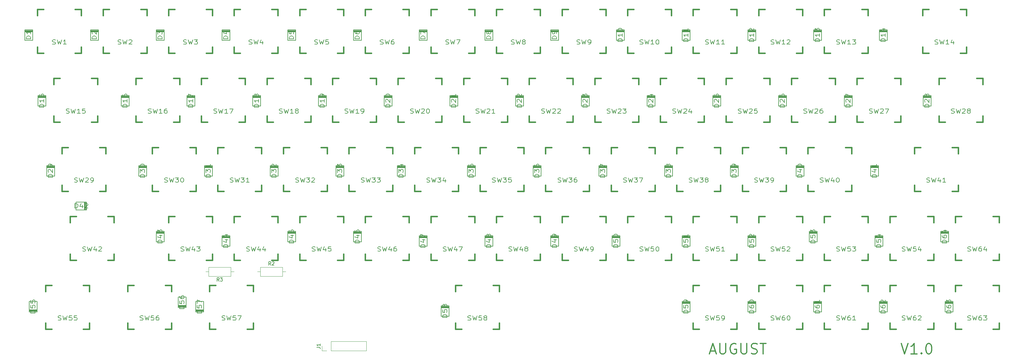
<source format=gto>
G04 #@! TF.FileFunction,Legend,Top*
%FSLAX46Y46*%
G04 Gerber Fmt 4.6, Leading zero omitted, Abs format (unit mm)*
G04 Created by KiCad (PCBNEW 4.0.6) date Saturday, May 27, 2017 'AMt' 11:31:39 AM*
%MOMM*%
%LPD*%
G01*
G04 APERTURE LIST*
%ADD10C,0.100000*%
%ADD11C,0.300000*%
%ADD12C,0.150000*%
%ADD13C,0.203200*%
%ADD14C,0.120000*%
%ADD15C,0.381000*%
G04 APERTURE END LIST*
D10*
D11*
X301587571Y-250516143D02*
X302587571Y-253516143D01*
X303587571Y-250516143D01*
X306159000Y-253516143D02*
X304444715Y-253516143D01*
X305301857Y-253516143D02*
X305301857Y-250516143D01*
X305016143Y-250944714D01*
X304730429Y-251230429D01*
X304444715Y-251373286D01*
X307444715Y-253230429D02*
X307587572Y-253373286D01*
X307444715Y-253516143D01*
X307301858Y-253373286D01*
X307444715Y-253230429D01*
X307444715Y-253516143D01*
X309444714Y-250516143D02*
X309730429Y-250516143D01*
X310016143Y-250659000D01*
X310159000Y-250801857D01*
X310301857Y-251087571D01*
X310444714Y-251659000D01*
X310444714Y-252373286D01*
X310301857Y-252944714D01*
X310159000Y-253230429D01*
X310016143Y-253373286D01*
X309730429Y-253516143D01*
X309444714Y-253516143D01*
X309159000Y-253373286D01*
X309016143Y-253230429D01*
X308873286Y-252944714D01*
X308730429Y-252373286D01*
X308730429Y-251659000D01*
X308873286Y-251087571D01*
X309016143Y-250801857D01*
X309159000Y-250659000D01*
X309444714Y-250516143D01*
X246287429Y-252659000D02*
X247716000Y-252659000D01*
X246001714Y-253516143D02*
X247001714Y-250516143D01*
X248001714Y-253516143D01*
X249001715Y-250516143D02*
X249001715Y-252944714D01*
X249144572Y-253230429D01*
X249287429Y-253373286D01*
X249573143Y-253516143D01*
X250144572Y-253516143D01*
X250430286Y-253373286D01*
X250573143Y-253230429D01*
X250716000Y-252944714D01*
X250716000Y-250516143D01*
X253716000Y-250659000D02*
X253430286Y-250516143D01*
X253001715Y-250516143D01*
X252573143Y-250659000D01*
X252287429Y-250944714D01*
X252144572Y-251230429D01*
X252001715Y-251801857D01*
X252001715Y-252230429D01*
X252144572Y-252801857D01*
X252287429Y-253087571D01*
X252573143Y-253373286D01*
X253001715Y-253516143D01*
X253287429Y-253516143D01*
X253716000Y-253373286D01*
X253858857Y-253230429D01*
X253858857Y-252230429D01*
X253287429Y-252230429D01*
X255144572Y-250516143D02*
X255144572Y-252944714D01*
X255287429Y-253230429D01*
X255430286Y-253373286D01*
X255716000Y-253516143D01*
X256287429Y-253516143D01*
X256573143Y-253373286D01*
X256716000Y-253230429D01*
X256858857Y-252944714D01*
X256858857Y-250516143D01*
X258144572Y-253373286D02*
X258573143Y-253516143D01*
X259287429Y-253516143D01*
X259573143Y-253373286D01*
X259716000Y-253230429D01*
X259858857Y-252944714D01*
X259858857Y-252659000D01*
X259716000Y-252373286D01*
X259573143Y-252230429D01*
X259287429Y-252087571D01*
X258716000Y-251944714D01*
X258430286Y-251801857D01*
X258287429Y-251659000D01*
X258144572Y-251373286D01*
X258144572Y-251087571D01*
X258287429Y-250801857D01*
X258430286Y-250659000D01*
X258716000Y-250516143D01*
X259430286Y-250516143D01*
X259858857Y-250659000D01*
X260716000Y-250516143D02*
X262430286Y-250516143D01*
X261573143Y-253516143D02*
X261573143Y-250516143D01*
D12*
X49830000Y-160200000D02*
X47630000Y-160200000D01*
X47630000Y-160000000D02*
X49830000Y-160000000D01*
X47730000Y-159800000D02*
X47630000Y-159800000D01*
X47630000Y-159800000D02*
X47730000Y-159800000D01*
X49830000Y-159800000D02*
X47730000Y-159800000D01*
D13*
X47587000Y-162624000D02*
X47587000Y-159576000D01*
X47587000Y-159576000D02*
X49873000Y-159576000D01*
X49873000Y-159576000D02*
X49873000Y-162624000D01*
X49873000Y-162624000D02*
X47587000Y-162624000D01*
D12*
X68880000Y-160200000D02*
X66680000Y-160200000D01*
X66680000Y-160000000D02*
X68880000Y-160000000D01*
X66780000Y-159800000D02*
X66680000Y-159800000D01*
X66680000Y-159800000D02*
X66780000Y-159800000D01*
X68880000Y-159800000D02*
X66780000Y-159800000D01*
D13*
X66637000Y-162624000D02*
X66637000Y-159576000D01*
X66637000Y-159576000D02*
X68923000Y-159576000D01*
X68923000Y-159576000D02*
X68923000Y-162624000D01*
X68923000Y-162624000D02*
X66637000Y-162624000D01*
D12*
X87930000Y-160200000D02*
X85730000Y-160200000D01*
X85730000Y-160000000D02*
X87930000Y-160000000D01*
X85830000Y-159800000D02*
X85730000Y-159800000D01*
X85730000Y-159800000D02*
X85830000Y-159800000D01*
X87930000Y-159800000D02*
X85830000Y-159800000D01*
D13*
X85687000Y-162624000D02*
X85687000Y-159576000D01*
X85687000Y-159576000D02*
X87973000Y-159576000D01*
X87973000Y-159576000D02*
X87973000Y-162624000D01*
X87973000Y-162624000D02*
X85687000Y-162624000D01*
D12*
X106980000Y-160200000D02*
X104780000Y-160200000D01*
X104780000Y-160000000D02*
X106980000Y-160000000D01*
X104880000Y-159800000D02*
X104780000Y-159800000D01*
X104780000Y-159800000D02*
X104880000Y-159800000D01*
X106980000Y-159800000D02*
X104880000Y-159800000D01*
D13*
X104737000Y-162624000D02*
X104737000Y-159576000D01*
X104737000Y-159576000D02*
X107023000Y-159576000D01*
X107023000Y-159576000D02*
X107023000Y-162624000D01*
X107023000Y-162624000D02*
X104737000Y-162624000D01*
D12*
X126030000Y-160200000D02*
X123830000Y-160200000D01*
X123830000Y-160000000D02*
X126030000Y-160000000D01*
X123930000Y-159800000D02*
X123830000Y-159800000D01*
X123830000Y-159800000D02*
X123930000Y-159800000D01*
X126030000Y-159800000D02*
X123930000Y-159800000D01*
D13*
X123787000Y-162624000D02*
X123787000Y-159576000D01*
X123787000Y-159576000D02*
X126073000Y-159576000D01*
X126073000Y-159576000D02*
X126073000Y-162624000D01*
X126073000Y-162624000D02*
X123787000Y-162624000D01*
D12*
X145080000Y-160200000D02*
X142880000Y-160200000D01*
X142880000Y-160000000D02*
X145080000Y-160000000D01*
X142980000Y-159800000D02*
X142880000Y-159800000D01*
X142880000Y-159800000D02*
X142980000Y-159800000D01*
X145080000Y-159800000D02*
X142980000Y-159800000D01*
D13*
X142837000Y-162624000D02*
X142837000Y-159576000D01*
X142837000Y-159576000D02*
X145123000Y-159576000D01*
X145123000Y-159576000D02*
X145123000Y-162624000D01*
X145123000Y-162624000D02*
X142837000Y-162624000D01*
D12*
X164130000Y-160200000D02*
X161930000Y-160200000D01*
X161930000Y-160000000D02*
X164130000Y-160000000D01*
X162030000Y-159800000D02*
X161930000Y-159800000D01*
X161930000Y-159800000D02*
X162030000Y-159800000D01*
X164130000Y-159800000D02*
X162030000Y-159800000D01*
D13*
X161887000Y-162624000D02*
X161887000Y-159576000D01*
X161887000Y-159576000D02*
X164173000Y-159576000D01*
X164173000Y-159576000D02*
X164173000Y-162624000D01*
X164173000Y-162624000D02*
X161887000Y-162624000D01*
D12*
X183180000Y-160200000D02*
X180980000Y-160200000D01*
X180980000Y-160000000D02*
X183180000Y-160000000D01*
X181080000Y-159800000D02*
X180980000Y-159800000D01*
X180980000Y-159800000D02*
X181080000Y-159800000D01*
X183180000Y-159800000D02*
X181080000Y-159800000D01*
D13*
X180937000Y-162624000D02*
X180937000Y-159576000D01*
X180937000Y-159576000D02*
X183223000Y-159576000D01*
X183223000Y-159576000D02*
X183223000Y-162624000D01*
X183223000Y-162624000D02*
X180937000Y-162624000D01*
D12*
X202230000Y-160200000D02*
X200030000Y-160200000D01*
X200030000Y-160000000D02*
X202230000Y-160000000D01*
X200130000Y-159800000D02*
X200030000Y-159800000D01*
X200030000Y-159800000D02*
X200130000Y-159800000D01*
X202230000Y-159800000D02*
X200130000Y-159800000D01*
D13*
X199987000Y-162624000D02*
X199987000Y-159576000D01*
X199987000Y-159576000D02*
X202273000Y-159576000D01*
X202273000Y-159576000D02*
X202273000Y-162624000D01*
X202273000Y-162624000D02*
X199987000Y-162624000D01*
D12*
X221280000Y-160200000D02*
X219080000Y-160200000D01*
X219080000Y-160000000D02*
X221280000Y-160000000D01*
X219180000Y-159800000D02*
X219080000Y-159800000D01*
X219080000Y-159800000D02*
X219180000Y-159800000D01*
X221280000Y-159800000D02*
X219180000Y-159800000D01*
D13*
X219037000Y-162624000D02*
X219037000Y-159576000D01*
X219037000Y-159576000D02*
X221323000Y-159576000D01*
X221323000Y-159576000D02*
X221323000Y-162624000D01*
X221323000Y-162624000D02*
X219037000Y-162624000D01*
D12*
X240330000Y-160200000D02*
X238130000Y-160200000D01*
X238130000Y-160000000D02*
X240330000Y-160000000D01*
X238230000Y-159800000D02*
X238130000Y-159800000D01*
X238130000Y-159800000D02*
X238230000Y-159800000D01*
X240330000Y-159800000D02*
X238230000Y-159800000D01*
D13*
X238087000Y-162624000D02*
X238087000Y-159576000D01*
X238087000Y-159576000D02*
X240373000Y-159576000D01*
X240373000Y-159576000D02*
X240373000Y-162624000D01*
X240373000Y-162624000D02*
X238087000Y-162624000D01*
D12*
X259380000Y-160200000D02*
X257180000Y-160200000D01*
X257180000Y-160000000D02*
X259380000Y-160000000D01*
X257280000Y-159800000D02*
X257180000Y-159800000D01*
X257180000Y-159800000D02*
X257280000Y-159800000D01*
X259380000Y-159800000D02*
X257280000Y-159800000D01*
D13*
X257137000Y-162624000D02*
X257137000Y-159576000D01*
X257137000Y-159576000D02*
X259423000Y-159576000D01*
X259423000Y-159576000D02*
X259423000Y-162624000D01*
X259423000Y-162624000D02*
X257137000Y-162624000D01*
D12*
X278430000Y-160200000D02*
X276230000Y-160200000D01*
X276230000Y-160000000D02*
X278430000Y-160000000D01*
X276330000Y-159800000D02*
X276230000Y-159800000D01*
X276230000Y-159800000D02*
X276330000Y-159800000D01*
X278430000Y-159800000D02*
X276330000Y-159800000D01*
D13*
X276187000Y-162624000D02*
X276187000Y-159576000D01*
X276187000Y-159576000D02*
X278473000Y-159576000D01*
X278473000Y-159576000D02*
X278473000Y-162624000D01*
X278473000Y-162624000D02*
X276187000Y-162624000D01*
D12*
X297480000Y-160200000D02*
X295280000Y-160200000D01*
X295280000Y-160000000D02*
X297480000Y-160000000D01*
X295380000Y-159800000D02*
X295280000Y-159800000D01*
X295280000Y-159800000D02*
X295380000Y-159800000D01*
X297480000Y-159800000D02*
X295380000Y-159800000D01*
D13*
X295237000Y-162624000D02*
X295237000Y-159576000D01*
X295237000Y-159576000D02*
X297523000Y-159576000D01*
X297523000Y-159576000D02*
X297523000Y-162624000D01*
X297523000Y-162624000D02*
X295237000Y-162624000D01*
D12*
X53640000Y-179250000D02*
X51440000Y-179250000D01*
X51440000Y-179050000D02*
X53640000Y-179050000D01*
X51540000Y-178850000D02*
X51440000Y-178850000D01*
X51440000Y-178850000D02*
X51540000Y-178850000D01*
X53640000Y-178850000D02*
X51540000Y-178850000D01*
D13*
X51397000Y-181674000D02*
X51397000Y-178626000D01*
X51397000Y-178626000D02*
X53683000Y-178626000D01*
X53683000Y-178626000D02*
X53683000Y-181674000D01*
X53683000Y-181674000D02*
X51397000Y-181674000D01*
D12*
X77770000Y-179250000D02*
X75570000Y-179250000D01*
X75570000Y-179050000D02*
X77770000Y-179050000D01*
X75670000Y-178850000D02*
X75570000Y-178850000D01*
X75570000Y-178850000D02*
X75670000Y-178850000D01*
X77770000Y-178850000D02*
X75670000Y-178850000D01*
D13*
X75527000Y-181674000D02*
X75527000Y-178626000D01*
X75527000Y-178626000D02*
X77813000Y-178626000D01*
X77813000Y-178626000D02*
X77813000Y-181674000D01*
X77813000Y-181674000D02*
X75527000Y-181674000D01*
D12*
X96820000Y-179250000D02*
X94620000Y-179250000D01*
X94620000Y-179050000D02*
X96820000Y-179050000D01*
X94720000Y-178850000D02*
X94620000Y-178850000D01*
X94620000Y-178850000D02*
X94720000Y-178850000D01*
X96820000Y-178850000D02*
X94720000Y-178850000D01*
D13*
X94577000Y-181674000D02*
X94577000Y-178626000D01*
X94577000Y-178626000D02*
X96863000Y-178626000D01*
X96863000Y-178626000D02*
X96863000Y-181674000D01*
X96863000Y-181674000D02*
X94577000Y-181674000D01*
D12*
X115870000Y-179250000D02*
X113670000Y-179250000D01*
X113670000Y-179050000D02*
X115870000Y-179050000D01*
X113770000Y-178850000D02*
X113670000Y-178850000D01*
X113670000Y-178850000D02*
X113770000Y-178850000D01*
X115870000Y-178850000D02*
X113770000Y-178850000D01*
D13*
X113627000Y-181674000D02*
X113627000Y-178626000D01*
X113627000Y-178626000D02*
X115913000Y-178626000D01*
X115913000Y-178626000D02*
X115913000Y-181674000D01*
X115913000Y-181674000D02*
X113627000Y-181674000D01*
D12*
X134920000Y-179250000D02*
X132720000Y-179250000D01*
X132720000Y-179050000D02*
X134920000Y-179050000D01*
X132820000Y-178850000D02*
X132720000Y-178850000D01*
X132720000Y-178850000D02*
X132820000Y-178850000D01*
X134920000Y-178850000D02*
X132820000Y-178850000D01*
D13*
X132677000Y-181674000D02*
X132677000Y-178626000D01*
X132677000Y-178626000D02*
X134963000Y-178626000D01*
X134963000Y-178626000D02*
X134963000Y-181674000D01*
X134963000Y-181674000D02*
X132677000Y-181674000D01*
D12*
X153970000Y-179250000D02*
X151770000Y-179250000D01*
X151770000Y-179050000D02*
X153970000Y-179050000D01*
X151870000Y-178850000D02*
X151770000Y-178850000D01*
X151770000Y-178850000D02*
X151870000Y-178850000D01*
X153970000Y-178850000D02*
X151870000Y-178850000D01*
D13*
X151727000Y-181674000D02*
X151727000Y-178626000D01*
X151727000Y-178626000D02*
X154013000Y-178626000D01*
X154013000Y-178626000D02*
X154013000Y-181674000D01*
X154013000Y-181674000D02*
X151727000Y-181674000D01*
D12*
X173020000Y-179250000D02*
X170820000Y-179250000D01*
X170820000Y-179050000D02*
X173020000Y-179050000D01*
X170920000Y-178850000D02*
X170820000Y-178850000D01*
X170820000Y-178850000D02*
X170920000Y-178850000D01*
X173020000Y-178850000D02*
X170920000Y-178850000D01*
D13*
X170777000Y-181674000D02*
X170777000Y-178626000D01*
X170777000Y-178626000D02*
X173063000Y-178626000D01*
X173063000Y-178626000D02*
X173063000Y-181674000D01*
X173063000Y-181674000D02*
X170777000Y-181674000D01*
D12*
X192070000Y-179250000D02*
X189870000Y-179250000D01*
X189870000Y-179050000D02*
X192070000Y-179050000D01*
X189970000Y-178850000D02*
X189870000Y-178850000D01*
X189870000Y-178850000D02*
X189970000Y-178850000D01*
X192070000Y-178850000D02*
X189970000Y-178850000D01*
D13*
X189827000Y-181674000D02*
X189827000Y-178626000D01*
X189827000Y-178626000D02*
X192113000Y-178626000D01*
X192113000Y-178626000D02*
X192113000Y-181674000D01*
X192113000Y-181674000D02*
X189827000Y-181674000D01*
D12*
X211120000Y-179250000D02*
X208920000Y-179250000D01*
X208920000Y-179050000D02*
X211120000Y-179050000D01*
X209020000Y-178850000D02*
X208920000Y-178850000D01*
X208920000Y-178850000D02*
X209020000Y-178850000D01*
X211120000Y-178850000D02*
X209020000Y-178850000D01*
D13*
X208877000Y-181674000D02*
X208877000Y-178626000D01*
X208877000Y-178626000D02*
X211163000Y-178626000D01*
X211163000Y-178626000D02*
X211163000Y-181674000D01*
X211163000Y-181674000D02*
X208877000Y-181674000D01*
D12*
X230170000Y-179250000D02*
X227970000Y-179250000D01*
X227970000Y-179050000D02*
X230170000Y-179050000D01*
X228070000Y-178850000D02*
X227970000Y-178850000D01*
X227970000Y-178850000D02*
X228070000Y-178850000D01*
X230170000Y-178850000D02*
X228070000Y-178850000D01*
D13*
X227927000Y-181674000D02*
X227927000Y-178626000D01*
X227927000Y-178626000D02*
X230213000Y-178626000D01*
X230213000Y-178626000D02*
X230213000Y-181674000D01*
X230213000Y-181674000D02*
X227927000Y-181674000D01*
D12*
X249220000Y-179250000D02*
X247020000Y-179250000D01*
X247020000Y-179050000D02*
X249220000Y-179050000D01*
X247120000Y-178850000D02*
X247020000Y-178850000D01*
X247020000Y-178850000D02*
X247120000Y-178850000D01*
X249220000Y-178850000D02*
X247120000Y-178850000D01*
D13*
X246977000Y-181674000D02*
X246977000Y-178626000D01*
X246977000Y-178626000D02*
X249263000Y-178626000D01*
X249263000Y-178626000D02*
X249263000Y-181674000D01*
X249263000Y-181674000D02*
X246977000Y-181674000D01*
D12*
X268270000Y-179250000D02*
X266070000Y-179250000D01*
X266070000Y-179050000D02*
X268270000Y-179050000D01*
X266170000Y-178850000D02*
X266070000Y-178850000D01*
X266070000Y-178850000D02*
X266170000Y-178850000D01*
X268270000Y-178850000D02*
X266170000Y-178850000D01*
D13*
X266027000Y-181674000D02*
X266027000Y-178626000D01*
X266027000Y-178626000D02*
X268313000Y-178626000D01*
X268313000Y-178626000D02*
X268313000Y-181674000D01*
X268313000Y-181674000D02*
X266027000Y-181674000D01*
D12*
X287320000Y-179250000D02*
X285120000Y-179250000D01*
X285120000Y-179050000D02*
X287320000Y-179050000D01*
X285220000Y-178850000D02*
X285120000Y-178850000D01*
X285120000Y-178850000D02*
X285220000Y-178850000D01*
X287320000Y-178850000D02*
X285220000Y-178850000D01*
D13*
X285077000Y-181674000D02*
X285077000Y-178626000D01*
X285077000Y-178626000D02*
X287363000Y-178626000D01*
X287363000Y-178626000D02*
X287363000Y-181674000D01*
X287363000Y-181674000D02*
X285077000Y-181674000D01*
D12*
X310180000Y-179250000D02*
X307980000Y-179250000D01*
X307980000Y-179050000D02*
X310180000Y-179050000D01*
X308080000Y-178850000D02*
X307980000Y-178850000D01*
X307980000Y-178850000D02*
X308080000Y-178850000D01*
X310180000Y-178850000D02*
X308080000Y-178850000D01*
D13*
X307937000Y-181674000D02*
X307937000Y-178626000D01*
X307937000Y-178626000D02*
X310223000Y-178626000D01*
X310223000Y-178626000D02*
X310223000Y-181674000D01*
X310223000Y-181674000D02*
X307937000Y-181674000D01*
D12*
X56180000Y-199570000D02*
X53980000Y-199570000D01*
X53980000Y-199370000D02*
X56180000Y-199370000D01*
X54080000Y-199170000D02*
X53980000Y-199170000D01*
X53980000Y-199170000D02*
X54080000Y-199170000D01*
X56180000Y-199170000D02*
X54080000Y-199170000D01*
D13*
X53937000Y-201994000D02*
X53937000Y-198946000D01*
X53937000Y-198946000D02*
X56223000Y-198946000D01*
X56223000Y-198946000D02*
X56223000Y-201994000D01*
X56223000Y-201994000D02*
X53937000Y-201994000D01*
D12*
X82850000Y-199570000D02*
X80650000Y-199570000D01*
X80650000Y-199370000D02*
X82850000Y-199370000D01*
X80750000Y-199170000D02*
X80650000Y-199170000D01*
X80650000Y-199170000D02*
X80750000Y-199170000D01*
X82850000Y-199170000D02*
X80750000Y-199170000D01*
D13*
X80607000Y-201994000D02*
X80607000Y-198946000D01*
X80607000Y-198946000D02*
X82893000Y-198946000D01*
X82893000Y-198946000D02*
X82893000Y-201994000D01*
X82893000Y-201994000D02*
X80607000Y-201994000D01*
D12*
X101900000Y-199570000D02*
X99700000Y-199570000D01*
X99700000Y-199370000D02*
X101900000Y-199370000D01*
X99800000Y-199170000D02*
X99700000Y-199170000D01*
X99700000Y-199170000D02*
X99800000Y-199170000D01*
X101900000Y-199170000D02*
X99800000Y-199170000D01*
D13*
X99657000Y-201994000D02*
X99657000Y-198946000D01*
X99657000Y-198946000D02*
X101943000Y-198946000D01*
X101943000Y-198946000D02*
X101943000Y-201994000D01*
X101943000Y-201994000D02*
X99657000Y-201994000D01*
D12*
X120950000Y-199570000D02*
X118750000Y-199570000D01*
X118750000Y-199370000D02*
X120950000Y-199370000D01*
X118850000Y-199170000D02*
X118750000Y-199170000D01*
X118750000Y-199170000D02*
X118850000Y-199170000D01*
X120950000Y-199170000D02*
X118850000Y-199170000D01*
D13*
X118707000Y-201994000D02*
X118707000Y-198946000D01*
X118707000Y-198946000D02*
X120993000Y-198946000D01*
X120993000Y-198946000D02*
X120993000Y-201994000D01*
X120993000Y-201994000D02*
X118707000Y-201994000D01*
D12*
X140000000Y-199570000D02*
X137800000Y-199570000D01*
X137800000Y-199370000D02*
X140000000Y-199370000D01*
X137900000Y-199170000D02*
X137800000Y-199170000D01*
X137800000Y-199170000D02*
X137900000Y-199170000D01*
X140000000Y-199170000D02*
X137900000Y-199170000D01*
D13*
X137757000Y-201994000D02*
X137757000Y-198946000D01*
X137757000Y-198946000D02*
X140043000Y-198946000D01*
X140043000Y-198946000D02*
X140043000Y-201994000D01*
X140043000Y-201994000D02*
X137757000Y-201994000D01*
D12*
X157780000Y-199570000D02*
X155580000Y-199570000D01*
X155580000Y-199370000D02*
X157780000Y-199370000D01*
X155680000Y-199170000D02*
X155580000Y-199170000D01*
X155580000Y-199170000D02*
X155680000Y-199170000D01*
X157780000Y-199170000D02*
X155680000Y-199170000D01*
D13*
X155537000Y-201994000D02*
X155537000Y-198946000D01*
X155537000Y-198946000D02*
X157823000Y-198946000D01*
X157823000Y-198946000D02*
X157823000Y-201994000D01*
X157823000Y-201994000D02*
X155537000Y-201994000D01*
D12*
X178100000Y-199570000D02*
X175900000Y-199570000D01*
X175900000Y-199370000D02*
X178100000Y-199370000D01*
X176000000Y-199170000D02*
X175900000Y-199170000D01*
X175900000Y-199170000D02*
X176000000Y-199170000D01*
X178100000Y-199170000D02*
X176000000Y-199170000D01*
D13*
X175857000Y-201994000D02*
X175857000Y-198946000D01*
X175857000Y-198946000D02*
X178143000Y-198946000D01*
X178143000Y-198946000D02*
X178143000Y-201994000D01*
X178143000Y-201994000D02*
X175857000Y-201994000D01*
D12*
X197150000Y-199570000D02*
X194950000Y-199570000D01*
X194950000Y-199370000D02*
X197150000Y-199370000D01*
X195050000Y-199170000D02*
X194950000Y-199170000D01*
X194950000Y-199170000D02*
X195050000Y-199170000D01*
X197150000Y-199170000D02*
X195050000Y-199170000D01*
D13*
X194907000Y-201994000D02*
X194907000Y-198946000D01*
X194907000Y-198946000D02*
X197193000Y-198946000D01*
X197193000Y-198946000D02*
X197193000Y-201994000D01*
X197193000Y-201994000D02*
X194907000Y-201994000D01*
D12*
X216200000Y-199570000D02*
X214000000Y-199570000D01*
X214000000Y-199370000D02*
X216200000Y-199370000D01*
X214100000Y-199170000D02*
X214000000Y-199170000D01*
X214000000Y-199170000D02*
X214100000Y-199170000D01*
X216200000Y-199170000D02*
X214100000Y-199170000D01*
D13*
X213957000Y-201994000D02*
X213957000Y-198946000D01*
X213957000Y-198946000D02*
X216243000Y-198946000D01*
X216243000Y-198946000D02*
X216243000Y-201994000D01*
X216243000Y-201994000D02*
X213957000Y-201994000D01*
D12*
X235250000Y-199570000D02*
X233050000Y-199570000D01*
X233050000Y-199370000D02*
X235250000Y-199370000D01*
X233150000Y-199170000D02*
X233050000Y-199170000D01*
X233050000Y-199170000D02*
X233150000Y-199170000D01*
X235250000Y-199170000D02*
X233150000Y-199170000D01*
D13*
X233007000Y-201994000D02*
X233007000Y-198946000D01*
X233007000Y-198946000D02*
X235293000Y-198946000D01*
X235293000Y-198946000D02*
X235293000Y-201994000D01*
X235293000Y-201994000D02*
X233007000Y-201994000D01*
D12*
X254300000Y-199570000D02*
X252100000Y-199570000D01*
X252100000Y-199370000D02*
X254300000Y-199370000D01*
X252200000Y-199170000D02*
X252100000Y-199170000D01*
X252100000Y-199170000D02*
X252200000Y-199170000D01*
X254300000Y-199170000D02*
X252200000Y-199170000D01*
D13*
X252057000Y-201994000D02*
X252057000Y-198946000D01*
X252057000Y-198946000D02*
X254343000Y-198946000D01*
X254343000Y-198946000D02*
X254343000Y-201994000D01*
X254343000Y-201994000D02*
X252057000Y-201994000D01*
D12*
X273350000Y-199570000D02*
X271150000Y-199570000D01*
X271150000Y-199370000D02*
X273350000Y-199370000D01*
X271250000Y-199170000D02*
X271150000Y-199170000D01*
X271150000Y-199170000D02*
X271250000Y-199170000D01*
X273350000Y-199170000D02*
X271250000Y-199170000D01*
D13*
X271107000Y-201994000D02*
X271107000Y-198946000D01*
X271107000Y-198946000D02*
X273393000Y-198946000D01*
X273393000Y-198946000D02*
X273393000Y-201994000D01*
X273393000Y-201994000D02*
X271107000Y-201994000D01*
D12*
X294940000Y-199570000D02*
X292740000Y-199570000D01*
X292740000Y-199370000D02*
X294940000Y-199370000D01*
X292840000Y-199170000D02*
X292740000Y-199170000D01*
X292740000Y-199170000D02*
X292840000Y-199170000D01*
X294940000Y-199170000D02*
X292840000Y-199170000D01*
D13*
X292697000Y-201994000D02*
X292697000Y-198946000D01*
X292697000Y-198946000D02*
X294983000Y-198946000D01*
X294983000Y-198946000D02*
X294983000Y-201994000D01*
X294983000Y-201994000D02*
X292697000Y-201994000D01*
D12*
X64870000Y-211730000D02*
X64870000Y-209530000D01*
X65070000Y-209530000D02*
X65070000Y-211730000D01*
X65270000Y-209630000D02*
X65270000Y-209530000D01*
X65270000Y-209530000D02*
X65270000Y-209630000D01*
X65270000Y-211730000D02*
X65270000Y-209630000D01*
D13*
X62446000Y-209487000D02*
X65494000Y-209487000D01*
X65494000Y-209487000D02*
X65494000Y-211773000D01*
X65494000Y-211773000D02*
X62446000Y-211773000D01*
X62446000Y-211773000D02*
X62446000Y-209487000D01*
D12*
X87930000Y-218620000D02*
X85730000Y-218620000D01*
X85730000Y-218420000D02*
X87930000Y-218420000D01*
X85830000Y-218220000D02*
X85730000Y-218220000D01*
X85730000Y-218220000D02*
X85830000Y-218220000D01*
X87930000Y-218220000D02*
X85830000Y-218220000D01*
D13*
X85687000Y-221044000D02*
X85687000Y-217996000D01*
X85687000Y-217996000D02*
X87973000Y-217996000D01*
X87973000Y-217996000D02*
X87973000Y-221044000D01*
X87973000Y-221044000D02*
X85687000Y-221044000D01*
D12*
X106980000Y-219890000D02*
X104780000Y-219890000D01*
X104780000Y-219690000D02*
X106980000Y-219690000D01*
X104880000Y-219490000D02*
X104780000Y-219490000D01*
X104780000Y-219490000D02*
X104880000Y-219490000D01*
X106980000Y-219490000D02*
X104880000Y-219490000D01*
D13*
X104737000Y-222314000D02*
X104737000Y-219266000D01*
X104737000Y-219266000D02*
X107023000Y-219266000D01*
X107023000Y-219266000D02*
X107023000Y-222314000D01*
X107023000Y-222314000D02*
X104737000Y-222314000D01*
D12*
X126030000Y-218620000D02*
X123830000Y-218620000D01*
X123830000Y-218420000D02*
X126030000Y-218420000D01*
X123930000Y-218220000D02*
X123830000Y-218220000D01*
X123830000Y-218220000D02*
X123930000Y-218220000D01*
X126030000Y-218220000D02*
X123930000Y-218220000D01*
D13*
X123787000Y-221044000D02*
X123787000Y-217996000D01*
X123787000Y-217996000D02*
X126073000Y-217996000D01*
X126073000Y-217996000D02*
X126073000Y-221044000D01*
X126073000Y-221044000D02*
X123787000Y-221044000D01*
D12*
X145080000Y-218620000D02*
X142880000Y-218620000D01*
X142880000Y-218420000D02*
X145080000Y-218420000D01*
X142980000Y-218220000D02*
X142880000Y-218220000D01*
X142880000Y-218220000D02*
X142980000Y-218220000D01*
X145080000Y-218220000D02*
X142980000Y-218220000D01*
D13*
X142837000Y-221044000D02*
X142837000Y-217996000D01*
X142837000Y-217996000D02*
X145123000Y-217996000D01*
X145123000Y-217996000D02*
X145123000Y-221044000D01*
X145123000Y-221044000D02*
X142837000Y-221044000D01*
D12*
X164130000Y-219890000D02*
X161930000Y-219890000D01*
X161930000Y-219690000D02*
X164130000Y-219690000D01*
X162030000Y-219490000D02*
X161930000Y-219490000D01*
X161930000Y-219490000D02*
X162030000Y-219490000D01*
X164130000Y-219490000D02*
X162030000Y-219490000D01*
D13*
X161887000Y-222314000D02*
X161887000Y-219266000D01*
X161887000Y-219266000D02*
X164173000Y-219266000D01*
X164173000Y-219266000D02*
X164173000Y-222314000D01*
X164173000Y-222314000D02*
X161887000Y-222314000D01*
D12*
X183180000Y-219890000D02*
X180980000Y-219890000D01*
X180980000Y-219690000D02*
X183180000Y-219690000D01*
X181080000Y-219490000D02*
X180980000Y-219490000D01*
X180980000Y-219490000D02*
X181080000Y-219490000D01*
X183180000Y-219490000D02*
X181080000Y-219490000D01*
D13*
X180937000Y-222314000D02*
X180937000Y-219266000D01*
X180937000Y-219266000D02*
X183223000Y-219266000D01*
X183223000Y-219266000D02*
X183223000Y-222314000D01*
X183223000Y-222314000D02*
X180937000Y-222314000D01*
D12*
X202230000Y-219890000D02*
X200030000Y-219890000D01*
X200030000Y-219690000D02*
X202230000Y-219690000D01*
X200130000Y-219490000D02*
X200030000Y-219490000D01*
X200030000Y-219490000D02*
X200130000Y-219490000D01*
X202230000Y-219490000D02*
X200130000Y-219490000D01*
D13*
X199987000Y-222314000D02*
X199987000Y-219266000D01*
X199987000Y-219266000D02*
X202273000Y-219266000D01*
X202273000Y-219266000D02*
X202273000Y-222314000D01*
X202273000Y-222314000D02*
X199987000Y-222314000D01*
D12*
X220010000Y-219890000D02*
X217810000Y-219890000D01*
X217810000Y-219690000D02*
X220010000Y-219690000D01*
X217910000Y-219490000D02*
X217810000Y-219490000D01*
X217810000Y-219490000D02*
X217910000Y-219490000D01*
X220010000Y-219490000D02*
X217910000Y-219490000D01*
D13*
X217767000Y-222314000D02*
X217767000Y-219266000D01*
X217767000Y-219266000D02*
X220053000Y-219266000D01*
X220053000Y-219266000D02*
X220053000Y-222314000D01*
X220053000Y-222314000D02*
X217767000Y-222314000D01*
D12*
X240330000Y-219890000D02*
X238130000Y-219890000D01*
X238130000Y-219690000D02*
X240330000Y-219690000D01*
X238230000Y-219490000D02*
X238130000Y-219490000D01*
X238130000Y-219490000D02*
X238230000Y-219490000D01*
X240330000Y-219490000D02*
X238230000Y-219490000D01*
D13*
X238087000Y-222314000D02*
X238087000Y-219266000D01*
X238087000Y-219266000D02*
X240373000Y-219266000D01*
X240373000Y-219266000D02*
X240373000Y-222314000D01*
X240373000Y-222314000D02*
X238087000Y-222314000D01*
D12*
X259380000Y-219890000D02*
X257180000Y-219890000D01*
X257180000Y-219690000D02*
X259380000Y-219690000D01*
X257280000Y-219490000D02*
X257180000Y-219490000D01*
X257180000Y-219490000D02*
X257280000Y-219490000D01*
X259380000Y-219490000D02*
X257280000Y-219490000D01*
D13*
X257137000Y-222314000D02*
X257137000Y-219266000D01*
X257137000Y-219266000D02*
X259423000Y-219266000D01*
X259423000Y-219266000D02*
X259423000Y-222314000D01*
X259423000Y-222314000D02*
X257137000Y-222314000D01*
D12*
X277160000Y-218620000D02*
X274960000Y-218620000D01*
X274960000Y-218420000D02*
X277160000Y-218420000D01*
X275060000Y-218220000D02*
X274960000Y-218220000D01*
X274960000Y-218220000D02*
X275060000Y-218220000D01*
X277160000Y-218220000D02*
X275060000Y-218220000D01*
D13*
X274917000Y-221044000D02*
X274917000Y-217996000D01*
X274917000Y-217996000D02*
X277203000Y-217996000D01*
X277203000Y-217996000D02*
X277203000Y-221044000D01*
X277203000Y-221044000D02*
X274917000Y-221044000D01*
D12*
X296210000Y-219890000D02*
X294010000Y-219890000D01*
X294010000Y-219690000D02*
X296210000Y-219690000D01*
X294110000Y-219490000D02*
X294010000Y-219490000D01*
X294010000Y-219490000D02*
X294110000Y-219490000D01*
X296210000Y-219490000D02*
X294110000Y-219490000D01*
D13*
X293967000Y-222314000D02*
X293967000Y-219266000D01*
X293967000Y-219266000D02*
X296253000Y-219266000D01*
X296253000Y-219266000D02*
X296253000Y-222314000D01*
X296253000Y-222314000D02*
X293967000Y-222314000D01*
D12*
X48900000Y-240740000D02*
X51100000Y-240740000D01*
X51100000Y-240940000D02*
X48900000Y-240940000D01*
X51000000Y-241140000D02*
X51100000Y-241140000D01*
X51100000Y-241140000D02*
X51000000Y-241140000D01*
X48900000Y-241140000D02*
X51000000Y-241140000D01*
D13*
X51143000Y-238316000D02*
X51143000Y-241364000D01*
X51143000Y-241364000D02*
X48857000Y-241364000D01*
X48857000Y-241364000D02*
X48857000Y-238316000D01*
X48857000Y-238316000D02*
X51143000Y-238316000D01*
D12*
X92080000Y-239470000D02*
X94280000Y-239470000D01*
X94280000Y-239670000D02*
X92080000Y-239670000D01*
X94180000Y-239870000D02*
X94280000Y-239870000D01*
X94280000Y-239870000D02*
X94180000Y-239870000D01*
X92080000Y-239870000D02*
X94180000Y-239870000D01*
D13*
X94323000Y-237046000D02*
X94323000Y-240094000D01*
X94323000Y-240094000D02*
X92037000Y-240094000D01*
X92037000Y-240094000D02*
X92037000Y-237046000D01*
X92037000Y-237046000D02*
X94323000Y-237046000D01*
D12*
X97160000Y-240740000D02*
X99360000Y-240740000D01*
X99360000Y-240940000D02*
X97160000Y-240940000D01*
X99260000Y-241140000D02*
X99360000Y-241140000D01*
X99360000Y-241140000D02*
X99260000Y-241140000D01*
X97160000Y-241140000D02*
X99260000Y-241140000D01*
D13*
X99403000Y-238316000D02*
X99403000Y-241364000D01*
X99403000Y-241364000D02*
X97117000Y-241364000D01*
X97117000Y-241364000D02*
X97117000Y-238316000D01*
X97117000Y-238316000D02*
X99403000Y-238316000D01*
D12*
X170480000Y-240210000D02*
X168280000Y-240210000D01*
X168280000Y-240010000D02*
X170480000Y-240010000D01*
X168380000Y-239810000D02*
X168280000Y-239810000D01*
X168280000Y-239810000D02*
X168380000Y-239810000D01*
X170480000Y-239810000D02*
X168380000Y-239810000D01*
D13*
X168237000Y-242634000D02*
X168237000Y-239586000D01*
X168237000Y-239586000D02*
X170523000Y-239586000D01*
X170523000Y-239586000D02*
X170523000Y-242634000D01*
X170523000Y-242634000D02*
X168237000Y-242634000D01*
D12*
X240330000Y-238940000D02*
X238130000Y-238940000D01*
X238130000Y-238740000D02*
X240330000Y-238740000D01*
X238230000Y-238540000D02*
X238130000Y-238540000D01*
X238130000Y-238540000D02*
X238230000Y-238540000D01*
X240330000Y-238540000D02*
X238230000Y-238540000D01*
D13*
X238087000Y-241364000D02*
X238087000Y-238316000D01*
X238087000Y-238316000D02*
X240373000Y-238316000D01*
X240373000Y-238316000D02*
X240373000Y-241364000D01*
X240373000Y-241364000D02*
X238087000Y-241364000D01*
D12*
X259380000Y-238940000D02*
X257180000Y-238940000D01*
X257180000Y-238740000D02*
X259380000Y-238740000D01*
X257280000Y-238540000D02*
X257180000Y-238540000D01*
X257180000Y-238540000D02*
X257280000Y-238540000D01*
X259380000Y-238540000D02*
X257280000Y-238540000D01*
D13*
X257137000Y-241364000D02*
X257137000Y-238316000D01*
X257137000Y-238316000D02*
X259423000Y-238316000D01*
X259423000Y-238316000D02*
X259423000Y-241364000D01*
X259423000Y-241364000D02*
X257137000Y-241364000D01*
D12*
X278430000Y-238940000D02*
X276230000Y-238940000D01*
X276230000Y-238740000D02*
X278430000Y-238740000D01*
X276330000Y-238540000D02*
X276230000Y-238540000D01*
X276230000Y-238540000D02*
X276330000Y-238540000D01*
X278430000Y-238540000D02*
X276330000Y-238540000D01*
D13*
X276187000Y-241364000D02*
X276187000Y-238316000D01*
X276187000Y-238316000D02*
X278473000Y-238316000D01*
X278473000Y-238316000D02*
X278473000Y-241364000D01*
X278473000Y-241364000D02*
X276187000Y-241364000D01*
D12*
X297480000Y-238940000D02*
X295280000Y-238940000D01*
X295280000Y-238740000D02*
X297480000Y-238740000D01*
X295380000Y-238540000D02*
X295280000Y-238540000D01*
X295280000Y-238540000D02*
X295380000Y-238540000D01*
X297480000Y-238540000D02*
X295380000Y-238540000D01*
D13*
X295237000Y-241364000D02*
X295237000Y-238316000D01*
X295237000Y-238316000D02*
X297523000Y-238316000D01*
X297523000Y-238316000D02*
X297523000Y-241364000D01*
X297523000Y-241364000D02*
X295237000Y-241364000D01*
D12*
X316530000Y-238940000D02*
X314330000Y-238940000D01*
X314330000Y-238740000D02*
X316530000Y-238740000D01*
X314430000Y-238540000D02*
X314330000Y-238540000D01*
X314330000Y-238540000D02*
X314430000Y-238540000D01*
X316530000Y-238540000D02*
X314430000Y-238540000D01*
D13*
X314287000Y-241364000D02*
X314287000Y-238316000D01*
X314287000Y-238316000D02*
X316573000Y-238316000D01*
X316573000Y-238316000D02*
X316573000Y-241364000D01*
X316573000Y-241364000D02*
X314287000Y-241364000D01*
D12*
X315260000Y-218620000D02*
X313060000Y-218620000D01*
X313060000Y-218420000D02*
X315260000Y-218420000D01*
X313160000Y-218220000D02*
X313060000Y-218220000D01*
X313060000Y-218220000D02*
X313160000Y-218220000D01*
X315260000Y-218220000D02*
X313160000Y-218220000D01*
D13*
X313017000Y-221044000D02*
X313017000Y-217996000D01*
X313017000Y-217996000D02*
X315303000Y-217996000D01*
X315303000Y-217996000D02*
X315303000Y-221044000D01*
X315303000Y-221044000D02*
X313017000Y-221044000D01*
D14*
X115878000Y-228370000D02*
X115878000Y-230990000D01*
X115878000Y-230990000D02*
X122298000Y-230990000D01*
X122298000Y-230990000D02*
X122298000Y-228370000D01*
X122298000Y-228370000D02*
X115878000Y-228370000D01*
X114988000Y-229680000D02*
X115878000Y-229680000D01*
X123188000Y-229680000D02*
X122298000Y-229680000D01*
X107312000Y-230990000D02*
X107312000Y-228370000D01*
X107312000Y-228370000D02*
X100892000Y-228370000D01*
X100892000Y-228370000D02*
X100892000Y-230990000D01*
X100892000Y-230990000D02*
X107312000Y-230990000D01*
X108202000Y-229680000D02*
X107312000Y-229680000D01*
X100002000Y-229680000D02*
X100892000Y-229680000D01*
D15*
X51275000Y-153650000D02*
X53053000Y-153650000D01*
X62197000Y-153650000D02*
X63975000Y-153650000D01*
X63975000Y-153650000D02*
X63975000Y-155428000D01*
X63975000Y-164572000D02*
X63975000Y-166350000D01*
X63975000Y-166350000D02*
X62197000Y-166350000D01*
X53053000Y-166350000D02*
X51275000Y-166350000D01*
X51275000Y-166350000D02*
X51275000Y-164572000D01*
X51275000Y-155428000D02*
X51275000Y-153650000D01*
X70275000Y-153650000D02*
X72053000Y-153650000D01*
X81197000Y-153650000D02*
X82975000Y-153650000D01*
X82975000Y-153650000D02*
X82975000Y-155428000D01*
X82975000Y-164572000D02*
X82975000Y-166350000D01*
X82975000Y-166350000D02*
X81197000Y-166350000D01*
X72053000Y-166350000D02*
X70275000Y-166350000D01*
X70275000Y-166350000D02*
X70275000Y-164572000D01*
X70275000Y-155428000D02*
X70275000Y-153650000D01*
X89275000Y-153650000D02*
X91053000Y-153650000D01*
X100197000Y-153650000D02*
X101975000Y-153650000D01*
X101975000Y-153650000D02*
X101975000Y-155428000D01*
X101975000Y-164572000D02*
X101975000Y-166350000D01*
X101975000Y-166350000D02*
X100197000Y-166350000D01*
X91053000Y-166350000D02*
X89275000Y-166350000D01*
X89275000Y-166350000D02*
X89275000Y-164572000D01*
X89275000Y-155428000D02*
X89275000Y-153650000D01*
X108275000Y-153650000D02*
X110053000Y-153650000D01*
X119197000Y-153650000D02*
X120975000Y-153650000D01*
X120975000Y-153650000D02*
X120975000Y-155428000D01*
X120975000Y-164572000D02*
X120975000Y-166350000D01*
X120975000Y-166350000D02*
X119197000Y-166350000D01*
X110053000Y-166350000D02*
X108275000Y-166350000D01*
X108275000Y-166350000D02*
X108275000Y-164572000D01*
X108275000Y-155428000D02*
X108275000Y-153650000D01*
X127275000Y-153650000D02*
X129053000Y-153650000D01*
X138197000Y-153650000D02*
X139975000Y-153650000D01*
X139975000Y-153650000D02*
X139975000Y-155428000D01*
X139975000Y-164572000D02*
X139975000Y-166350000D01*
X139975000Y-166350000D02*
X138197000Y-166350000D01*
X129053000Y-166350000D02*
X127275000Y-166350000D01*
X127275000Y-166350000D02*
X127275000Y-164572000D01*
X127275000Y-155428000D02*
X127275000Y-153650000D01*
X146275000Y-153650000D02*
X148053000Y-153650000D01*
X157197000Y-153650000D02*
X158975000Y-153650000D01*
X158975000Y-153650000D02*
X158975000Y-155428000D01*
X158975000Y-164572000D02*
X158975000Y-166350000D01*
X158975000Y-166350000D02*
X157197000Y-166350000D01*
X148053000Y-166350000D02*
X146275000Y-166350000D01*
X146275000Y-166350000D02*
X146275000Y-164572000D01*
X146275000Y-155428000D02*
X146275000Y-153650000D01*
X165275000Y-153650000D02*
X167053000Y-153650000D01*
X176197000Y-153650000D02*
X177975000Y-153650000D01*
X177975000Y-153650000D02*
X177975000Y-155428000D01*
X177975000Y-164572000D02*
X177975000Y-166350000D01*
X177975000Y-166350000D02*
X176197000Y-166350000D01*
X167053000Y-166350000D02*
X165275000Y-166350000D01*
X165275000Y-166350000D02*
X165275000Y-164572000D01*
X165275000Y-155428000D02*
X165275000Y-153650000D01*
X184275000Y-153650000D02*
X186053000Y-153650000D01*
X195197000Y-153650000D02*
X196975000Y-153650000D01*
X196975000Y-153650000D02*
X196975000Y-155428000D01*
X196975000Y-164572000D02*
X196975000Y-166350000D01*
X196975000Y-166350000D02*
X195197000Y-166350000D01*
X186053000Y-166350000D02*
X184275000Y-166350000D01*
X184275000Y-166350000D02*
X184275000Y-164572000D01*
X184275000Y-155428000D02*
X184275000Y-153650000D01*
X203275000Y-153650000D02*
X205053000Y-153650000D01*
X214197000Y-153650000D02*
X215975000Y-153650000D01*
X215975000Y-153650000D02*
X215975000Y-155428000D01*
X215975000Y-164572000D02*
X215975000Y-166350000D01*
X215975000Y-166350000D02*
X214197000Y-166350000D01*
X205053000Y-166350000D02*
X203275000Y-166350000D01*
X203275000Y-166350000D02*
X203275000Y-164572000D01*
X203275000Y-155428000D02*
X203275000Y-153650000D01*
X222275000Y-153650000D02*
X224053000Y-153650000D01*
X233197000Y-153650000D02*
X234975000Y-153650000D01*
X234975000Y-153650000D02*
X234975000Y-155428000D01*
X234975000Y-164572000D02*
X234975000Y-166350000D01*
X234975000Y-166350000D02*
X233197000Y-166350000D01*
X224053000Y-166350000D02*
X222275000Y-166350000D01*
X222275000Y-166350000D02*
X222275000Y-164572000D01*
X222275000Y-155428000D02*
X222275000Y-153650000D01*
X241275000Y-153650000D02*
X243053000Y-153650000D01*
X252197000Y-153650000D02*
X253975000Y-153650000D01*
X253975000Y-153650000D02*
X253975000Y-155428000D01*
X253975000Y-164572000D02*
X253975000Y-166350000D01*
X253975000Y-166350000D02*
X252197000Y-166350000D01*
X243053000Y-166350000D02*
X241275000Y-166350000D01*
X241275000Y-166350000D02*
X241275000Y-164572000D01*
X241275000Y-155428000D02*
X241275000Y-153650000D01*
X260275000Y-153650000D02*
X262053000Y-153650000D01*
X271197000Y-153650000D02*
X272975000Y-153650000D01*
X272975000Y-153650000D02*
X272975000Y-155428000D01*
X272975000Y-164572000D02*
X272975000Y-166350000D01*
X272975000Y-166350000D02*
X271197000Y-166350000D01*
X262053000Y-166350000D02*
X260275000Y-166350000D01*
X260275000Y-166350000D02*
X260275000Y-164572000D01*
X260275000Y-155428000D02*
X260275000Y-153650000D01*
X279275000Y-153650000D02*
X281053000Y-153650000D01*
X290197000Y-153650000D02*
X291975000Y-153650000D01*
X291975000Y-153650000D02*
X291975000Y-155428000D01*
X291975000Y-164572000D02*
X291975000Y-166350000D01*
X291975000Y-166350000D02*
X290197000Y-166350000D01*
X281053000Y-166350000D02*
X279275000Y-166350000D01*
X279275000Y-166350000D02*
X279275000Y-164572000D01*
X279275000Y-155428000D02*
X279275000Y-153650000D01*
X307775000Y-153650000D02*
X309553000Y-153650000D01*
X318697000Y-153650000D02*
X320475000Y-153650000D01*
X320475000Y-153650000D02*
X320475000Y-155428000D01*
X320475000Y-164572000D02*
X320475000Y-166350000D01*
X320475000Y-166350000D02*
X318697000Y-166350000D01*
X309553000Y-166350000D02*
X307775000Y-166350000D01*
X307775000Y-166350000D02*
X307775000Y-164572000D01*
X307775000Y-155428000D02*
X307775000Y-153650000D01*
X56025000Y-173650000D02*
X57803000Y-173650000D01*
X66947000Y-173650000D02*
X68725000Y-173650000D01*
X68725000Y-173650000D02*
X68725000Y-175428000D01*
X68725000Y-184572000D02*
X68725000Y-186350000D01*
X68725000Y-186350000D02*
X66947000Y-186350000D01*
X57803000Y-186350000D02*
X56025000Y-186350000D01*
X56025000Y-186350000D02*
X56025000Y-184572000D01*
X56025000Y-175428000D02*
X56025000Y-173650000D01*
X79775000Y-173650000D02*
X81553000Y-173650000D01*
X90697000Y-173650000D02*
X92475000Y-173650000D01*
X92475000Y-173650000D02*
X92475000Y-175428000D01*
X92475000Y-184572000D02*
X92475000Y-186350000D01*
X92475000Y-186350000D02*
X90697000Y-186350000D01*
X81553000Y-186350000D02*
X79775000Y-186350000D01*
X79775000Y-186350000D02*
X79775000Y-184572000D01*
X79775000Y-175428000D02*
X79775000Y-173650000D01*
X98775000Y-173650000D02*
X100553000Y-173650000D01*
X109697000Y-173650000D02*
X111475000Y-173650000D01*
X111475000Y-173650000D02*
X111475000Y-175428000D01*
X111475000Y-184572000D02*
X111475000Y-186350000D01*
X111475000Y-186350000D02*
X109697000Y-186350000D01*
X100553000Y-186350000D02*
X98775000Y-186350000D01*
X98775000Y-186350000D02*
X98775000Y-184572000D01*
X98775000Y-175428000D02*
X98775000Y-173650000D01*
X117775000Y-173650000D02*
X119553000Y-173650000D01*
X128697000Y-173650000D02*
X130475000Y-173650000D01*
X130475000Y-173650000D02*
X130475000Y-175428000D01*
X130475000Y-184572000D02*
X130475000Y-186350000D01*
X130475000Y-186350000D02*
X128697000Y-186350000D01*
X119553000Y-186350000D02*
X117775000Y-186350000D01*
X117775000Y-186350000D02*
X117775000Y-184572000D01*
X117775000Y-175428000D02*
X117775000Y-173650000D01*
X136775000Y-173650000D02*
X138553000Y-173650000D01*
X147697000Y-173650000D02*
X149475000Y-173650000D01*
X149475000Y-173650000D02*
X149475000Y-175428000D01*
X149475000Y-184572000D02*
X149475000Y-186350000D01*
X149475000Y-186350000D02*
X147697000Y-186350000D01*
X138553000Y-186350000D02*
X136775000Y-186350000D01*
X136775000Y-186350000D02*
X136775000Y-184572000D01*
X136775000Y-175428000D02*
X136775000Y-173650000D01*
X155775000Y-173650000D02*
X157553000Y-173650000D01*
X166697000Y-173650000D02*
X168475000Y-173650000D01*
X168475000Y-173650000D02*
X168475000Y-175428000D01*
X168475000Y-184572000D02*
X168475000Y-186350000D01*
X168475000Y-186350000D02*
X166697000Y-186350000D01*
X157553000Y-186350000D02*
X155775000Y-186350000D01*
X155775000Y-186350000D02*
X155775000Y-184572000D01*
X155775000Y-175428000D02*
X155775000Y-173650000D01*
X174775000Y-173650000D02*
X176553000Y-173650000D01*
X185697000Y-173650000D02*
X187475000Y-173650000D01*
X187475000Y-173650000D02*
X187475000Y-175428000D01*
X187475000Y-184572000D02*
X187475000Y-186350000D01*
X187475000Y-186350000D02*
X185697000Y-186350000D01*
X176553000Y-186350000D02*
X174775000Y-186350000D01*
X174775000Y-186350000D02*
X174775000Y-184572000D01*
X174775000Y-175428000D02*
X174775000Y-173650000D01*
X193775000Y-173650000D02*
X195553000Y-173650000D01*
X204697000Y-173650000D02*
X206475000Y-173650000D01*
X206475000Y-173650000D02*
X206475000Y-175428000D01*
X206475000Y-184572000D02*
X206475000Y-186350000D01*
X206475000Y-186350000D02*
X204697000Y-186350000D01*
X195553000Y-186350000D02*
X193775000Y-186350000D01*
X193775000Y-186350000D02*
X193775000Y-184572000D01*
X193775000Y-175428000D02*
X193775000Y-173650000D01*
X212775000Y-173650000D02*
X214553000Y-173650000D01*
X223697000Y-173650000D02*
X225475000Y-173650000D01*
X225475000Y-173650000D02*
X225475000Y-175428000D01*
X225475000Y-184572000D02*
X225475000Y-186350000D01*
X225475000Y-186350000D02*
X223697000Y-186350000D01*
X214553000Y-186350000D02*
X212775000Y-186350000D01*
X212775000Y-186350000D02*
X212775000Y-184572000D01*
X212775000Y-175428000D02*
X212775000Y-173650000D01*
X231775000Y-173650000D02*
X233553000Y-173650000D01*
X242697000Y-173650000D02*
X244475000Y-173650000D01*
X244475000Y-173650000D02*
X244475000Y-175428000D01*
X244475000Y-184572000D02*
X244475000Y-186350000D01*
X244475000Y-186350000D02*
X242697000Y-186350000D01*
X233553000Y-186350000D02*
X231775000Y-186350000D01*
X231775000Y-186350000D02*
X231775000Y-184572000D01*
X231775000Y-175428000D02*
X231775000Y-173650000D01*
X250775000Y-173650000D02*
X252553000Y-173650000D01*
X261697000Y-173650000D02*
X263475000Y-173650000D01*
X263475000Y-173650000D02*
X263475000Y-175428000D01*
X263475000Y-184572000D02*
X263475000Y-186350000D01*
X263475000Y-186350000D02*
X261697000Y-186350000D01*
X252553000Y-186350000D02*
X250775000Y-186350000D01*
X250775000Y-186350000D02*
X250775000Y-184572000D01*
X250775000Y-175428000D02*
X250775000Y-173650000D01*
X269775000Y-173650000D02*
X271553000Y-173650000D01*
X280697000Y-173650000D02*
X282475000Y-173650000D01*
X282475000Y-173650000D02*
X282475000Y-175428000D01*
X282475000Y-184572000D02*
X282475000Y-186350000D01*
X282475000Y-186350000D02*
X280697000Y-186350000D01*
X271553000Y-186350000D02*
X269775000Y-186350000D01*
X269775000Y-186350000D02*
X269775000Y-184572000D01*
X269775000Y-175428000D02*
X269775000Y-173650000D01*
X288775000Y-173650000D02*
X290553000Y-173650000D01*
X299697000Y-173650000D02*
X301475000Y-173650000D01*
X301475000Y-173650000D02*
X301475000Y-175428000D01*
X301475000Y-184572000D02*
X301475000Y-186350000D01*
X301475000Y-186350000D02*
X299697000Y-186350000D01*
X290553000Y-186350000D02*
X288775000Y-186350000D01*
X288775000Y-186350000D02*
X288775000Y-184572000D01*
X288775000Y-175428000D02*
X288775000Y-173650000D01*
X312525000Y-173650000D02*
X314303000Y-173650000D01*
X323447000Y-173650000D02*
X325225000Y-173650000D01*
X325225000Y-173650000D02*
X325225000Y-175428000D01*
X325225000Y-184572000D02*
X325225000Y-186350000D01*
X325225000Y-186350000D02*
X323447000Y-186350000D01*
X314303000Y-186350000D02*
X312525000Y-186350000D01*
X312525000Y-186350000D02*
X312525000Y-184572000D01*
X312525000Y-175428000D02*
X312525000Y-173650000D01*
X58400000Y-193650000D02*
X60178000Y-193650000D01*
X69322000Y-193650000D02*
X71100000Y-193650000D01*
X71100000Y-193650000D02*
X71100000Y-195428000D01*
X71100000Y-204572000D02*
X71100000Y-206350000D01*
X71100000Y-206350000D02*
X69322000Y-206350000D01*
X60178000Y-206350000D02*
X58400000Y-206350000D01*
X58400000Y-206350000D02*
X58400000Y-204572000D01*
X58400000Y-195428000D02*
X58400000Y-193650000D01*
X84525000Y-193650000D02*
X86303000Y-193650000D01*
X95447000Y-193650000D02*
X97225000Y-193650000D01*
X97225000Y-193650000D02*
X97225000Y-195428000D01*
X97225000Y-204572000D02*
X97225000Y-206350000D01*
X97225000Y-206350000D02*
X95447000Y-206350000D01*
X86303000Y-206350000D02*
X84525000Y-206350000D01*
X84525000Y-206350000D02*
X84525000Y-204572000D01*
X84525000Y-195428000D02*
X84525000Y-193650000D01*
X103525000Y-193650000D02*
X105303000Y-193650000D01*
X114447000Y-193650000D02*
X116225000Y-193650000D01*
X116225000Y-193650000D02*
X116225000Y-195428000D01*
X116225000Y-204572000D02*
X116225000Y-206350000D01*
X116225000Y-206350000D02*
X114447000Y-206350000D01*
X105303000Y-206350000D02*
X103525000Y-206350000D01*
X103525000Y-206350000D02*
X103525000Y-204572000D01*
X103525000Y-195428000D02*
X103525000Y-193650000D01*
X122525000Y-193650000D02*
X124303000Y-193650000D01*
X133447000Y-193650000D02*
X135225000Y-193650000D01*
X135225000Y-193650000D02*
X135225000Y-195428000D01*
X135225000Y-204572000D02*
X135225000Y-206350000D01*
X135225000Y-206350000D02*
X133447000Y-206350000D01*
X124303000Y-206350000D02*
X122525000Y-206350000D01*
X122525000Y-206350000D02*
X122525000Y-204572000D01*
X122525000Y-195428000D02*
X122525000Y-193650000D01*
X141525000Y-193650000D02*
X143303000Y-193650000D01*
X152447000Y-193650000D02*
X154225000Y-193650000D01*
X154225000Y-193650000D02*
X154225000Y-195428000D01*
X154225000Y-204572000D02*
X154225000Y-206350000D01*
X154225000Y-206350000D02*
X152447000Y-206350000D01*
X143303000Y-206350000D02*
X141525000Y-206350000D01*
X141525000Y-206350000D02*
X141525000Y-204572000D01*
X141525000Y-195428000D02*
X141525000Y-193650000D01*
X160525000Y-193650000D02*
X162303000Y-193650000D01*
X171447000Y-193650000D02*
X173225000Y-193650000D01*
X173225000Y-193650000D02*
X173225000Y-195428000D01*
X173225000Y-204572000D02*
X173225000Y-206350000D01*
X173225000Y-206350000D02*
X171447000Y-206350000D01*
X162303000Y-206350000D02*
X160525000Y-206350000D01*
X160525000Y-206350000D02*
X160525000Y-204572000D01*
X160525000Y-195428000D02*
X160525000Y-193650000D01*
X179525000Y-193650000D02*
X181303000Y-193650000D01*
X190447000Y-193650000D02*
X192225000Y-193650000D01*
X192225000Y-193650000D02*
X192225000Y-195428000D01*
X192225000Y-204572000D02*
X192225000Y-206350000D01*
X192225000Y-206350000D02*
X190447000Y-206350000D01*
X181303000Y-206350000D02*
X179525000Y-206350000D01*
X179525000Y-206350000D02*
X179525000Y-204572000D01*
X179525000Y-195428000D02*
X179525000Y-193650000D01*
X198525000Y-193650000D02*
X200303000Y-193650000D01*
X209447000Y-193650000D02*
X211225000Y-193650000D01*
X211225000Y-193650000D02*
X211225000Y-195428000D01*
X211225000Y-204572000D02*
X211225000Y-206350000D01*
X211225000Y-206350000D02*
X209447000Y-206350000D01*
X200303000Y-206350000D02*
X198525000Y-206350000D01*
X198525000Y-206350000D02*
X198525000Y-204572000D01*
X198525000Y-195428000D02*
X198525000Y-193650000D01*
X217525000Y-193650000D02*
X219303000Y-193650000D01*
X228447000Y-193650000D02*
X230225000Y-193650000D01*
X230225000Y-193650000D02*
X230225000Y-195428000D01*
X230225000Y-204572000D02*
X230225000Y-206350000D01*
X230225000Y-206350000D02*
X228447000Y-206350000D01*
X219303000Y-206350000D02*
X217525000Y-206350000D01*
X217525000Y-206350000D02*
X217525000Y-204572000D01*
X217525000Y-195428000D02*
X217525000Y-193650000D01*
X236525000Y-193650000D02*
X238303000Y-193650000D01*
X247447000Y-193650000D02*
X249225000Y-193650000D01*
X249225000Y-193650000D02*
X249225000Y-195428000D01*
X249225000Y-204572000D02*
X249225000Y-206350000D01*
X249225000Y-206350000D02*
X247447000Y-206350000D01*
X238303000Y-206350000D02*
X236525000Y-206350000D01*
X236525000Y-206350000D02*
X236525000Y-204572000D01*
X236525000Y-195428000D02*
X236525000Y-193650000D01*
X255525000Y-193650000D02*
X257303000Y-193650000D01*
X266447000Y-193650000D02*
X268225000Y-193650000D01*
X268225000Y-193650000D02*
X268225000Y-195428000D01*
X268225000Y-204572000D02*
X268225000Y-206350000D01*
X268225000Y-206350000D02*
X266447000Y-206350000D01*
X257303000Y-206350000D02*
X255525000Y-206350000D01*
X255525000Y-206350000D02*
X255525000Y-204572000D01*
X255525000Y-195428000D02*
X255525000Y-193650000D01*
X274525000Y-193650000D02*
X276303000Y-193650000D01*
X285447000Y-193650000D02*
X287225000Y-193650000D01*
X287225000Y-193650000D02*
X287225000Y-195428000D01*
X287225000Y-204572000D02*
X287225000Y-206350000D01*
X287225000Y-206350000D02*
X285447000Y-206350000D01*
X276303000Y-206350000D02*
X274525000Y-206350000D01*
X274525000Y-206350000D02*
X274525000Y-204572000D01*
X274525000Y-195428000D02*
X274525000Y-193650000D01*
X305400000Y-193650000D02*
X307178000Y-193650000D01*
X316322000Y-193650000D02*
X318100000Y-193650000D01*
X318100000Y-193650000D02*
X318100000Y-195428000D01*
X318100000Y-204572000D02*
X318100000Y-206350000D01*
X318100000Y-206350000D02*
X316322000Y-206350000D01*
X307178000Y-206350000D02*
X305400000Y-206350000D01*
X305400000Y-206350000D02*
X305400000Y-204572000D01*
X305400000Y-195428000D02*
X305400000Y-193650000D01*
X89275000Y-213650000D02*
X91053000Y-213650000D01*
X100197000Y-213650000D02*
X101975000Y-213650000D01*
X101975000Y-213650000D02*
X101975000Y-215428000D01*
X101975000Y-224572000D02*
X101975000Y-226350000D01*
X101975000Y-226350000D02*
X100197000Y-226350000D01*
X91053000Y-226350000D02*
X89275000Y-226350000D01*
X89275000Y-226350000D02*
X89275000Y-224572000D01*
X89275000Y-215428000D02*
X89275000Y-213650000D01*
X108275000Y-213650000D02*
X110053000Y-213650000D01*
X119197000Y-213650000D02*
X120975000Y-213650000D01*
X120975000Y-213650000D02*
X120975000Y-215428000D01*
X120975000Y-224572000D02*
X120975000Y-226350000D01*
X120975000Y-226350000D02*
X119197000Y-226350000D01*
X110053000Y-226350000D02*
X108275000Y-226350000D01*
X108275000Y-226350000D02*
X108275000Y-224572000D01*
X108275000Y-215428000D02*
X108275000Y-213650000D01*
X127275000Y-213650000D02*
X129053000Y-213650000D01*
X138197000Y-213650000D02*
X139975000Y-213650000D01*
X139975000Y-213650000D02*
X139975000Y-215428000D01*
X139975000Y-224572000D02*
X139975000Y-226350000D01*
X139975000Y-226350000D02*
X138197000Y-226350000D01*
X129053000Y-226350000D02*
X127275000Y-226350000D01*
X127275000Y-226350000D02*
X127275000Y-224572000D01*
X127275000Y-215428000D02*
X127275000Y-213650000D01*
X146275000Y-213650000D02*
X148053000Y-213650000D01*
X157197000Y-213650000D02*
X158975000Y-213650000D01*
X158975000Y-213650000D02*
X158975000Y-215428000D01*
X158975000Y-224572000D02*
X158975000Y-226350000D01*
X158975000Y-226350000D02*
X157197000Y-226350000D01*
X148053000Y-226350000D02*
X146275000Y-226350000D01*
X146275000Y-226350000D02*
X146275000Y-224572000D01*
X146275000Y-215428000D02*
X146275000Y-213650000D01*
X165275000Y-213650000D02*
X167053000Y-213650000D01*
X176197000Y-213650000D02*
X177975000Y-213650000D01*
X177975000Y-213650000D02*
X177975000Y-215428000D01*
X177975000Y-224572000D02*
X177975000Y-226350000D01*
X177975000Y-226350000D02*
X176197000Y-226350000D01*
X167053000Y-226350000D02*
X165275000Y-226350000D01*
X165275000Y-226350000D02*
X165275000Y-224572000D01*
X165275000Y-215428000D02*
X165275000Y-213650000D01*
X184275000Y-213650000D02*
X186053000Y-213650000D01*
X195197000Y-213650000D02*
X196975000Y-213650000D01*
X196975000Y-213650000D02*
X196975000Y-215428000D01*
X196975000Y-224572000D02*
X196975000Y-226350000D01*
X196975000Y-226350000D02*
X195197000Y-226350000D01*
X186053000Y-226350000D02*
X184275000Y-226350000D01*
X184275000Y-226350000D02*
X184275000Y-224572000D01*
X184275000Y-215428000D02*
X184275000Y-213650000D01*
X203275000Y-213650000D02*
X205053000Y-213650000D01*
X214197000Y-213650000D02*
X215975000Y-213650000D01*
X215975000Y-213650000D02*
X215975000Y-215428000D01*
X215975000Y-224572000D02*
X215975000Y-226350000D01*
X215975000Y-226350000D02*
X214197000Y-226350000D01*
X205053000Y-226350000D02*
X203275000Y-226350000D01*
X203275000Y-226350000D02*
X203275000Y-224572000D01*
X203275000Y-215428000D02*
X203275000Y-213650000D01*
X222275000Y-213650000D02*
X224053000Y-213650000D01*
X233197000Y-213650000D02*
X234975000Y-213650000D01*
X234975000Y-213650000D02*
X234975000Y-215428000D01*
X234975000Y-224572000D02*
X234975000Y-226350000D01*
X234975000Y-226350000D02*
X233197000Y-226350000D01*
X224053000Y-226350000D02*
X222275000Y-226350000D01*
X222275000Y-226350000D02*
X222275000Y-224572000D01*
X222275000Y-215428000D02*
X222275000Y-213650000D01*
X241275000Y-213650000D02*
X243053000Y-213650000D01*
X252197000Y-213650000D02*
X253975000Y-213650000D01*
X253975000Y-213650000D02*
X253975000Y-215428000D01*
X253975000Y-224572000D02*
X253975000Y-226350000D01*
X253975000Y-226350000D02*
X252197000Y-226350000D01*
X243053000Y-226350000D02*
X241275000Y-226350000D01*
X241275000Y-226350000D02*
X241275000Y-224572000D01*
X241275000Y-215428000D02*
X241275000Y-213650000D01*
X260275000Y-213650000D02*
X262053000Y-213650000D01*
X271197000Y-213650000D02*
X272975000Y-213650000D01*
X272975000Y-213650000D02*
X272975000Y-215428000D01*
X272975000Y-224572000D02*
X272975000Y-226350000D01*
X272975000Y-226350000D02*
X271197000Y-226350000D01*
X262053000Y-226350000D02*
X260275000Y-226350000D01*
X260275000Y-226350000D02*
X260275000Y-224572000D01*
X260275000Y-215428000D02*
X260275000Y-213650000D01*
X279275000Y-213650000D02*
X281053000Y-213650000D01*
X290197000Y-213650000D02*
X291975000Y-213650000D01*
X291975000Y-213650000D02*
X291975000Y-215428000D01*
X291975000Y-224572000D02*
X291975000Y-226350000D01*
X291975000Y-226350000D02*
X290197000Y-226350000D01*
X281053000Y-226350000D02*
X279275000Y-226350000D01*
X279275000Y-226350000D02*
X279275000Y-224572000D01*
X279275000Y-215428000D02*
X279275000Y-213650000D01*
X53650000Y-233650000D02*
X55428000Y-233650000D01*
X64572000Y-233650000D02*
X66350000Y-233650000D01*
X66350000Y-233650000D02*
X66350000Y-235428000D01*
X66350000Y-244572000D02*
X66350000Y-246350000D01*
X66350000Y-246350000D02*
X64572000Y-246350000D01*
X55428000Y-246350000D02*
X53650000Y-246350000D01*
X53650000Y-246350000D02*
X53650000Y-244572000D01*
X53650000Y-235428000D02*
X53650000Y-233650000D01*
X77400000Y-233650000D02*
X79178000Y-233650000D01*
X88322000Y-233650000D02*
X90100000Y-233650000D01*
X90100000Y-233650000D02*
X90100000Y-235428000D01*
X90100000Y-244572000D02*
X90100000Y-246350000D01*
X90100000Y-246350000D02*
X88322000Y-246350000D01*
X79178000Y-246350000D02*
X77400000Y-246350000D01*
X77400000Y-246350000D02*
X77400000Y-244572000D01*
X77400000Y-235428000D02*
X77400000Y-233650000D01*
X101150000Y-233650000D02*
X102928000Y-233650000D01*
X112072000Y-233650000D02*
X113850000Y-233650000D01*
X113850000Y-233650000D02*
X113850000Y-235428000D01*
X113850000Y-244572000D02*
X113850000Y-246350000D01*
X113850000Y-246350000D02*
X112072000Y-246350000D01*
X102928000Y-246350000D02*
X101150000Y-246350000D01*
X101150000Y-246350000D02*
X101150000Y-244572000D01*
X101150000Y-235428000D02*
X101150000Y-233650000D01*
X172400000Y-233650000D02*
X174178000Y-233650000D01*
X183322000Y-233650000D02*
X185100000Y-233650000D01*
X185100000Y-233650000D02*
X185100000Y-235428000D01*
X185100000Y-244572000D02*
X185100000Y-246350000D01*
X185100000Y-246350000D02*
X183322000Y-246350000D01*
X174178000Y-246350000D02*
X172400000Y-246350000D01*
X172400000Y-246350000D02*
X172400000Y-244572000D01*
X172400000Y-235428000D02*
X172400000Y-233650000D01*
X241275000Y-233650000D02*
X243053000Y-233650000D01*
X252197000Y-233650000D02*
X253975000Y-233650000D01*
X253975000Y-233650000D02*
X253975000Y-235428000D01*
X253975000Y-244572000D02*
X253975000Y-246350000D01*
X253975000Y-246350000D02*
X252197000Y-246350000D01*
X243053000Y-246350000D02*
X241275000Y-246350000D01*
X241275000Y-246350000D02*
X241275000Y-244572000D01*
X241275000Y-235428000D02*
X241275000Y-233650000D01*
X260275000Y-233650000D02*
X262053000Y-233650000D01*
X271197000Y-233650000D02*
X272975000Y-233650000D01*
X272975000Y-233650000D02*
X272975000Y-235428000D01*
X272975000Y-244572000D02*
X272975000Y-246350000D01*
X272975000Y-246350000D02*
X271197000Y-246350000D01*
X262053000Y-246350000D02*
X260275000Y-246350000D01*
X260275000Y-246350000D02*
X260275000Y-244572000D01*
X260275000Y-235428000D02*
X260275000Y-233650000D01*
X279275000Y-233650000D02*
X281053000Y-233650000D01*
X290197000Y-233650000D02*
X291975000Y-233650000D01*
X291975000Y-233650000D02*
X291975000Y-235428000D01*
X291975000Y-244572000D02*
X291975000Y-246350000D01*
X291975000Y-246350000D02*
X290197000Y-246350000D01*
X281053000Y-246350000D02*
X279275000Y-246350000D01*
X279275000Y-246350000D02*
X279275000Y-244572000D01*
X279275000Y-235428000D02*
X279275000Y-233650000D01*
X298275000Y-233650000D02*
X300053000Y-233650000D01*
X309197000Y-233650000D02*
X310975000Y-233650000D01*
X310975000Y-233650000D02*
X310975000Y-235428000D01*
X310975000Y-244572000D02*
X310975000Y-246350000D01*
X310975000Y-246350000D02*
X309197000Y-246350000D01*
X300053000Y-246350000D02*
X298275000Y-246350000D01*
X298275000Y-246350000D02*
X298275000Y-244572000D01*
X298275000Y-235428000D02*
X298275000Y-233650000D01*
X317275000Y-233650000D02*
X319053000Y-233650000D01*
X328197000Y-233650000D02*
X329975000Y-233650000D01*
X329975000Y-233650000D02*
X329975000Y-235428000D01*
X329975000Y-244572000D02*
X329975000Y-246350000D01*
X329975000Y-246350000D02*
X328197000Y-246350000D01*
X319053000Y-246350000D02*
X317275000Y-246350000D01*
X317275000Y-246350000D02*
X317275000Y-244572000D01*
X317275000Y-235428000D02*
X317275000Y-233650000D01*
X317275000Y-213650000D02*
X319053000Y-213650000D01*
X328197000Y-213650000D02*
X329975000Y-213650000D01*
X329975000Y-213650000D02*
X329975000Y-215428000D01*
X329975000Y-224572000D02*
X329975000Y-226350000D01*
X329975000Y-226350000D02*
X328197000Y-226350000D01*
X319053000Y-226350000D02*
X317275000Y-226350000D01*
X317275000Y-226350000D02*
X317275000Y-224572000D01*
X317275000Y-215428000D02*
X317275000Y-213650000D01*
D14*
X136360000Y-252600000D02*
X146580000Y-252600000D01*
X146580000Y-252600000D02*
X146580000Y-249940000D01*
X146580000Y-249940000D02*
X136360000Y-249940000D01*
X136360000Y-249940000D02*
X136360000Y-252600000D01*
X135090000Y-252600000D02*
X133760000Y-252600000D01*
X133760000Y-252600000D02*
X133760000Y-251270000D01*
D15*
X298275000Y-213650000D02*
X300053000Y-213650000D01*
X309197000Y-213650000D02*
X310975000Y-213650000D01*
X310975000Y-213650000D02*
X310975000Y-215428000D01*
X310975000Y-224572000D02*
X310975000Y-226350000D01*
X310975000Y-226350000D02*
X309197000Y-226350000D01*
X300053000Y-226350000D02*
X298275000Y-226350000D01*
X298275000Y-226350000D02*
X298275000Y-224572000D01*
X298275000Y-215428000D02*
X298275000Y-213650000D01*
X60775000Y-213650000D02*
X62553000Y-213650000D01*
X71697000Y-213650000D02*
X73475000Y-213650000D01*
X73475000Y-213650000D02*
X73475000Y-215428000D01*
X73475000Y-224572000D02*
X73475000Y-226350000D01*
X73475000Y-226350000D02*
X71697000Y-226350000D01*
X62553000Y-226350000D02*
X60775000Y-226350000D01*
X60775000Y-226350000D02*
X60775000Y-224572000D01*
X60775000Y-215428000D02*
X60775000Y-213650000D01*
D13*
X49304524Y-162224857D02*
X48034524Y-162224857D01*
X48034524Y-161862000D01*
X48095000Y-161644285D01*
X48215952Y-161499143D01*
X48336905Y-161426571D01*
X48578810Y-161354000D01*
X48760238Y-161354000D01*
X49002143Y-161426571D01*
X49123095Y-161499143D01*
X49244048Y-161644285D01*
X49304524Y-161862000D01*
X49304524Y-162224857D01*
X49304524Y-159902571D02*
X49304524Y-160773428D01*
X49304524Y-160338000D02*
X48034524Y-160338000D01*
X48215952Y-160483143D01*
X48336905Y-160628285D01*
X48397381Y-160773428D01*
X68354524Y-162224857D02*
X67084524Y-162224857D01*
X67084524Y-161862000D01*
X67145000Y-161644285D01*
X67265952Y-161499143D01*
X67386905Y-161426571D01*
X67628810Y-161354000D01*
X67810238Y-161354000D01*
X68052143Y-161426571D01*
X68173095Y-161499143D01*
X68294048Y-161644285D01*
X68354524Y-161862000D01*
X68354524Y-162224857D01*
X67205476Y-160773428D02*
X67145000Y-160700857D01*
X67084524Y-160555714D01*
X67084524Y-160192857D01*
X67145000Y-160047714D01*
X67205476Y-159975143D01*
X67326429Y-159902571D01*
X67447381Y-159902571D01*
X67628810Y-159975143D01*
X68354524Y-160846000D01*
X68354524Y-159902571D01*
X87404524Y-162224857D02*
X86134524Y-162224857D01*
X86134524Y-161862000D01*
X86195000Y-161644285D01*
X86315952Y-161499143D01*
X86436905Y-161426571D01*
X86678810Y-161354000D01*
X86860238Y-161354000D01*
X87102143Y-161426571D01*
X87223095Y-161499143D01*
X87344048Y-161644285D01*
X87404524Y-161862000D01*
X87404524Y-162224857D01*
X86134524Y-160846000D02*
X86134524Y-159902571D01*
X86618333Y-160410571D01*
X86618333Y-160192857D01*
X86678810Y-160047714D01*
X86739286Y-159975143D01*
X86860238Y-159902571D01*
X87162619Y-159902571D01*
X87283571Y-159975143D01*
X87344048Y-160047714D01*
X87404524Y-160192857D01*
X87404524Y-160628285D01*
X87344048Y-160773428D01*
X87283571Y-160846000D01*
X106454524Y-162224857D02*
X105184524Y-162224857D01*
X105184524Y-161862000D01*
X105245000Y-161644285D01*
X105365952Y-161499143D01*
X105486905Y-161426571D01*
X105728810Y-161354000D01*
X105910238Y-161354000D01*
X106152143Y-161426571D01*
X106273095Y-161499143D01*
X106394048Y-161644285D01*
X106454524Y-161862000D01*
X106454524Y-162224857D01*
X105607857Y-160047714D02*
X106454524Y-160047714D01*
X105124048Y-160410571D02*
X106031190Y-160773428D01*
X106031190Y-159830000D01*
X125504524Y-162224857D02*
X124234524Y-162224857D01*
X124234524Y-161862000D01*
X124295000Y-161644285D01*
X124415952Y-161499143D01*
X124536905Y-161426571D01*
X124778810Y-161354000D01*
X124960238Y-161354000D01*
X125202143Y-161426571D01*
X125323095Y-161499143D01*
X125444048Y-161644285D01*
X125504524Y-161862000D01*
X125504524Y-162224857D01*
X124234524Y-159975143D02*
X124234524Y-160700857D01*
X124839286Y-160773428D01*
X124778810Y-160700857D01*
X124718333Y-160555714D01*
X124718333Y-160192857D01*
X124778810Y-160047714D01*
X124839286Y-159975143D01*
X124960238Y-159902571D01*
X125262619Y-159902571D01*
X125383571Y-159975143D01*
X125444048Y-160047714D01*
X125504524Y-160192857D01*
X125504524Y-160555714D01*
X125444048Y-160700857D01*
X125383571Y-160773428D01*
X144554524Y-162224857D02*
X143284524Y-162224857D01*
X143284524Y-161862000D01*
X143345000Y-161644285D01*
X143465952Y-161499143D01*
X143586905Y-161426571D01*
X143828810Y-161354000D01*
X144010238Y-161354000D01*
X144252143Y-161426571D01*
X144373095Y-161499143D01*
X144494048Y-161644285D01*
X144554524Y-161862000D01*
X144554524Y-162224857D01*
X143284524Y-160047714D02*
X143284524Y-160338000D01*
X143345000Y-160483143D01*
X143405476Y-160555714D01*
X143586905Y-160700857D01*
X143828810Y-160773428D01*
X144312619Y-160773428D01*
X144433571Y-160700857D01*
X144494048Y-160628285D01*
X144554524Y-160483143D01*
X144554524Y-160192857D01*
X144494048Y-160047714D01*
X144433571Y-159975143D01*
X144312619Y-159902571D01*
X144010238Y-159902571D01*
X143889286Y-159975143D01*
X143828810Y-160047714D01*
X143768333Y-160192857D01*
X143768333Y-160483143D01*
X143828810Y-160628285D01*
X143889286Y-160700857D01*
X144010238Y-160773428D01*
X163604524Y-162224857D02*
X162334524Y-162224857D01*
X162334524Y-161862000D01*
X162395000Y-161644285D01*
X162515952Y-161499143D01*
X162636905Y-161426571D01*
X162878810Y-161354000D01*
X163060238Y-161354000D01*
X163302143Y-161426571D01*
X163423095Y-161499143D01*
X163544048Y-161644285D01*
X163604524Y-161862000D01*
X163604524Y-162224857D01*
X162334524Y-160846000D02*
X162334524Y-159830000D01*
X163604524Y-160483143D01*
X182654524Y-162224857D02*
X181384524Y-162224857D01*
X181384524Y-161862000D01*
X181445000Y-161644285D01*
X181565952Y-161499143D01*
X181686905Y-161426571D01*
X181928810Y-161354000D01*
X182110238Y-161354000D01*
X182352143Y-161426571D01*
X182473095Y-161499143D01*
X182594048Y-161644285D01*
X182654524Y-161862000D01*
X182654524Y-162224857D01*
X181928810Y-160483143D02*
X181868333Y-160628285D01*
X181807857Y-160700857D01*
X181686905Y-160773428D01*
X181626429Y-160773428D01*
X181505476Y-160700857D01*
X181445000Y-160628285D01*
X181384524Y-160483143D01*
X181384524Y-160192857D01*
X181445000Y-160047714D01*
X181505476Y-159975143D01*
X181626429Y-159902571D01*
X181686905Y-159902571D01*
X181807857Y-159975143D01*
X181868333Y-160047714D01*
X181928810Y-160192857D01*
X181928810Y-160483143D01*
X181989286Y-160628285D01*
X182049762Y-160700857D01*
X182170714Y-160773428D01*
X182412619Y-160773428D01*
X182533571Y-160700857D01*
X182594048Y-160628285D01*
X182654524Y-160483143D01*
X182654524Y-160192857D01*
X182594048Y-160047714D01*
X182533571Y-159975143D01*
X182412619Y-159902571D01*
X182170714Y-159902571D01*
X182049762Y-159975143D01*
X181989286Y-160047714D01*
X181928810Y-160192857D01*
X201704524Y-162224857D02*
X200434524Y-162224857D01*
X200434524Y-161862000D01*
X200495000Y-161644285D01*
X200615952Y-161499143D01*
X200736905Y-161426571D01*
X200978810Y-161354000D01*
X201160238Y-161354000D01*
X201402143Y-161426571D01*
X201523095Y-161499143D01*
X201644048Y-161644285D01*
X201704524Y-161862000D01*
X201704524Y-162224857D01*
X201704524Y-160628285D02*
X201704524Y-160338000D01*
X201644048Y-160192857D01*
X201583571Y-160120285D01*
X201402143Y-159975143D01*
X201160238Y-159902571D01*
X200676429Y-159902571D01*
X200555476Y-159975143D01*
X200495000Y-160047714D01*
X200434524Y-160192857D01*
X200434524Y-160483143D01*
X200495000Y-160628285D01*
X200555476Y-160700857D01*
X200676429Y-160773428D01*
X200978810Y-160773428D01*
X201099762Y-160700857D01*
X201160238Y-160628285D01*
X201220714Y-160483143D01*
X201220714Y-160192857D01*
X201160238Y-160047714D01*
X201099762Y-159975143D01*
X200978810Y-159902571D01*
X220754524Y-162950572D02*
X219484524Y-162950572D01*
X219484524Y-162587715D01*
X219545000Y-162370000D01*
X219665952Y-162224858D01*
X219786905Y-162152286D01*
X220028810Y-162079715D01*
X220210238Y-162079715D01*
X220452143Y-162152286D01*
X220573095Y-162224858D01*
X220694048Y-162370000D01*
X220754524Y-162587715D01*
X220754524Y-162950572D01*
X220754524Y-160628286D02*
X220754524Y-161499143D01*
X220754524Y-161063715D02*
X219484524Y-161063715D01*
X219665952Y-161208858D01*
X219786905Y-161354000D01*
X219847381Y-161499143D01*
X219484524Y-159684857D02*
X219484524Y-159539714D01*
X219545000Y-159394571D01*
X219605476Y-159322000D01*
X219726429Y-159249429D01*
X219968333Y-159176857D01*
X220270714Y-159176857D01*
X220512619Y-159249429D01*
X220633571Y-159322000D01*
X220694048Y-159394571D01*
X220754524Y-159539714D01*
X220754524Y-159684857D01*
X220694048Y-159830000D01*
X220633571Y-159902571D01*
X220512619Y-159975143D01*
X220270714Y-160047714D01*
X219968333Y-160047714D01*
X219726429Y-159975143D01*
X219605476Y-159902571D01*
X219545000Y-159830000D01*
X219484524Y-159684857D01*
X239804524Y-162950572D02*
X238534524Y-162950572D01*
X238534524Y-162587715D01*
X238595000Y-162370000D01*
X238715952Y-162224858D01*
X238836905Y-162152286D01*
X239078810Y-162079715D01*
X239260238Y-162079715D01*
X239502143Y-162152286D01*
X239623095Y-162224858D01*
X239744048Y-162370000D01*
X239804524Y-162587715D01*
X239804524Y-162950572D01*
X239804524Y-160628286D02*
X239804524Y-161499143D01*
X239804524Y-161063715D02*
X238534524Y-161063715D01*
X238715952Y-161208858D01*
X238836905Y-161354000D01*
X238897381Y-161499143D01*
X239804524Y-159176857D02*
X239804524Y-160047714D01*
X239804524Y-159612286D02*
X238534524Y-159612286D01*
X238715952Y-159757429D01*
X238836905Y-159902571D01*
X238897381Y-160047714D01*
X258854524Y-162950572D02*
X257584524Y-162950572D01*
X257584524Y-162587715D01*
X257645000Y-162370000D01*
X257765952Y-162224858D01*
X257886905Y-162152286D01*
X258128810Y-162079715D01*
X258310238Y-162079715D01*
X258552143Y-162152286D01*
X258673095Y-162224858D01*
X258794048Y-162370000D01*
X258854524Y-162587715D01*
X258854524Y-162950572D01*
X258854524Y-160628286D02*
X258854524Y-161499143D01*
X258854524Y-161063715D02*
X257584524Y-161063715D01*
X257765952Y-161208858D01*
X257886905Y-161354000D01*
X257947381Y-161499143D01*
X257705476Y-160047714D02*
X257645000Y-159975143D01*
X257584524Y-159830000D01*
X257584524Y-159467143D01*
X257645000Y-159322000D01*
X257705476Y-159249429D01*
X257826429Y-159176857D01*
X257947381Y-159176857D01*
X258128810Y-159249429D01*
X258854524Y-160120286D01*
X258854524Y-159176857D01*
X277904524Y-162950572D02*
X276634524Y-162950572D01*
X276634524Y-162587715D01*
X276695000Y-162370000D01*
X276815952Y-162224858D01*
X276936905Y-162152286D01*
X277178810Y-162079715D01*
X277360238Y-162079715D01*
X277602143Y-162152286D01*
X277723095Y-162224858D01*
X277844048Y-162370000D01*
X277904524Y-162587715D01*
X277904524Y-162950572D01*
X277904524Y-160628286D02*
X277904524Y-161499143D01*
X277904524Y-161063715D02*
X276634524Y-161063715D01*
X276815952Y-161208858D01*
X276936905Y-161354000D01*
X276997381Y-161499143D01*
X276634524Y-160120286D02*
X276634524Y-159176857D01*
X277118333Y-159684857D01*
X277118333Y-159467143D01*
X277178810Y-159322000D01*
X277239286Y-159249429D01*
X277360238Y-159176857D01*
X277662619Y-159176857D01*
X277783571Y-159249429D01*
X277844048Y-159322000D01*
X277904524Y-159467143D01*
X277904524Y-159902571D01*
X277844048Y-160047714D01*
X277783571Y-160120286D01*
X296954524Y-162950572D02*
X295684524Y-162950572D01*
X295684524Y-162587715D01*
X295745000Y-162370000D01*
X295865952Y-162224858D01*
X295986905Y-162152286D01*
X296228810Y-162079715D01*
X296410238Y-162079715D01*
X296652143Y-162152286D01*
X296773095Y-162224858D01*
X296894048Y-162370000D01*
X296954524Y-162587715D01*
X296954524Y-162950572D01*
X296954524Y-160628286D02*
X296954524Y-161499143D01*
X296954524Y-161063715D02*
X295684524Y-161063715D01*
X295865952Y-161208858D01*
X295986905Y-161354000D01*
X296047381Y-161499143D01*
X296107857Y-159322000D02*
X296954524Y-159322000D01*
X295624048Y-159684857D02*
X296531190Y-160047714D01*
X296531190Y-159104286D01*
X53114524Y-182000572D02*
X51844524Y-182000572D01*
X51844524Y-181637715D01*
X51905000Y-181420000D01*
X52025952Y-181274858D01*
X52146905Y-181202286D01*
X52388810Y-181129715D01*
X52570238Y-181129715D01*
X52812143Y-181202286D01*
X52933095Y-181274858D01*
X53054048Y-181420000D01*
X53114524Y-181637715D01*
X53114524Y-182000572D01*
X53114524Y-179678286D02*
X53114524Y-180549143D01*
X53114524Y-180113715D02*
X51844524Y-180113715D01*
X52025952Y-180258858D01*
X52146905Y-180404000D01*
X52207381Y-180549143D01*
X51844524Y-178299429D02*
X51844524Y-179025143D01*
X52449286Y-179097714D01*
X52388810Y-179025143D01*
X52328333Y-178880000D01*
X52328333Y-178517143D01*
X52388810Y-178372000D01*
X52449286Y-178299429D01*
X52570238Y-178226857D01*
X52872619Y-178226857D01*
X52993571Y-178299429D01*
X53054048Y-178372000D01*
X53114524Y-178517143D01*
X53114524Y-178880000D01*
X53054048Y-179025143D01*
X52993571Y-179097714D01*
X77244524Y-182000572D02*
X75974524Y-182000572D01*
X75974524Y-181637715D01*
X76035000Y-181420000D01*
X76155952Y-181274858D01*
X76276905Y-181202286D01*
X76518810Y-181129715D01*
X76700238Y-181129715D01*
X76942143Y-181202286D01*
X77063095Y-181274858D01*
X77184048Y-181420000D01*
X77244524Y-181637715D01*
X77244524Y-182000572D01*
X77244524Y-179678286D02*
X77244524Y-180549143D01*
X77244524Y-180113715D02*
X75974524Y-180113715D01*
X76155952Y-180258858D01*
X76276905Y-180404000D01*
X76337381Y-180549143D01*
X75974524Y-178372000D02*
X75974524Y-178662286D01*
X76035000Y-178807429D01*
X76095476Y-178880000D01*
X76276905Y-179025143D01*
X76518810Y-179097714D01*
X77002619Y-179097714D01*
X77123571Y-179025143D01*
X77184048Y-178952571D01*
X77244524Y-178807429D01*
X77244524Y-178517143D01*
X77184048Y-178372000D01*
X77123571Y-178299429D01*
X77002619Y-178226857D01*
X76700238Y-178226857D01*
X76579286Y-178299429D01*
X76518810Y-178372000D01*
X76458333Y-178517143D01*
X76458333Y-178807429D01*
X76518810Y-178952571D01*
X76579286Y-179025143D01*
X76700238Y-179097714D01*
X96294524Y-182000572D02*
X95024524Y-182000572D01*
X95024524Y-181637715D01*
X95085000Y-181420000D01*
X95205952Y-181274858D01*
X95326905Y-181202286D01*
X95568810Y-181129715D01*
X95750238Y-181129715D01*
X95992143Y-181202286D01*
X96113095Y-181274858D01*
X96234048Y-181420000D01*
X96294524Y-181637715D01*
X96294524Y-182000572D01*
X96294524Y-179678286D02*
X96294524Y-180549143D01*
X96294524Y-180113715D02*
X95024524Y-180113715D01*
X95205952Y-180258858D01*
X95326905Y-180404000D01*
X95387381Y-180549143D01*
X95024524Y-179170286D02*
X95024524Y-178154286D01*
X96294524Y-178807429D01*
X115344524Y-182000572D02*
X114074524Y-182000572D01*
X114074524Y-181637715D01*
X114135000Y-181420000D01*
X114255952Y-181274858D01*
X114376905Y-181202286D01*
X114618810Y-181129715D01*
X114800238Y-181129715D01*
X115042143Y-181202286D01*
X115163095Y-181274858D01*
X115284048Y-181420000D01*
X115344524Y-181637715D01*
X115344524Y-182000572D01*
X115344524Y-179678286D02*
X115344524Y-180549143D01*
X115344524Y-180113715D02*
X114074524Y-180113715D01*
X114255952Y-180258858D01*
X114376905Y-180404000D01*
X114437381Y-180549143D01*
X114618810Y-178807429D02*
X114558333Y-178952571D01*
X114497857Y-179025143D01*
X114376905Y-179097714D01*
X114316429Y-179097714D01*
X114195476Y-179025143D01*
X114135000Y-178952571D01*
X114074524Y-178807429D01*
X114074524Y-178517143D01*
X114135000Y-178372000D01*
X114195476Y-178299429D01*
X114316429Y-178226857D01*
X114376905Y-178226857D01*
X114497857Y-178299429D01*
X114558333Y-178372000D01*
X114618810Y-178517143D01*
X114618810Y-178807429D01*
X114679286Y-178952571D01*
X114739762Y-179025143D01*
X114860714Y-179097714D01*
X115102619Y-179097714D01*
X115223571Y-179025143D01*
X115284048Y-178952571D01*
X115344524Y-178807429D01*
X115344524Y-178517143D01*
X115284048Y-178372000D01*
X115223571Y-178299429D01*
X115102619Y-178226857D01*
X114860714Y-178226857D01*
X114739762Y-178299429D01*
X114679286Y-178372000D01*
X114618810Y-178517143D01*
X134394524Y-182000572D02*
X133124524Y-182000572D01*
X133124524Y-181637715D01*
X133185000Y-181420000D01*
X133305952Y-181274858D01*
X133426905Y-181202286D01*
X133668810Y-181129715D01*
X133850238Y-181129715D01*
X134092143Y-181202286D01*
X134213095Y-181274858D01*
X134334048Y-181420000D01*
X134394524Y-181637715D01*
X134394524Y-182000572D01*
X134394524Y-179678286D02*
X134394524Y-180549143D01*
X134394524Y-180113715D02*
X133124524Y-180113715D01*
X133305952Y-180258858D01*
X133426905Y-180404000D01*
X133487381Y-180549143D01*
X134394524Y-178952571D02*
X134394524Y-178662286D01*
X134334048Y-178517143D01*
X134273571Y-178444571D01*
X134092143Y-178299429D01*
X133850238Y-178226857D01*
X133366429Y-178226857D01*
X133245476Y-178299429D01*
X133185000Y-178372000D01*
X133124524Y-178517143D01*
X133124524Y-178807429D01*
X133185000Y-178952571D01*
X133245476Y-179025143D01*
X133366429Y-179097714D01*
X133668810Y-179097714D01*
X133789762Y-179025143D01*
X133850238Y-178952571D01*
X133910714Y-178807429D01*
X133910714Y-178517143D01*
X133850238Y-178372000D01*
X133789762Y-178299429D01*
X133668810Y-178226857D01*
X153444524Y-182000572D02*
X152174524Y-182000572D01*
X152174524Y-181637715D01*
X152235000Y-181420000D01*
X152355952Y-181274858D01*
X152476905Y-181202286D01*
X152718810Y-181129715D01*
X152900238Y-181129715D01*
X153142143Y-181202286D01*
X153263095Y-181274858D01*
X153384048Y-181420000D01*
X153444524Y-181637715D01*
X153444524Y-182000572D01*
X152295476Y-180549143D02*
X152235000Y-180476572D01*
X152174524Y-180331429D01*
X152174524Y-179968572D01*
X152235000Y-179823429D01*
X152295476Y-179750858D01*
X152416429Y-179678286D01*
X152537381Y-179678286D01*
X152718810Y-179750858D01*
X153444524Y-180621715D01*
X153444524Y-179678286D01*
X152174524Y-178734857D02*
X152174524Y-178589714D01*
X152235000Y-178444571D01*
X152295476Y-178372000D01*
X152416429Y-178299429D01*
X152658333Y-178226857D01*
X152960714Y-178226857D01*
X153202619Y-178299429D01*
X153323571Y-178372000D01*
X153384048Y-178444571D01*
X153444524Y-178589714D01*
X153444524Y-178734857D01*
X153384048Y-178880000D01*
X153323571Y-178952571D01*
X153202619Y-179025143D01*
X152960714Y-179097714D01*
X152658333Y-179097714D01*
X152416429Y-179025143D01*
X152295476Y-178952571D01*
X152235000Y-178880000D01*
X152174524Y-178734857D01*
X172494524Y-182000572D02*
X171224524Y-182000572D01*
X171224524Y-181637715D01*
X171285000Y-181420000D01*
X171405952Y-181274858D01*
X171526905Y-181202286D01*
X171768810Y-181129715D01*
X171950238Y-181129715D01*
X172192143Y-181202286D01*
X172313095Y-181274858D01*
X172434048Y-181420000D01*
X172494524Y-181637715D01*
X172494524Y-182000572D01*
X171345476Y-180549143D02*
X171285000Y-180476572D01*
X171224524Y-180331429D01*
X171224524Y-179968572D01*
X171285000Y-179823429D01*
X171345476Y-179750858D01*
X171466429Y-179678286D01*
X171587381Y-179678286D01*
X171768810Y-179750858D01*
X172494524Y-180621715D01*
X172494524Y-179678286D01*
X172494524Y-178226857D02*
X172494524Y-179097714D01*
X172494524Y-178662286D02*
X171224524Y-178662286D01*
X171405952Y-178807429D01*
X171526905Y-178952571D01*
X171587381Y-179097714D01*
X191544524Y-182000572D02*
X190274524Y-182000572D01*
X190274524Y-181637715D01*
X190335000Y-181420000D01*
X190455952Y-181274858D01*
X190576905Y-181202286D01*
X190818810Y-181129715D01*
X191000238Y-181129715D01*
X191242143Y-181202286D01*
X191363095Y-181274858D01*
X191484048Y-181420000D01*
X191544524Y-181637715D01*
X191544524Y-182000572D01*
X190395476Y-180549143D02*
X190335000Y-180476572D01*
X190274524Y-180331429D01*
X190274524Y-179968572D01*
X190335000Y-179823429D01*
X190395476Y-179750858D01*
X190516429Y-179678286D01*
X190637381Y-179678286D01*
X190818810Y-179750858D01*
X191544524Y-180621715D01*
X191544524Y-179678286D01*
X190395476Y-179097714D02*
X190335000Y-179025143D01*
X190274524Y-178880000D01*
X190274524Y-178517143D01*
X190335000Y-178372000D01*
X190395476Y-178299429D01*
X190516429Y-178226857D01*
X190637381Y-178226857D01*
X190818810Y-178299429D01*
X191544524Y-179170286D01*
X191544524Y-178226857D01*
X210594524Y-182000572D02*
X209324524Y-182000572D01*
X209324524Y-181637715D01*
X209385000Y-181420000D01*
X209505952Y-181274858D01*
X209626905Y-181202286D01*
X209868810Y-181129715D01*
X210050238Y-181129715D01*
X210292143Y-181202286D01*
X210413095Y-181274858D01*
X210534048Y-181420000D01*
X210594524Y-181637715D01*
X210594524Y-182000572D01*
X209445476Y-180549143D02*
X209385000Y-180476572D01*
X209324524Y-180331429D01*
X209324524Y-179968572D01*
X209385000Y-179823429D01*
X209445476Y-179750858D01*
X209566429Y-179678286D01*
X209687381Y-179678286D01*
X209868810Y-179750858D01*
X210594524Y-180621715D01*
X210594524Y-179678286D01*
X209324524Y-179170286D02*
X209324524Y-178226857D01*
X209808333Y-178734857D01*
X209808333Y-178517143D01*
X209868810Y-178372000D01*
X209929286Y-178299429D01*
X210050238Y-178226857D01*
X210352619Y-178226857D01*
X210473571Y-178299429D01*
X210534048Y-178372000D01*
X210594524Y-178517143D01*
X210594524Y-178952571D01*
X210534048Y-179097714D01*
X210473571Y-179170286D01*
X229644524Y-182000572D02*
X228374524Y-182000572D01*
X228374524Y-181637715D01*
X228435000Y-181420000D01*
X228555952Y-181274858D01*
X228676905Y-181202286D01*
X228918810Y-181129715D01*
X229100238Y-181129715D01*
X229342143Y-181202286D01*
X229463095Y-181274858D01*
X229584048Y-181420000D01*
X229644524Y-181637715D01*
X229644524Y-182000572D01*
X228495476Y-180549143D02*
X228435000Y-180476572D01*
X228374524Y-180331429D01*
X228374524Y-179968572D01*
X228435000Y-179823429D01*
X228495476Y-179750858D01*
X228616429Y-179678286D01*
X228737381Y-179678286D01*
X228918810Y-179750858D01*
X229644524Y-180621715D01*
X229644524Y-179678286D01*
X228797857Y-178372000D02*
X229644524Y-178372000D01*
X228314048Y-178734857D02*
X229221190Y-179097714D01*
X229221190Y-178154286D01*
X248694524Y-182000572D02*
X247424524Y-182000572D01*
X247424524Y-181637715D01*
X247485000Y-181420000D01*
X247605952Y-181274858D01*
X247726905Y-181202286D01*
X247968810Y-181129715D01*
X248150238Y-181129715D01*
X248392143Y-181202286D01*
X248513095Y-181274858D01*
X248634048Y-181420000D01*
X248694524Y-181637715D01*
X248694524Y-182000572D01*
X247545476Y-180549143D02*
X247485000Y-180476572D01*
X247424524Y-180331429D01*
X247424524Y-179968572D01*
X247485000Y-179823429D01*
X247545476Y-179750858D01*
X247666429Y-179678286D01*
X247787381Y-179678286D01*
X247968810Y-179750858D01*
X248694524Y-180621715D01*
X248694524Y-179678286D01*
X247424524Y-178299429D02*
X247424524Y-179025143D01*
X248029286Y-179097714D01*
X247968810Y-179025143D01*
X247908333Y-178880000D01*
X247908333Y-178517143D01*
X247968810Y-178372000D01*
X248029286Y-178299429D01*
X248150238Y-178226857D01*
X248452619Y-178226857D01*
X248573571Y-178299429D01*
X248634048Y-178372000D01*
X248694524Y-178517143D01*
X248694524Y-178880000D01*
X248634048Y-179025143D01*
X248573571Y-179097714D01*
X267744524Y-182000572D02*
X266474524Y-182000572D01*
X266474524Y-181637715D01*
X266535000Y-181420000D01*
X266655952Y-181274858D01*
X266776905Y-181202286D01*
X267018810Y-181129715D01*
X267200238Y-181129715D01*
X267442143Y-181202286D01*
X267563095Y-181274858D01*
X267684048Y-181420000D01*
X267744524Y-181637715D01*
X267744524Y-182000572D01*
X266595476Y-180549143D02*
X266535000Y-180476572D01*
X266474524Y-180331429D01*
X266474524Y-179968572D01*
X266535000Y-179823429D01*
X266595476Y-179750858D01*
X266716429Y-179678286D01*
X266837381Y-179678286D01*
X267018810Y-179750858D01*
X267744524Y-180621715D01*
X267744524Y-179678286D01*
X266474524Y-178372000D02*
X266474524Y-178662286D01*
X266535000Y-178807429D01*
X266595476Y-178880000D01*
X266776905Y-179025143D01*
X267018810Y-179097714D01*
X267502619Y-179097714D01*
X267623571Y-179025143D01*
X267684048Y-178952571D01*
X267744524Y-178807429D01*
X267744524Y-178517143D01*
X267684048Y-178372000D01*
X267623571Y-178299429D01*
X267502619Y-178226857D01*
X267200238Y-178226857D01*
X267079286Y-178299429D01*
X267018810Y-178372000D01*
X266958333Y-178517143D01*
X266958333Y-178807429D01*
X267018810Y-178952571D01*
X267079286Y-179025143D01*
X267200238Y-179097714D01*
X286794524Y-182000572D02*
X285524524Y-182000572D01*
X285524524Y-181637715D01*
X285585000Y-181420000D01*
X285705952Y-181274858D01*
X285826905Y-181202286D01*
X286068810Y-181129715D01*
X286250238Y-181129715D01*
X286492143Y-181202286D01*
X286613095Y-181274858D01*
X286734048Y-181420000D01*
X286794524Y-181637715D01*
X286794524Y-182000572D01*
X285645476Y-180549143D02*
X285585000Y-180476572D01*
X285524524Y-180331429D01*
X285524524Y-179968572D01*
X285585000Y-179823429D01*
X285645476Y-179750858D01*
X285766429Y-179678286D01*
X285887381Y-179678286D01*
X286068810Y-179750858D01*
X286794524Y-180621715D01*
X286794524Y-179678286D01*
X285524524Y-179170286D02*
X285524524Y-178154286D01*
X286794524Y-178807429D01*
X309654524Y-182000572D02*
X308384524Y-182000572D01*
X308384524Y-181637715D01*
X308445000Y-181420000D01*
X308565952Y-181274858D01*
X308686905Y-181202286D01*
X308928810Y-181129715D01*
X309110238Y-181129715D01*
X309352143Y-181202286D01*
X309473095Y-181274858D01*
X309594048Y-181420000D01*
X309654524Y-181637715D01*
X309654524Y-182000572D01*
X308505476Y-180549143D02*
X308445000Y-180476572D01*
X308384524Y-180331429D01*
X308384524Y-179968572D01*
X308445000Y-179823429D01*
X308505476Y-179750858D01*
X308626429Y-179678286D01*
X308747381Y-179678286D01*
X308928810Y-179750858D01*
X309654524Y-180621715D01*
X309654524Y-179678286D01*
X308928810Y-178807429D02*
X308868333Y-178952571D01*
X308807857Y-179025143D01*
X308686905Y-179097714D01*
X308626429Y-179097714D01*
X308505476Y-179025143D01*
X308445000Y-178952571D01*
X308384524Y-178807429D01*
X308384524Y-178517143D01*
X308445000Y-178372000D01*
X308505476Y-178299429D01*
X308626429Y-178226857D01*
X308686905Y-178226857D01*
X308807857Y-178299429D01*
X308868333Y-178372000D01*
X308928810Y-178517143D01*
X308928810Y-178807429D01*
X308989286Y-178952571D01*
X309049762Y-179025143D01*
X309170714Y-179097714D01*
X309412619Y-179097714D01*
X309533571Y-179025143D01*
X309594048Y-178952571D01*
X309654524Y-178807429D01*
X309654524Y-178517143D01*
X309594048Y-178372000D01*
X309533571Y-178299429D01*
X309412619Y-178226857D01*
X309170714Y-178226857D01*
X309049762Y-178299429D01*
X308989286Y-178372000D01*
X308928810Y-178517143D01*
X55654524Y-202320572D02*
X54384524Y-202320572D01*
X54384524Y-201957715D01*
X54445000Y-201740000D01*
X54565952Y-201594858D01*
X54686905Y-201522286D01*
X54928810Y-201449715D01*
X55110238Y-201449715D01*
X55352143Y-201522286D01*
X55473095Y-201594858D01*
X55594048Y-201740000D01*
X55654524Y-201957715D01*
X55654524Y-202320572D01*
X54505476Y-200869143D02*
X54445000Y-200796572D01*
X54384524Y-200651429D01*
X54384524Y-200288572D01*
X54445000Y-200143429D01*
X54505476Y-200070858D01*
X54626429Y-199998286D01*
X54747381Y-199998286D01*
X54928810Y-200070858D01*
X55654524Y-200941715D01*
X55654524Y-199998286D01*
X55654524Y-199272571D02*
X55654524Y-198982286D01*
X55594048Y-198837143D01*
X55533571Y-198764571D01*
X55352143Y-198619429D01*
X55110238Y-198546857D01*
X54626429Y-198546857D01*
X54505476Y-198619429D01*
X54445000Y-198692000D01*
X54384524Y-198837143D01*
X54384524Y-199127429D01*
X54445000Y-199272571D01*
X54505476Y-199345143D01*
X54626429Y-199417714D01*
X54928810Y-199417714D01*
X55049762Y-199345143D01*
X55110238Y-199272571D01*
X55170714Y-199127429D01*
X55170714Y-198837143D01*
X55110238Y-198692000D01*
X55049762Y-198619429D01*
X54928810Y-198546857D01*
X82324524Y-202320572D02*
X81054524Y-202320572D01*
X81054524Y-201957715D01*
X81115000Y-201740000D01*
X81235952Y-201594858D01*
X81356905Y-201522286D01*
X81598810Y-201449715D01*
X81780238Y-201449715D01*
X82022143Y-201522286D01*
X82143095Y-201594858D01*
X82264048Y-201740000D01*
X82324524Y-201957715D01*
X82324524Y-202320572D01*
X81054524Y-200941715D02*
X81054524Y-199998286D01*
X81538333Y-200506286D01*
X81538333Y-200288572D01*
X81598810Y-200143429D01*
X81659286Y-200070858D01*
X81780238Y-199998286D01*
X82082619Y-199998286D01*
X82203571Y-200070858D01*
X82264048Y-200143429D01*
X82324524Y-200288572D01*
X82324524Y-200724000D01*
X82264048Y-200869143D01*
X82203571Y-200941715D01*
X81054524Y-199054857D02*
X81054524Y-198909714D01*
X81115000Y-198764571D01*
X81175476Y-198692000D01*
X81296429Y-198619429D01*
X81538333Y-198546857D01*
X81840714Y-198546857D01*
X82082619Y-198619429D01*
X82203571Y-198692000D01*
X82264048Y-198764571D01*
X82324524Y-198909714D01*
X82324524Y-199054857D01*
X82264048Y-199200000D01*
X82203571Y-199272571D01*
X82082619Y-199345143D01*
X81840714Y-199417714D01*
X81538333Y-199417714D01*
X81296429Y-199345143D01*
X81175476Y-199272571D01*
X81115000Y-199200000D01*
X81054524Y-199054857D01*
X101374524Y-202320572D02*
X100104524Y-202320572D01*
X100104524Y-201957715D01*
X100165000Y-201740000D01*
X100285952Y-201594858D01*
X100406905Y-201522286D01*
X100648810Y-201449715D01*
X100830238Y-201449715D01*
X101072143Y-201522286D01*
X101193095Y-201594858D01*
X101314048Y-201740000D01*
X101374524Y-201957715D01*
X101374524Y-202320572D01*
X100104524Y-200941715D02*
X100104524Y-199998286D01*
X100588333Y-200506286D01*
X100588333Y-200288572D01*
X100648810Y-200143429D01*
X100709286Y-200070858D01*
X100830238Y-199998286D01*
X101132619Y-199998286D01*
X101253571Y-200070858D01*
X101314048Y-200143429D01*
X101374524Y-200288572D01*
X101374524Y-200724000D01*
X101314048Y-200869143D01*
X101253571Y-200941715D01*
X101374524Y-198546857D02*
X101374524Y-199417714D01*
X101374524Y-198982286D02*
X100104524Y-198982286D01*
X100285952Y-199127429D01*
X100406905Y-199272571D01*
X100467381Y-199417714D01*
X120424524Y-202320572D02*
X119154524Y-202320572D01*
X119154524Y-201957715D01*
X119215000Y-201740000D01*
X119335952Y-201594858D01*
X119456905Y-201522286D01*
X119698810Y-201449715D01*
X119880238Y-201449715D01*
X120122143Y-201522286D01*
X120243095Y-201594858D01*
X120364048Y-201740000D01*
X120424524Y-201957715D01*
X120424524Y-202320572D01*
X119154524Y-200941715D02*
X119154524Y-199998286D01*
X119638333Y-200506286D01*
X119638333Y-200288572D01*
X119698810Y-200143429D01*
X119759286Y-200070858D01*
X119880238Y-199998286D01*
X120182619Y-199998286D01*
X120303571Y-200070858D01*
X120364048Y-200143429D01*
X120424524Y-200288572D01*
X120424524Y-200724000D01*
X120364048Y-200869143D01*
X120303571Y-200941715D01*
X119275476Y-199417714D02*
X119215000Y-199345143D01*
X119154524Y-199200000D01*
X119154524Y-198837143D01*
X119215000Y-198692000D01*
X119275476Y-198619429D01*
X119396429Y-198546857D01*
X119517381Y-198546857D01*
X119698810Y-198619429D01*
X120424524Y-199490286D01*
X120424524Y-198546857D01*
X139474524Y-202320572D02*
X138204524Y-202320572D01*
X138204524Y-201957715D01*
X138265000Y-201740000D01*
X138385952Y-201594858D01*
X138506905Y-201522286D01*
X138748810Y-201449715D01*
X138930238Y-201449715D01*
X139172143Y-201522286D01*
X139293095Y-201594858D01*
X139414048Y-201740000D01*
X139474524Y-201957715D01*
X139474524Y-202320572D01*
X138204524Y-200941715D02*
X138204524Y-199998286D01*
X138688333Y-200506286D01*
X138688333Y-200288572D01*
X138748810Y-200143429D01*
X138809286Y-200070858D01*
X138930238Y-199998286D01*
X139232619Y-199998286D01*
X139353571Y-200070858D01*
X139414048Y-200143429D01*
X139474524Y-200288572D01*
X139474524Y-200724000D01*
X139414048Y-200869143D01*
X139353571Y-200941715D01*
X138204524Y-199490286D02*
X138204524Y-198546857D01*
X138688333Y-199054857D01*
X138688333Y-198837143D01*
X138748810Y-198692000D01*
X138809286Y-198619429D01*
X138930238Y-198546857D01*
X139232619Y-198546857D01*
X139353571Y-198619429D01*
X139414048Y-198692000D01*
X139474524Y-198837143D01*
X139474524Y-199272571D01*
X139414048Y-199417714D01*
X139353571Y-199490286D01*
X157254524Y-202320572D02*
X155984524Y-202320572D01*
X155984524Y-201957715D01*
X156045000Y-201740000D01*
X156165952Y-201594858D01*
X156286905Y-201522286D01*
X156528810Y-201449715D01*
X156710238Y-201449715D01*
X156952143Y-201522286D01*
X157073095Y-201594858D01*
X157194048Y-201740000D01*
X157254524Y-201957715D01*
X157254524Y-202320572D01*
X155984524Y-200941715D02*
X155984524Y-199998286D01*
X156468333Y-200506286D01*
X156468333Y-200288572D01*
X156528810Y-200143429D01*
X156589286Y-200070858D01*
X156710238Y-199998286D01*
X157012619Y-199998286D01*
X157133571Y-200070858D01*
X157194048Y-200143429D01*
X157254524Y-200288572D01*
X157254524Y-200724000D01*
X157194048Y-200869143D01*
X157133571Y-200941715D01*
X156407857Y-198692000D02*
X157254524Y-198692000D01*
X155924048Y-199054857D02*
X156831190Y-199417714D01*
X156831190Y-198474286D01*
X177574524Y-202320572D02*
X176304524Y-202320572D01*
X176304524Y-201957715D01*
X176365000Y-201740000D01*
X176485952Y-201594858D01*
X176606905Y-201522286D01*
X176848810Y-201449715D01*
X177030238Y-201449715D01*
X177272143Y-201522286D01*
X177393095Y-201594858D01*
X177514048Y-201740000D01*
X177574524Y-201957715D01*
X177574524Y-202320572D01*
X176304524Y-200941715D02*
X176304524Y-199998286D01*
X176788333Y-200506286D01*
X176788333Y-200288572D01*
X176848810Y-200143429D01*
X176909286Y-200070858D01*
X177030238Y-199998286D01*
X177332619Y-199998286D01*
X177453571Y-200070858D01*
X177514048Y-200143429D01*
X177574524Y-200288572D01*
X177574524Y-200724000D01*
X177514048Y-200869143D01*
X177453571Y-200941715D01*
X176304524Y-198619429D02*
X176304524Y-199345143D01*
X176909286Y-199417714D01*
X176848810Y-199345143D01*
X176788333Y-199200000D01*
X176788333Y-198837143D01*
X176848810Y-198692000D01*
X176909286Y-198619429D01*
X177030238Y-198546857D01*
X177332619Y-198546857D01*
X177453571Y-198619429D01*
X177514048Y-198692000D01*
X177574524Y-198837143D01*
X177574524Y-199200000D01*
X177514048Y-199345143D01*
X177453571Y-199417714D01*
X196624524Y-202320572D02*
X195354524Y-202320572D01*
X195354524Y-201957715D01*
X195415000Y-201740000D01*
X195535952Y-201594858D01*
X195656905Y-201522286D01*
X195898810Y-201449715D01*
X196080238Y-201449715D01*
X196322143Y-201522286D01*
X196443095Y-201594858D01*
X196564048Y-201740000D01*
X196624524Y-201957715D01*
X196624524Y-202320572D01*
X195354524Y-200941715D02*
X195354524Y-199998286D01*
X195838333Y-200506286D01*
X195838333Y-200288572D01*
X195898810Y-200143429D01*
X195959286Y-200070858D01*
X196080238Y-199998286D01*
X196382619Y-199998286D01*
X196503571Y-200070858D01*
X196564048Y-200143429D01*
X196624524Y-200288572D01*
X196624524Y-200724000D01*
X196564048Y-200869143D01*
X196503571Y-200941715D01*
X195354524Y-198692000D02*
X195354524Y-198982286D01*
X195415000Y-199127429D01*
X195475476Y-199200000D01*
X195656905Y-199345143D01*
X195898810Y-199417714D01*
X196382619Y-199417714D01*
X196503571Y-199345143D01*
X196564048Y-199272571D01*
X196624524Y-199127429D01*
X196624524Y-198837143D01*
X196564048Y-198692000D01*
X196503571Y-198619429D01*
X196382619Y-198546857D01*
X196080238Y-198546857D01*
X195959286Y-198619429D01*
X195898810Y-198692000D01*
X195838333Y-198837143D01*
X195838333Y-199127429D01*
X195898810Y-199272571D01*
X195959286Y-199345143D01*
X196080238Y-199417714D01*
X215674524Y-202320572D02*
X214404524Y-202320572D01*
X214404524Y-201957715D01*
X214465000Y-201740000D01*
X214585952Y-201594858D01*
X214706905Y-201522286D01*
X214948810Y-201449715D01*
X215130238Y-201449715D01*
X215372143Y-201522286D01*
X215493095Y-201594858D01*
X215614048Y-201740000D01*
X215674524Y-201957715D01*
X215674524Y-202320572D01*
X214404524Y-200941715D02*
X214404524Y-199998286D01*
X214888333Y-200506286D01*
X214888333Y-200288572D01*
X214948810Y-200143429D01*
X215009286Y-200070858D01*
X215130238Y-199998286D01*
X215432619Y-199998286D01*
X215553571Y-200070858D01*
X215614048Y-200143429D01*
X215674524Y-200288572D01*
X215674524Y-200724000D01*
X215614048Y-200869143D01*
X215553571Y-200941715D01*
X214404524Y-199490286D02*
X214404524Y-198474286D01*
X215674524Y-199127429D01*
X234724524Y-202320572D02*
X233454524Y-202320572D01*
X233454524Y-201957715D01*
X233515000Y-201740000D01*
X233635952Y-201594858D01*
X233756905Y-201522286D01*
X233998810Y-201449715D01*
X234180238Y-201449715D01*
X234422143Y-201522286D01*
X234543095Y-201594858D01*
X234664048Y-201740000D01*
X234724524Y-201957715D01*
X234724524Y-202320572D01*
X233454524Y-200941715D02*
X233454524Y-199998286D01*
X233938333Y-200506286D01*
X233938333Y-200288572D01*
X233998810Y-200143429D01*
X234059286Y-200070858D01*
X234180238Y-199998286D01*
X234482619Y-199998286D01*
X234603571Y-200070858D01*
X234664048Y-200143429D01*
X234724524Y-200288572D01*
X234724524Y-200724000D01*
X234664048Y-200869143D01*
X234603571Y-200941715D01*
X233998810Y-199127429D02*
X233938333Y-199272571D01*
X233877857Y-199345143D01*
X233756905Y-199417714D01*
X233696429Y-199417714D01*
X233575476Y-199345143D01*
X233515000Y-199272571D01*
X233454524Y-199127429D01*
X233454524Y-198837143D01*
X233515000Y-198692000D01*
X233575476Y-198619429D01*
X233696429Y-198546857D01*
X233756905Y-198546857D01*
X233877857Y-198619429D01*
X233938333Y-198692000D01*
X233998810Y-198837143D01*
X233998810Y-199127429D01*
X234059286Y-199272571D01*
X234119762Y-199345143D01*
X234240714Y-199417714D01*
X234482619Y-199417714D01*
X234603571Y-199345143D01*
X234664048Y-199272571D01*
X234724524Y-199127429D01*
X234724524Y-198837143D01*
X234664048Y-198692000D01*
X234603571Y-198619429D01*
X234482619Y-198546857D01*
X234240714Y-198546857D01*
X234119762Y-198619429D01*
X234059286Y-198692000D01*
X233998810Y-198837143D01*
X253774524Y-202320572D02*
X252504524Y-202320572D01*
X252504524Y-201957715D01*
X252565000Y-201740000D01*
X252685952Y-201594858D01*
X252806905Y-201522286D01*
X253048810Y-201449715D01*
X253230238Y-201449715D01*
X253472143Y-201522286D01*
X253593095Y-201594858D01*
X253714048Y-201740000D01*
X253774524Y-201957715D01*
X253774524Y-202320572D01*
X252504524Y-200941715D02*
X252504524Y-199998286D01*
X252988333Y-200506286D01*
X252988333Y-200288572D01*
X253048810Y-200143429D01*
X253109286Y-200070858D01*
X253230238Y-199998286D01*
X253532619Y-199998286D01*
X253653571Y-200070858D01*
X253714048Y-200143429D01*
X253774524Y-200288572D01*
X253774524Y-200724000D01*
X253714048Y-200869143D01*
X253653571Y-200941715D01*
X253774524Y-199272571D02*
X253774524Y-198982286D01*
X253714048Y-198837143D01*
X253653571Y-198764571D01*
X253472143Y-198619429D01*
X253230238Y-198546857D01*
X252746429Y-198546857D01*
X252625476Y-198619429D01*
X252565000Y-198692000D01*
X252504524Y-198837143D01*
X252504524Y-199127429D01*
X252565000Y-199272571D01*
X252625476Y-199345143D01*
X252746429Y-199417714D01*
X253048810Y-199417714D01*
X253169762Y-199345143D01*
X253230238Y-199272571D01*
X253290714Y-199127429D01*
X253290714Y-198837143D01*
X253230238Y-198692000D01*
X253169762Y-198619429D01*
X253048810Y-198546857D01*
X272824524Y-202320572D02*
X271554524Y-202320572D01*
X271554524Y-201957715D01*
X271615000Y-201740000D01*
X271735952Y-201594858D01*
X271856905Y-201522286D01*
X272098810Y-201449715D01*
X272280238Y-201449715D01*
X272522143Y-201522286D01*
X272643095Y-201594858D01*
X272764048Y-201740000D01*
X272824524Y-201957715D01*
X272824524Y-202320572D01*
X271977857Y-200143429D02*
X272824524Y-200143429D01*
X271494048Y-200506286D02*
X272401190Y-200869143D01*
X272401190Y-199925715D01*
X271554524Y-199054857D02*
X271554524Y-198909714D01*
X271615000Y-198764571D01*
X271675476Y-198692000D01*
X271796429Y-198619429D01*
X272038333Y-198546857D01*
X272340714Y-198546857D01*
X272582619Y-198619429D01*
X272703571Y-198692000D01*
X272764048Y-198764571D01*
X272824524Y-198909714D01*
X272824524Y-199054857D01*
X272764048Y-199200000D01*
X272703571Y-199272571D01*
X272582619Y-199345143D01*
X272340714Y-199417714D01*
X272038333Y-199417714D01*
X271796429Y-199345143D01*
X271675476Y-199272571D01*
X271615000Y-199200000D01*
X271554524Y-199054857D01*
X294414524Y-202320572D02*
X293144524Y-202320572D01*
X293144524Y-201957715D01*
X293205000Y-201740000D01*
X293325952Y-201594858D01*
X293446905Y-201522286D01*
X293688810Y-201449715D01*
X293870238Y-201449715D01*
X294112143Y-201522286D01*
X294233095Y-201594858D01*
X294354048Y-201740000D01*
X294414524Y-201957715D01*
X294414524Y-202320572D01*
X293567857Y-200143429D02*
X294414524Y-200143429D01*
X293084048Y-200506286D02*
X293991190Y-200869143D01*
X293991190Y-199925715D01*
X294414524Y-198546857D02*
X294414524Y-199417714D01*
X294414524Y-198982286D02*
X293144524Y-198982286D01*
X293325952Y-199127429D01*
X293446905Y-199272571D01*
X293507381Y-199417714D01*
X62119428Y-211204524D02*
X62119428Y-209934524D01*
X62482285Y-209934524D01*
X62700000Y-209995000D01*
X62845142Y-210115952D01*
X62917714Y-210236905D01*
X62990285Y-210478810D01*
X62990285Y-210660238D01*
X62917714Y-210902143D01*
X62845142Y-211023095D01*
X62700000Y-211144048D01*
X62482285Y-211204524D01*
X62119428Y-211204524D01*
X64296571Y-210357857D02*
X64296571Y-211204524D01*
X63933714Y-209874048D02*
X63570857Y-210781190D01*
X64514285Y-210781190D01*
X65022286Y-210055476D02*
X65094857Y-209995000D01*
X65240000Y-209934524D01*
X65602857Y-209934524D01*
X65748000Y-209995000D01*
X65820571Y-210055476D01*
X65893143Y-210176429D01*
X65893143Y-210297381D01*
X65820571Y-210478810D01*
X64949714Y-211204524D01*
X65893143Y-211204524D01*
X87404524Y-221370572D02*
X86134524Y-221370572D01*
X86134524Y-221007715D01*
X86195000Y-220790000D01*
X86315952Y-220644858D01*
X86436905Y-220572286D01*
X86678810Y-220499715D01*
X86860238Y-220499715D01*
X87102143Y-220572286D01*
X87223095Y-220644858D01*
X87344048Y-220790000D01*
X87404524Y-221007715D01*
X87404524Y-221370572D01*
X86557857Y-219193429D02*
X87404524Y-219193429D01*
X86074048Y-219556286D02*
X86981190Y-219919143D01*
X86981190Y-218975715D01*
X86134524Y-218540286D02*
X86134524Y-217596857D01*
X86618333Y-218104857D01*
X86618333Y-217887143D01*
X86678810Y-217742000D01*
X86739286Y-217669429D01*
X86860238Y-217596857D01*
X87162619Y-217596857D01*
X87283571Y-217669429D01*
X87344048Y-217742000D01*
X87404524Y-217887143D01*
X87404524Y-218322571D01*
X87344048Y-218467714D01*
X87283571Y-218540286D01*
X106454524Y-222640572D02*
X105184524Y-222640572D01*
X105184524Y-222277715D01*
X105245000Y-222060000D01*
X105365952Y-221914858D01*
X105486905Y-221842286D01*
X105728810Y-221769715D01*
X105910238Y-221769715D01*
X106152143Y-221842286D01*
X106273095Y-221914858D01*
X106394048Y-222060000D01*
X106454524Y-222277715D01*
X106454524Y-222640572D01*
X105607857Y-220463429D02*
X106454524Y-220463429D01*
X105124048Y-220826286D02*
X106031190Y-221189143D01*
X106031190Y-220245715D01*
X105607857Y-219012000D02*
X106454524Y-219012000D01*
X105124048Y-219374857D02*
X106031190Y-219737714D01*
X106031190Y-218794286D01*
X125504524Y-221370572D02*
X124234524Y-221370572D01*
X124234524Y-221007715D01*
X124295000Y-220790000D01*
X124415952Y-220644858D01*
X124536905Y-220572286D01*
X124778810Y-220499715D01*
X124960238Y-220499715D01*
X125202143Y-220572286D01*
X125323095Y-220644858D01*
X125444048Y-220790000D01*
X125504524Y-221007715D01*
X125504524Y-221370572D01*
X124657857Y-219193429D02*
X125504524Y-219193429D01*
X124174048Y-219556286D02*
X125081190Y-219919143D01*
X125081190Y-218975715D01*
X124234524Y-217669429D02*
X124234524Y-218395143D01*
X124839286Y-218467714D01*
X124778810Y-218395143D01*
X124718333Y-218250000D01*
X124718333Y-217887143D01*
X124778810Y-217742000D01*
X124839286Y-217669429D01*
X124960238Y-217596857D01*
X125262619Y-217596857D01*
X125383571Y-217669429D01*
X125444048Y-217742000D01*
X125504524Y-217887143D01*
X125504524Y-218250000D01*
X125444048Y-218395143D01*
X125383571Y-218467714D01*
X144554524Y-221370572D02*
X143284524Y-221370572D01*
X143284524Y-221007715D01*
X143345000Y-220790000D01*
X143465952Y-220644858D01*
X143586905Y-220572286D01*
X143828810Y-220499715D01*
X144010238Y-220499715D01*
X144252143Y-220572286D01*
X144373095Y-220644858D01*
X144494048Y-220790000D01*
X144554524Y-221007715D01*
X144554524Y-221370572D01*
X143707857Y-219193429D02*
X144554524Y-219193429D01*
X143224048Y-219556286D02*
X144131190Y-219919143D01*
X144131190Y-218975715D01*
X143284524Y-217742000D02*
X143284524Y-218032286D01*
X143345000Y-218177429D01*
X143405476Y-218250000D01*
X143586905Y-218395143D01*
X143828810Y-218467714D01*
X144312619Y-218467714D01*
X144433571Y-218395143D01*
X144494048Y-218322571D01*
X144554524Y-218177429D01*
X144554524Y-217887143D01*
X144494048Y-217742000D01*
X144433571Y-217669429D01*
X144312619Y-217596857D01*
X144010238Y-217596857D01*
X143889286Y-217669429D01*
X143828810Y-217742000D01*
X143768333Y-217887143D01*
X143768333Y-218177429D01*
X143828810Y-218322571D01*
X143889286Y-218395143D01*
X144010238Y-218467714D01*
X163604524Y-222640572D02*
X162334524Y-222640572D01*
X162334524Y-222277715D01*
X162395000Y-222060000D01*
X162515952Y-221914858D01*
X162636905Y-221842286D01*
X162878810Y-221769715D01*
X163060238Y-221769715D01*
X163302143Y-221842286D01*
X163423095Y-221914858D01*
X163544048Y-222060000D01*
X163604524Y-222277715D01*
X163604524Y-222640572D01*
X162757857Y-220463429D02*
X163604524Y-220463429D01*
X162274048Y-220826286D02*
X163181190Y-221189143D01*
X163181190Y-220245715D01*
X162334524Y-219810286D02*
X162334524Y-218794286D01*
X163604524Y-219447429D01*
X182654524Y-222640572D02*
X181384524Y-222640572D01*
X181384524Y-222277715D01*
X181445000Y-222060000D01*
X181565952Y-221914858D01*
X181686905Y-221842286D01*
X181928810Y-221769715D01*
X182110238Y-221769715D01*
X182352143Y-221842286D01*
X182473095Y-221914858D01*
X182594048Y-222060000D01*
X182654524Y-222277715D01*
X182654524Y-222640572D01*
X181807857Y-220463429D02*
X182654524Y-220463429D01*
X181324048Y-220826286D02*
X182231190Y-221189143D01*
X182231190Y-220245715D01*
X181928810Y-219447429D02*
X181868333Y-219592571D01*
X181807857Y-219665143D01*
X181686905Y-219737714D01*
X181626429Y-219737714D01*
X181505476Y-219665143D01*
X181445000Y-219592571D01*
X181384524Y-219447429D01*
X181384524Y-219157143D01*
X181445000Y-219012000D01*
X181505476Y-218939429D01*
X181626429Y-218866857D01*
X181686905Y-218866857D01*
X181807857Y-218939429D01*
X181868333Y-219012000D01*
X181928810Y-219157143D01*
X181928810Y-219447429D01*
X181989286Y-219592571D01*
X182049762Y-219665143D01*
X182170714Y-219737714D01*
X182412619Y-219737714D01*
X182533571Y-219665143D01*
X182594048Y-219592571D01*
X182654524Y-219447429D01*
X182654524Y-219157143D01*
X182594048Y-219012000D01*
X182533571Y-218939429D01*
X182412619Y-218866857D01*
X182170714Y-218866857D01*
X182049762Y-218939429D01*
X181989286Y-219012000D01*
X181928810Y-219157143D01*
X201704524Y-222640572D02*
X200434524Y-222640572D01*
X200434524Y-222277715D01*
X200495000Y-222060000D01*
X200615952Y-221914858D01*
X200736905Y-221842286D01*
X200978810Y-221769715D01*
X201160238Y-221769715D01*
X201402143Y-221842286D01*
X201523095Y-221914858D01*
X201644048Y-222060000D01*
X201704524Y-222277715D01*
X201704524Y-222640572D01*
X200857857Y-220463429D02*
X201704524Y-220463429D01*
X200374048Y-220826286D02*
X201281190Y-221189143D01*
X201281190Y-220245715D01*
X201704524Y-219592571D02*
X201704524Y-219302286D01*
X201644048Y-219157143D01*
X201583571Y-219084571D01*
X201402143Y-218939429D01*
X201160238Y-218866857D01*
X200676429Y-218866857D01*
X200555476Y-218939429D01*
X200495000Y-219012000D01*
X200434524Y-219157143D01*
X200434524Y-219447429D01*
X200495000Y-219592571D01*
X200555476Y-219665143D01*
X200676429Y-219737714D01*
X200978810Y-219737714D01*
X201099762Y-219665143D01*
X201160238Y-219592571D01*
X201220714Y-219447429D01*
X201220714Y-219157143D01*
X201160238Y-219012000D01*
X201099762Y-218939429D01*
X200978810Y-218866857D01*
X219484524Y-222640572D02*
X218214524Y-222640572D01*
X218214524Y-222277715D01*
X218275000Y-222060000D01*
X218395952Y-221914858D01*
X218516905Y-221842286D01*
X218758810Y-221769715D01*
X218940238Y-221769715D01*
X219182143Y-221842286D01*
X219303095Y-221914858D01*
X219424048Y-222060000D01*
X219484524Y-222277715D01*
X219484524Y-222640572D01*
X218214524Y-220390858D02*
X218214524Y-221116572D01*
X218819286Y-221189143D01*
X218758810Y-221116572D01*
X218698333Y-220971429D01*
X218698333Y-220608572D01*
X218758810Y-220463429D01*
X218819286Y-220390858D01*
X218940238Y-220318286D01*
X219242619Y-220318286D01*
X219363571Y-220390858D01*
X219424048Y-220463429D01*
X219484524Y-220608572D01*
X219484524Y-220971429D01*
X219424048Y-221116572D01*
X219363571Y-221189143D01*
X218214524Y-219374857D02*
X218214524Y-219229714D01*
X218275000Y-219084571D01*
X218335476Y-219012000D01*
X218456429Y-218939429D01*
X218698333Y-218866857D01*
X219000714Y-218866857D01*
X219242619Y-218939429D01*
X219363571Y-219012000D01*
X219424048Y-219084571D01*
X219484524Y-219229714D01*
X219484524Y-219374857D01*
X219424048Y-219520000D01*
X219363571Y-219592571D01*
X219242619Y-219665143D01*
X219000714Y-219737714D01*
X218698333Y-219737714D01*
X218456429Y-219665143D01*
X218335476Y-219592571D01*
X218275000Y-219520000D01*
X218214524Y-219374857D01*
X239804524Y-222640572D02*
X238534524Y-222640572D01*
X238534524Y-222277715D01*
X238595000Y-222060000D01*
X238715952Y-221914858D01*
X238836905Y-221842286D01*
X239078810Y-221769715D01*
X239260238Y-221769715D01*
X239502143Y-221842286D01*
X239623095Y-221914858D01*
X239744048Y-222060000D01*
X239804524Y-222277715D01*
X239804524Y-222640572D01*
X238534524Y-220390858D02*
X238534524Y-221116572D01*
X239139286Y-221189143D01*
X239078810Y-221116572D01*
X239018333Y-220971429D01*
X239018333Y-220608572D01*
X239078810Y-220463429D01*
X239139286Y-220390858D01*
X239260238Y-220318286D01*
X239562619Y-220318286D01*
X239683571Y-220390858D01*
X239744048Y-220463429D01*
X239804524Y-220608572D01*
X239804524Y-220971429D01*
X239744048Y-221116572D01*
X239683571Y-221189143D01*
X239804524Y-218866857D02*
X239804524Y-219737714D01*
X239804524Y-219302286D02*
X238534524Y-219302286D01*
X238715952Y-219447429D01*
X238836905Y-219592571D01*
X238897381Y-219737714D01*
X258854524Y-222640572D02*
X257584524Y-222640572D01*
X257584524Y-222277715D01*
X257645000Y-222060000D01*
X257765952Y-221914858D01*
X257886905Y-221842286D01*
X258128810Y-221769715D01*
X258310238Y-221769715D01*
X258552143Y-221842286D01*
X258673095Y-221914858D01*
X258794048Y-222060000D01*
X258854524Y-222277715D01*
X258854524Y-222640572D01*
X257584524Y-220390858D02*
X257584524Y-221116572D01*
X258189286Y-221189143D01*
X258128810Y-221116572D01*
X258068333Y-220971429D01*
X258068333Y-220608572D01*
X258128810Y-220463429D01*
X258189286Y-220390858D01*
X258310238Y-220318286D01*
X258612619Y-220318286D01*
X258733571Y-220390858D01*
X258794048Y-220463429D01*
X258854524Y-220608572D01*
X258854524Y-220971429D01*
X258794048Y-221116572D01*
X258733571Y-221189143D01*
X257705476Y-219737714D02*
X257645000Y-219665143D01*
X257584524Y-219520000D01*
X257584524Y-219157143D01*
X257645000Y-219012000D01*
X257705476Y-218939429D01*
X257826429Y-218866857D01*
X257947381Y-218866857D01*
X258128810Y-218939429D01*
X258854524Y-219810286D01*
X258854524Y-218866857D01*
X276634524Y-221370572D02*
X275364524Y-221370572D01*
X275364524Y-221007715D01*
X275425000Y-220790000D01*
X275545952Y-220644858D01*
X275666905Y-220572286D01*
X275908810Y-220499715D01*
X276090238Y-220499715D01*
X276332143Y-220572286D01*
X276453095Y-220644858D01*
X276574048Y-220790000D01*
X276634524Y-221007715D01*
X276634524Y-221370572D01*
X275364524Y-219120858D02*
X275364524Y-219846572D01*
X275969286Y-219919143D01*
X275908810Y-219846572D01*
X275848333Y-219701429D01*
X275848333Y-219338572D01*
X275908810Y-219193429D01*
X275969286Y-219120858D01*
X276090238Y-219048286D01*
X276392619Y-219048286D01*
X276513571Y-219120858D01*
X276574048Y-219193429D01*
X276634524Y-219338572D01*
X276634524Y-219701429D01*
X276574048Y-219846572D01*
X276513571Y-219919143D01*
X275364524Y-218540286D02*
X275364524Y-217596857D01*
X275848333Y-218104857D01*
X275848333Y-217887143D01*
X275908810Y-217742000D01*
X275969286Y-217669429D01*
X276090238Y-217596857D01*
X276392619Y-217596857D01*
X276513571Y-217669429D01*
X276574048Y-217742000D01*
X276634524Y-217887143D01*
X276634524Y-218322571D01*
X276574048Y-218467714D01*
X276513571Y-218540286D01*
X295684524Y-222640572D02*
X294414524Y-222640572D01*
X294414524Y-222277715D01*
X294475000Y-222060000D01*
X294595952Y-221914858D01*
X294716905Y-221842286D01*
X294958810Y-221769715D01*
X295140238Y-221769715D01*
X295382143Y-221842286D01*
X295503095Y-221914858D01*
X295624048Y-222060000D01*
X295684524Y-222277715D01*
X295684524Y-222640572D01*
X294414524Y-220390858D02*
X294414524Y-221116572D01*
X295019286Y-221189143D01*
X294958810Y-221116572D01*
X294898333Y-220971429D01*
X294898333Y-220608572D01*
X294958810Y-220463429D01*
X295019286Y-220390858D01*
X295140238Y-220318286D01*
X295442619Y-220318286D01*
X295563571Y-220390858D01*
X295624048Y-220463429D01*
X295684524Y-220608572D01*
X295684524Y-220971429D01*
X295624048Y-221116572D01*
X295563571Y-221189143D01*
X294837857Y-219012000D02*
X295684524Y-219012000D01*
X294354048Y-219374857D02*
X295261190Y-219737714D01*
X295261190Y-218794286D01*
X50574524Y-241690572D02*
X49304524Y-241690572D01*
X49304524Y-241327715D01*
X49365000Y-241110000D01*
X49485952Y-240964858D01*
X49606905Y-240892286D01*
X49848810Y-240819715D01*
X50030238Y-240819715D01*
X50272143Y-240892286D01*
X50393095Y-240964858D01*
X50514048Y-241110000D01*
X50574524Y-241327715D01*
X50574524Y-241690572D01*
X49304524Y-239440858D02*
X49304524Y-240166572D01*
X49909286Y-240239143D01*
X49848810Y-240166572D01*
X49788333Y-240021429D01*
X49788333Y-239658572D01*
X49848810Y-239513429D01*
X49909286Y-239440858D01*
X50030238Y-239368286D01*
X50332619Y-239368286D01*
X50453571Y-239440858D01*
X50514048Y-239513429D01*
X50574524Y-239658572D01*
X50574524Y-240021429D01*
X50514048Y-240166572D01*
X50453571Y-240239143D01*
X49304524Y-237989429D02*
X49304524Y-238715143D01*
X49909286Y-238787714D01*
X49848810Y-238715143D01*
X49788333Y-238570000D01*
X49788333Y-238207143D01*
X49848810Y-238062000D01*
X49909286Y-237989429D01*
X50030238Y-237916857D01*
X50332619Y-237916857D01*
X50453571Y-237989429D01*
X50514048Y-238062000D01*
X50574524Y-238207143D01*
X50574524Y-238570000D01*
X50514048Y-238715143D01*
X50453571Y-238787714D01*
X93754524Y-240420572D02*
X92484524Y-240420572D01*
X92484524Y-240057715D01*
X92545000Y-239840000D01*
X92665952Y-239694858D01*
X92786905Y-239622286D01*
X93028810Y-239549715D01*
X93210238Y-239549715D01*
X93452143Y-239622286D01*
X93573095Y-239694858D01*
X93694048Y-239840000D01*
X93754524Y-240057715D01*
X93754524Y-240420572D01*
X92484524Y-238170858D02*
X92484524Y-238896572D01*
X93089286Y-238969143D01*
X93028810Y-238896572D01*
X92968333Y-238751429D01*
X92968333Y-238388572D01*
X93028810Y-238243429D01*
X93089286Y-238170858D01*
X93210238Y-238098286D01*
X93512619Y-238098286D01*
X93633571Y-238170858D01*
X93694048Y-238243429D01*
X93754524Y-238388572D01*
X93754524Y-238751429D01*
X93694048Y-238896572D01*
X93633571Y-238969143D01*
X92484524Y-236792000D02*
X92484524Y-237082286D01*
X92545000Y-237227429D01*
X92605476Y-237300000D01*
X92786905Y-237445143D01*
X93028810Y-237517714D01*
X93512619Y-237517714D01*
X93633571Y-237445143D01*
X93694048Y-237372571D01*
X93754524Y-237227429D01*
X93754524Y-236937143D01*
X93694048Y-236792000D01*
X93633571Y-236719429D01*
X93512619Y-236646857D01*
X93210238Y-236646857D01*
X93089286Y-236719429D01*
X93028810Y-236792000D01*
X92968333Y-236937143D01*
X92968333Y-237227429D01*
X93028810Y-237372571D01*
X93089286Y-237445143D01*
X93210238Y-237517714D01*
X98834524Y-241690572D02*
X97564524Y-241690572D01*
X97564524Y-241327715D01*
X97625000Y-241110000D01*
X97745952Y-240964858D01*
X97866905Y-240892286D01*
X98108810Y-240819715D01*
X98290238Y-240819715D01*
X98532143Y-240892286D01*
X98653095Y-240964858D01*
X98774048Y-241110000D01*
X98834524Y-241327715D01*
X98834524Y-241690572D01*
X97564524Y-239440858D02*
X97564524Y-240166572D01*
X98169286Y-240239143D01*
X98108810Y-240166572D01*
X98048333Y-240021429D01*
X98048333Y-239658572D01*
X98108810Y-239513429D01*
X98169286Y-239440858D01*
X98290238Y-239368286D01*
X98592619Y-239368286D01*
X98713571Y-239440858D01*
X98774048Y-239513429D01*
X98834524Y-239658572D01*
X98834524Y-240021429D01*
X98774048Y-240166572D01*
X98713571Y-240239143D01*
X97564524Y-238860286D02*
X97564524Y-237844286D01*
X98834524Y-238497429D01*
X169954524Y-242960572D02*
X168684524Y-242960572D01*
X168684524Y-242597715D01*
X168745000Y-242380000D01*
X168865952Y-242234858D01*
X168986905Y-242162286D01*
X169228810Y-242089715D01*
X169410238Y-242089715D01*
X169652143Y-242162286D01*
X169773095Y-242234858D01*
X169894048Y-242380000D01*
X169954524Y-242597715D01*
X169954524Y-242960572D01*
X168684524Y-240710858D02*
X168684524Y-241436572D01*
X169289286Y-241509143D01*
X169228810Y-241436572D01*
X169168333Y-241291429D01*
X169168333Y-240928572D01*
X169228810Y-240783429D01*
X169289286Y-240710858D01*
X169410238Y-240638286D01*
X169712619Y-240638286D01*
X169833571Y-240710858D01*
X169894048Y-240783429D01*
X169954524Y-240928572D01*
X169954524Y-241291429D01*
X169894048Y-241436572D01*
X169833571Y-241509143D01*
X169228810Y-239767429D02*
X169168333Y-239912571D01*
X169107857Y-239985143D01*
X168986905Y-240057714D01*
X168926429Y-240057714D01*
X168805476Y-239985143D01*
X168745000Y-239912571D01*
X168684524Y-239767429D01*
X168684524Y-239477143D01*
X168745000Y-239332000D01*
X168805476Y-239259429D01*
X168926429Y-239186857D01*
X168986905Y-239186857D01*
X169107857Y-239259429D01*
X169168333Y-239332000D01*
X169228810Y-239477143D01*
X169228810Y-239767429D01*
X169289286Y-239912571D01*
X169349762Y-239985143D01*
X169470714Y-240057714D01*
X169712619Y-240057714D01*
X169833571Y-239985143D01*
X169894048Y-239912571D01*
X169954524Y-239767429D01*
X169954524Y-239477143D01*
X169894048Y-239332000D01*
X169833571Y-239259429D01*
X169712619Y-239186857D01*
X169470714Y-239186857D01*
X169349762Y-239259429D01*
X169289286Y-239332000D01*
X169228810Y-239477143D01*
X239804524Y-241690572D02*
X238534524Y-241690572D01*
X238534524Y-241327715D01*
X238595000Y-241110000D01*
X238715952Y-240964858D01*
X238836905Y-240892286D01*
X239078810Y-240819715D01*
X239260238Y-240819715D01*
X239502143Y-240892286D01*
X239623095Y-240964858D01*
X239744048Y-241110000D01*
X239804524Y-241327715D01*
X239804524Y-241690572D01*
X238534524Y-239440858D02*
X238534524Y-240166572D01*
X239139286Y-240239143D01*
X239078810Y-240166572D01*
X239018333Y-240021429D01*
X239018333Y-239658572D01*
X239078810Y-239513429D01*
X239139286Y-239440858D01*
X239260238Y-239368286D01*
X239562619Y-239368286D01*
X239683571Y-239440858D01*
X239744048Y-239513429D01*
X239804524Y-239658572D01*
X239804524Y-240021429D01*
X239744048Y-240166572D01*
X239683571Y-240239143D01*
X239804524Y-238642571D02*
X239804524Y-238352286D01*
X239744048Y-238207143D01*
X239683571Y-238134571D01*
X239502143Y-237989429D01*
X239260238Y-237916857D01*
X238776429Y-237916857D01*
X238655476Y-237989429D01*
X238595000Y-238062000D01*
X238534524Y-238207143D01*
X238534524Y-238497429D01*
X238595000Y-238642571D01*
X238655476Y-238715143D01*
X238776429Y-238787714D01*
X239078810Y-238787714D01*
X239199762Y-238715143D01*
X239260238Y-238642571D01*
X239320714Y-238497429D01*
X239320714Y-238207143D01*
X239260238Y-238062000D01*
X239199762Y-237989429D01*
X239078810Y-237916857D01*
X258854524Y-241690572D02*
X257584524Y-241690572D01*
X257584524Y-241327715D01*
X257645000Y-241110000D01*
X257765952Y-240964858D01*
X257886905Y-240892286D01*
X258128810Y-240819715D01*
X258310238Y-240819715D01*
X258552143Y-240892286D01*
X258673095Y-240964858D01*
X258794048Y-241110000D01*
X258854524Y-241327715D01*
X258854524Y-241690572D01*
X257584524Y-239513429D02*
X257584524Y-239803715D01*
X257645000Y-239948858D01*
X257705476Y-240021429D01*
X257886905Y-240166572D01*
X258128810Y-240239143D01*
X258612619Y-240239143D01*
X258733571Y-240166572D01*
X258794048Y-240094000D01*
X258854524Y-239948858D01*
X258854524Y-239658572D01*
X258794048Y-239513429D01*
X258733571Y-239440858D01*
X258612619Y-239368286D01*
X258310238Y-239368286D01*
X258189286Y-239440858D01*
X258128810Y-239513429D01*
X258068333Y-239658572D01*
X258068333Y-239948858D01*
X258128810Y-240094000D01*
X258189286Y-240166572D01*
X258310238Y-240239143D01*
X257584524Y-238424857D02*
X257584524Y-238279714D01*
X257645000Y-238134571D01*
X257705476Y-238062000D01*
X257826429Y-237989429D01*
X258068333Y-237916857D01*
X258370714Y-237916857D01*
X258612619Y-237989429D01*
X258733571Y-238062000D01*
X258794048Y-238134571D01*
X258854524Y-238279714D01*
X258854524Y-238424857D01*
X258794048Y-238570000D01*
X258733571Y-238642571D01*
X258612619Y-238715143D01*
X258370714Y-238787714D01*
X258068333Y-238787714D01*
X257826429Y-238715143D01*
X257705476Y-238642571D01*
X257645000Y-238570000D01*
X257584524Y-238424857D01*
X277904524Y-241690572D02*
X276634524Y-241690572D01*
X276634524Y-241327715D01*
X276695000Y-241110000D01*
X276815952Y-240964858D01*
X276936905Y-240892286D01*
X277178810Y-240819715D01*
X277360238Y-240819715D01*
X277602143Y-240892286D01*
X277723095Y-240964858D01*
X277844048Y-241110000D01*
X277904524Y-241327715D01*
X277904524Y-241690572D01*
X276634524Y-239513429D02*
X276634524Y-239803715D01*
X276695000Y-239948858D01*
X276755476Y-240021429D01*
X276936905Y-240166572D01*
X277178810Y-240239143D01*
X277662619Y-240239143D01*
X277783571Y-240166572D01*
X277844048Y-240094000D01*
X277904524Y-239948858D01*
X277904524Y-239658572D01*
X277844048Y-239513429D01*
X277783571Y-239440858D01*
X277662619Y-239368286D01*
X277360238Y-239368286D01*
X277239286Y-239440858D01*
X277178810Y-239513429D01*
X277118333Y-239658572D01*
X277118333Y-239948858D01*
X277178810Y-240094000D01*
X277239286Y-240166572D01*
X277360238Y-240239143D01*
X277904524Y-237916857D02*
X277904524Y-238787714D01*
X277904524Y-238352286D02*
X276634524Y-238352286D01*
X276815952Y-238497429D01*
X276936905Y-238642571D01*
X276997381Y-238787714D01*
X296954524Y-241690572D02*
X295684524Y-241690572D01*
X295684524Y-241327715D01*
X295745000Y-241110000D01*
X295865952Y-240964858D01*
X295986905Y-240892286D01*
X296228810Y-240819715D01*
X296410238Y-240819715D01*
X296652143Y-240892286D01*
X296773095Y-240964858D01*
X296894048Y-241110000D01*
X296954524Y-241327715D01*
X296954524Y-241690572D01*
X295684524Y-239513429D02*
X295684524Y-239803715D01*
X295745000Y-239948858D01*
X295805476Y-240021429D01*
X295986905Y-240166572D01*
X296228810Y-240239143D01*
X296712619Y-240239143D01*
X296833571Y-240166572D01*
X296894048Y-240094000D01*
X296954524Y-239948858D01*
X296954524Y-239658572D01*
X296894048Y-239513429D01*
X296833571Y-239440858D01*
X296712619Y-239368286D01*
X296410238Y-239368286D01*
X296289286Y-239440858D01*
X296228810Y-239513429D01*
X296168333Y-239658572D01*
X296168333Y-239948858D01*
X296228810Y-240094000D01*
X296289286Y-240166572D01*
X296410238Y-240239143D01*
X295805476Y-238787714D02*
X295745000Y-238715143D01*
X295684524Y-238570000D01*
X295684524Y-238207143D01*
X295745000Y-238062000D01*
X295805476Y-237989429D01*
X295926429Y-237916857D01*
X296047381Y-237916857D01*
X296228810Y-237989429D01*
X296954524Y-238860286D01*
X296954524Y-237916857D01*
X316004524Y-241690572D02*
X314734524Y-241690572D01*
X314734524Y-241327715D01*
X314795000Y-241110000D01*
X314915952Y-240964858D01*
X315036905Y-240892286D01*
X315278810Y-240819715D01*
X315460238Y-240819715D01*
X315702143Y-240892286D01*
X315823095Y-240964858D01*
X315944048Y-241110000D01*
X316004524Y-241327715D01*
X316004524Y-241690572D01*
X314734524Y-239513429D02*
X314734524Y-239803715D01*
X314795000Y-239948858D01*
X314855476Y-240021429D01*
X315036905Y-240166572D01*
X315278810Y-240239143D01*
X315762619Y-240239143D01*
X315883571Y-240166572D01*
X315944048Y-240094000D01*
X316004524Y-239948858D01*
X316004524Y-239658572D01*
X315944048Y-239513429D01*
X315883571Y-239440858D01*
X315762619Y-239368286D01*
X315460238Y-239368286D01*
X315339286Y-239440858D01*
X315278810Y-239513429D01*
X315218333Y-239658572D01*
X315218333Y-239948858D01*
X315278810Y-240094000D01*
X315339286Y-240166572D01*
X315460238Y-240239143D01*
X314734524Y-238860286D02*
X314734524Y-237916857D01*
X315218333Y-238424857D01*
X315218333Y-238207143D01*
X315278810Y-238062000D01*
X315339286Y-237989429D01*
X315460238Y-237916857D01*
X315762619Y-237916857D01*
X315883571Y-237989429D01*
X315944048Y-238062000D01*
X316004524Y-238207143D01*
X316004524Y-238642571D01*
X315944048Y-238787714D01*
X315883571Y-238860286D01*
X314734524Y-221370572D02*
X313464524Y-221370572D01*
X313464524Y-221007715D01*
X313525000Y-220790000D01*
X313645952Y-220644858D01*
X313766905Y-220572286D01*
X314008810Y-220499715D01*
X314190238Y-220499715D01*
X314432143Y-220572286D01*
X314553095Y-220644858D01*
X314674048Y-220790000D01*
X314734524Y-221007715D01*
X314734524Y-221370572D01*
X313464524Y-219193429D02*
X313464524Y-219483715D01*
X313525000Y-219628858D01*
X313585476Y-219701429D01*
X313766905Y-219846572D01*
X314008810Y-219919143D01*
X314492619Y-219919143D01*
X314613571Y-219846572D01*
X314674048Y-219774000D01*
X314734524Y-219628858D01*
X314734524Y-219338572D01*
X314674048Y-219193429D01*
X314613571Y-219120858D01*
X314492619Y-219048286D01*
X314190238Y-219048286D01*
X314069286Y-219120858D01*
X314008810Y-219193429D01*
X313948333Y-219338572D01*
X313948333Y-219628858D01*
X314008810Y-219774000D01*
X314069286Y-219846572D01*
X314190238Y-219919143D01*
X313887857Y-217742000D02*
X314734524Y-217742000D01*
X313404048Y-218104857D02*
X314311190Y-218467714D01*
X314311190Y-217524286D01*
D12*
X118921334Y-227822381D02*
X118588000Y-227346190D01*
X118349905Y-227822381D02*
X118349905Y-226822381D01*
X118730858Y-226822381D01*
X118826096Y-226870000D01*
X118873715Y-226917619D01*
X118921334Y-227012857D01*
X118921334Y-227155714D01*
X118873715Y-227250952D01*
X118826096Y-227298571D01*
X118730858Y-227346190D01*
X118349905Y-227346190D01*
X119302286Y-226917619D02*
X119349905Y-226870000D01*
X119445143Y-226822381D01*
X119683239Y-226822381D01*
X119778477Y-226870000D01*
X119826096Y-226917619D01*
X119873715Y-227012857D01*
X119873715Y-227108095D01*
X119826096Y-227250952D01*
X119254667Y-227822381D01*
X119873715Y-227822381D01*
X103935334Y-232442381D02*
X103602000Y-231966190D01*
X103363905Y-232442381D02*
X103363905Y-231442381D01*
X103744858Y-231442381D01*
X103840096Y-231490000D01*
X103887715Y-231537619D01*
X103935334Y-231632857D01*
X103935334Y-231775714D01*
X103887715Y-231870952D01*
X103840096Y-231918571D01*
X103744858Y-231966190D01*
X103363905Y-231966190D01*
X104268667Y-231442381D02*
X104887715Y-231442381D01*
X104554381Y-231823333D01*
X104697239Y-231823333D01*
X104792477Y-231870952D01*
X104840096Y-231918571D01*
X104887715Y-232013810D01*
X104887715Y-232251905D01*
X104840096Y-232347143D01*
X104792477Y-232394762D01*
X104697239Y-232442381D01*
X104411524Y-232442381D01*
X104316286Y-232394762D01*
X104268667Y-232347143D01*
D13*
X55593000Y-163689048D02*
X55810714Y-163749524D01*
X56173571Y-163749524D01*
X56318714Y-163689048D01*
X56391285Y-163628571D01*
X56463857Y-163507619D01*
X56463857Y-163386667D01*
X56391285Y-163265714D01*
X56318714Y-163205238D01*
X56173571Y-163144762D01*
X55883285Y-163084286D01*
X55738143Y-163023810D01*
X55665571Y-162963333D01*
X55593000Y-162842381D01*
X55593000Y-162721429D01*
X55665571Y-162600476D01*
X55738143Y-162540000D01*
X55883285Y-162479524D01*
X56246143Y-162479524D01*
X56463857Y-162540000D01*
X56971857Y-162479524D02*
X57334714Y-163749524D01*
X57625000Y-162842381D01*
X57915286Y-163749524D01*
X58278143Y-162479524D01*
X59657000Y-163749524D02*
X58786143Y-163749524D01*
X59221571Y-163749524D02*
X59221571Y-162479524D01*
X59076428Y-162660952D01*
X58931286Y-162781905D01*
X58786143Y-162842381D01*
X74593000Y-163689048D02*
X74810714Y-163749524D01*
X75173571Y-163749524D01*
X75318714Y-163689048D01*
X75391285Y-163628571D01*
X75463857Y-163507619D01*
X75463857Y-163386667D01*
X75391285Y-163265714D01*
X75318714Y-163205238D01*
X75173571Y-163144762D01*
X74883285Y-163084286D01*
X74738143Y-163023810D01*
X74665571Y-162963333D01*
X74593000Y-162842381D01*
X74593000Y-162721429D01*
X74665571Y-162600476D01*
X74738143Y-162540000D01*
X74883285Y-162479524D01*
X75246143Y-162479524D01*
X75463857Y-162540000D01*
X75971857Y-162479524D02*
X76334714Y-163749524D01*
X76625000Y-162842381D01*
X76915286Y-163749524D01*
X77278143Y-162479524D01*
X77786143Y-162600476D02*
X77858714Y-162540000D01*
X78003857Y-162479524D01*
X78366714Y-162479524D01*
X78511857Y-162540000D01*
X78584428Y-162600476D01*
X78657000Y-162721429D01*
X78657000Y-162842381D01*
X78584428Y-163023810D01*
X77713571Y-163749524D01*
X78657000Y-163749524D01*
X93593000Y-163689048D02*
X93810714Y-163749524D01*
X94173571Y-163749524D01*
X94318714Y-163689048D01*
X94391285Y-163628571D01*
X94463857Y-163507619D01*
X94463857Y-163386667D01*
X94391285Y-163265714D01*
X94318714Y-163205238D01*
X94173571Y-163144762D01*
X93883285Y-163084286D01*
X93738143Y-163023810D01*
X93665571Y-162963333D01*
X93593000Y-162842381D01*
X93593000Y-162721429D01*
X93665571Y-162600476D01*
X93738143Y-162540000D01*
X93883285Y-162479524D01*
X94246143Y-162479524D01*
X94463857Y-162540000D01*
X94971857Y-162479524D02*
X95334714Y-163749524D01*
X95625000Y-162842381D01*
X95915286Y-163749524D01*
X96278143Y-162479524D01*
X96713571Y-162479524D02*
X97657000Y-162479524D01*
X97149000Y-162963333D01*
X97366714Y-162963333D01*
X97511857Y-163023810D01*
X97584428Y-163084286D01*
X97657000Y-163205238D01*
X97657000Y-163507619D01*
X97584428Y-163628571D01*
X97511857Y-163689048D01*
X97366714Y-163749524D01*
X96931286Y-163749524D01*
X96786143Y-163689048D01*
X96713571Y-163628571D01*
X112593000Y-163689048D02*
X112810714Y-163749524D01*
X113173571Y-163749524D01*
X113318714Y-163689048D01*
X113391285Y-163628571D01*
X113463857Y-163507619D01*
X113463857Y-163386667D01*
X113391285Y-163265714D01*
X113318714Y-163205238D01*
X113173571Y-163144762D01*
X112883285Y-163084286D01*
X112738143Y-163023810D01*
X112665571Y-162963333D01*
X112593000Y-162842381D01*
X112593000Y-162721429D01*
X112665571Y-162600476D01*
X112738143Y-162540000D01*
X112883285Y-162479524D01*
X113246143Y-162479524D01*
X113463857Y-162540000D01*
X113971857Y-162479524D02*
X114334714Y-163749524D01*
X114625000Y-162842381D01*
X114915286Y-163749524D01*
X115278143Y-162479524D01*
X116511857Y-162902857D02*
X116511857Y-163749524D01*
X116149000Y-162419048D02*
X115786143Y-163326190D01*
X116729571Y-163326190D01*
X131593000Y-163689048D02*
X131810714Y-163749524D01*
X132173571Y-163749524D01*
X132318714Y-163689048D01*
X132391285Y-163628571D01*
X132463857Y-163507619D01*
X132463857Y-163386667D01*
X132391285Y-163265714D01*
X132318714Y-163205238D01*
X132173571Y-163144762D01*
X131883285Y-163084286D01*
X131738143Y-163023810D01*
X131665571Y-162963333D01*
X131593000Y-162842381D01*
X131593000Y-162721429D01*
X131665571Y-162600476D01*
X131738143Y-162540000D01*
X131883285Y-162479524D01*
X132246143Y-162479524D01*
X132463857Y-162540000D01*
X132971857Y-162479524D02*
X133334714Y-163749524D01*
X133625000Y-162842381D01*
X133915286Y-163749524D01*
X134278143Y-162479524D01*
X135584428Y-162479524D02*
X134858714Y-162479524D01*
X134786143Y-163084286D01*
X134858714Y-163023810D01*
X135003857Y-162963333D01*
X135366714Y-162963333D01*
X135511857Y-163023810D01*
X135584428Y-163084286D01*
X135657000Y-163205238D01*
X135657000Y-163507619D01*
X135584428Y-163628571D01*
X135511857Y-163689048D01*
X135366714Y-163749524D01*
X135003857Y-163749524D01*
X134858714Y-163689048D01*
X134786143Y-163628571D01*
X150593000Y-163689048D02*
X150810714Y-163749524D01*
X151173571Y-163749524D01*
X151318714Y-163689048D01*
X151391285Y-163628571D01*
X151463857Y-163507619D01*
X151463857Y-163386667D01*
X151391285Y-163265714D01*
X151318714Y-163205238D01*
X151173571Y-163144762D01*
X150883285Y-163084286D01*
X150738143Y-163023810D01*
X150665571Y-162963333D01*
X150593000Y-162842381D01*
X150593000Y-162721429D01*
X150665571Y-162600476D01*
X150738143Y-162540000D01*
X150883285Y-162479524D01*
X151246143Y-162479524D01*
X151463857Y-162540000D01*
X151971857Y-162479524D02*
X152334714Y-163749524D01*
X152625000Y-162842381D01*
X152915286Y-163749524D01*
X153278143Y-162479524D01*
X154511857Y-162479524D02*
X154221571Y-162479524D01*
X154076428Y-162540000D01*
X154003857Y-162600476D01*
X153858714Y-162781905D01*
X153786143Y-163023810D01*
X153786143Y-163507619D01*
X153858714Y-163628571D01*
X153931286Y-163689048D01*
X154076428Y-163749524D01*
X154366714Y-163749524D01*
X154511857Y-163689048D01*
X154584428Y-163628571D01*
X154657000Y-163507619D01*
X154657000Y-163205238D01*
X154584428Y-163084286D01*
X154511857Y-163023810D01*
X154366714Y-162963333D01*
X154076428Y-162963333D01*
X153931286Y-163023810D01*
X153858714Y-163084286D01*
X153786143Y-163205238D01*
X169593000Y-163689048D02*
X169810714Y-163749524D01*
X170173571Y-163749524D01*
X170318714Y-163689048D01*
X170391285Y-163628571D01*
X170463857Y-163507619D01*
X170463857Y-163386667D01*
X170391285Y-163265714D01*
X170318714Y-163205238D01*
X170173571Y-163144762D01*
X169883285Y-163084286D01*
X169738143Y-163023810D01*
X169665571Y-162963333D01*
X169593000Y-162842381D01*
X169593000Y-162721429D01*
X169665571Y-162600476D01*
X169738143Y-162540000D01*
X169883285Y-162479524D01*
X170246143Y-162479524D01*
X170463857Y-162540000D01*
X170971857Y-162479524D02*
X171334714Y-163749524D01*
X171625000Y-162842381D01*
X171915286Y-163749524D01*
X172278143Y-162479524D01*
X172713571Y-162479524D02*
X173729571Y-162479524D01*
X173076428Y-163749524D01*
X188593000Y-163689048D02*
X188810714Y-163749524D01*
X189173571Y-163749524D01*
X189318714Y-163689048D01*
X189391285Y-163628571D01*
X189463857Y-163507619D01*
X189463857Y-163386667D01*
X189391285Y-163265714D01*
X189318714Y-163205238D01*
X189173571Y-163144762D01*
X188883285Y-163084286D01*
X188738143Y-163023810D01*
X188665571Y-162963333D01*
X188593000Y-162842381D01*
X188593000Y-162721429D01*
X188665571Y-162600476D01*
X188738143Y-162540000D01*
X188883285Y-162479524D01*
X189246143Y-162479524D01*
X189463857Y-162540000D01*
X189971857Y-162479524D02*
X190334714Y-163749524D01*
X190625000Y-162842381D01*
X190915286Y-163749524D01*
X191278143Y-162479524D01*
X192076428Y-163023810D02*
X191931286Y-162963333D01*
X191858714Y-162902857D01*
X191786143Y-162781905D01*
X191786143Y-162721429D01*
X191858714Y-162600476D01*
X191931286Y-162540000D01*
X192076428Y-162479524D01*
X192366714Y-162479524D01*
X192511857Y-162540000D01*
X192584428Y-162600476D01*
X192657000Y-162721429D01*
X192657000Y-162781905D01*
X192584428Y-162902857D01*
X192511857Y-162963333D01*
X192366714Y-163023810D01*
X192076428Y-163023810D01*
X191931286Y-163084286D01*
X191858714Y-163144762D01*
X191786143Y-163265714D01*
X191786143Y-163507619D01*
X191858714Y-163628571D01*
X191931286Y-163689048D01*
X192076428Y-163749524D01*
X192366714Y-163749524D01*
X192511857Y-163689048D01*
X192584428Y-163628571D01*
X192657000Y-163507619D01*
X192657000Y-163265714D01*
X192584428Y-163144762D01*
X192511857Y-163084286D01*
X192366714Y-163023810D01*
X207593000Y-163689048D02*
X207810714Y-163749524D01*
X208173571Y-163749524D01*
X208318714Y-163689048D01*
X208391285Y-163628571D01*
X208463857Y-163507619D01*
X208463857Y-163386667D01*
X208391285Y-163265714D01*
X208318714Y-163205238D01*
X208173571Y-163144762D01*
X207883285Y-163084286D01*
X207738143Y-163023810D01*
X207665571Y-162963333D01*
X207593000Y-162842381D01*
X207593000Y-162721429D01*
X207665571Y-162600476D01*
X207738143Y-162540000D01*
X207883285Y-162479524D01*
X208246143Y-162479524D01*
X208463857Y-162540000D01*
X208971857Y-162479524D02*
X209334714Y-163749524D01*
X209625000Y-162842381D01*
X209915286Y-163749524D01*
X210278143Y-162479524D01*
X210931286Y-163749524D02*
X211221571Y-163749524D01*
X211366714Y-163689048D01*
X211439286Y-163628571D01*
X211584428Y-163447143D01*
X211657000Y-163205238D01*
X211657000Y-162721429D01*
X211584428Y-162600476D01*
X211511857Y-162540000D01*
X211366714Y-162479524D01*
X211076428Y-162479524D01*
X210931286Y-162540000D01*
X210858714Y-162600476D01*
X210786143Y-162721429D01*
X210786143Y-163023810D01*
X210858714Y-163144762D01*
X210931286Y-163205238D01*
X211076428Y-163265714D01*
X211366714Y-163265714D01*
X211511857Y-163205238D01*
X211584428Y-163144762D01*
X211657000Y-163023810D01*
X225867286Y-163689048D02*
X226085000Y-163749524D01*
X226447857Y-163749524D01*
X226593000Y-163689048D01*
X226665571Y-163628571D01*
X226738143Y-163507619D01*
X226738143Y-163386667D01*
X226665571Y-163265714D01*
X226593000Y-163205238D01*
X226447857Y-163144762D01*
X226157571Y-163084286D01*
X226012429Y-163023810D01*
X225939857Y-162963333D01*
X225867286Y-162842381D01*
X225867286Y-162721429D01*
X225939857Y-162600476D01*
X226012429Y-162540000D01*
X226157571Y-162479524D01*
X226520429Y-162479524D01*
X226738143Y-162540000D01*
X227246143Y-162479524D02*
X227609000Y-163749524D01*
X227899286Y-162842381D01*
X228189572Y-163749524D01*
X228552429Y-162479524D01*
X229931286Y-163749524D02*
X229060429Y-163749524D01*
X229495857Y-163749524D02*
X229495857Y-162479524D01*
X229350714Y-162660952D01*
X229205572Y-162781905D01*
X229060429Y-162842381D01*
X230874715Y-162479524D02*
X231019858Y-162479524D01*
X231165001Y-162540000D01*
X231237572Y-162600476D01*
X231310143Y-162721429D01*
X231382715Y-162963333D01*
X231382715Y-163265714D01*
X231310143Y-163507619D01*
X231237572Y-163628571D01*
X231165001Y-163689048D01*
X231019858Y-163749524D01*
X230874715Y-163749524D01*
X230729572Y-163689048D01*
X230657001Y-163628571D01*
X230584429Y-163507619D01*
X230511858Y-163265714D01*
X230511858Y-162963333D01*
X230584429Y-162721429D01*
X230657001Y-162600476D01*
X230729572Y-162540000D01*
X230874715Y-162479524D01*
X244867286Y-163689048D02*
X245085000Y-163749524D01*
X245447857Y-163749524D01*
X245593000Y-163689048D01*
X245665571Y-163628571D01*
X245738143Y-163507619D01*
X245738143Y-163386667D01*
X245665571Y-163265714D01*
X245593000Y-163205238D01*
X245447857Y-163144762D01*
X245157571Y-163084286D01*
X245012429Y-163023810D01*
X244939857Y-162963333D01*
X244867286Y-162842381D01*
X244867286Y-162721429D01*
X244939857Y-162600476D01*
X245012429Y-162540000D01*
X245157571Y-162479524D01*
X245520429Y-162479524D01*
X245738143Y-162540000D01*
X246246143Y-162479524D02*
X246609000Y-163749524D01*
X246899286Y-162842381D01*
X247189572Y-163749524D01*
X247552429Y-162479524D01*
X248931286Y-163749524D02*
X248060429Y-163749524D01*
X248495857Y-163749524D02*
X248495857Y-162479524D01*
X248350714Y-162660952D01*
X248205572Y-162781905D01*
X248060429Y-162842381D01*
X250382715Y-163749524D02*
X249511858Y-163749524D01*
X249947286Y-163749524D02*
X249947286Y-162479524D01*
X249802143Y-162660952D01*
X249657001Y-162781905D01*
X249511858Y-162842381D01*
X263867286Y-163689048D02*
X264085000Y-163749524D01*
X264447857Y-163749524D01*
X264593000Y-163689048D01*
X264665571Y-163628571D01*
X264738143Y-163507619D01*
X264738143Y-163386667D01*
X264665571Y-163265714D01*
X264593000Y-163205238D01*
X264447857Y-163144762D01*
X264157571Y-163084286D01*
X264012429Y-163023810D01*
X263939857Y-162963333D01*
X263867286Y-162842381D01*
X263867286Y-162721429D01*
X263939857Y-162600476D01*
X264012429Y-162540000D01*
X264157571Y-162479524D01*
X264520429Y-162479524D01*
X264738143Y-162540000D01*
X265246143Y-162479524D02*
X265609000Y-163749524D01*
X265899286Y-162842381D01*
X266189572Y-163749524D01*
X266552429Y-162479524D01*
X267931286Y-163749524D02*
X267060429Y-163749524D01*
X267495857Y-163749524D02*
X267495857Y-162479524D01*
X267350714Y-162660952D01*
X267205572Y-162781905D01*
X267060429Y-162842381D01*
X268511858Y-162600476D02*
X268584429Y-162540000D01*
X268729572Y-162479524D01*
X269092429Y-162479524D01*
X269237572Y-162540000D01*
X269310143Y-162600476D01*
X269382715Y-162721429D01*
X269382715Y-162842381D01*
X269310143Y-163023810D01*
X268439286Y-163749524D01*
X269382715Y-163749524D01*
X282867286Y-163689048D02*
X283085000Y-163749524D01*
X283447857Y-163749524D01*
X283593000Y-163689048D01*
X283665571Y-163628571D01*
X283738143Y-163507619D01*
X283738143Y-163386667D01*
X283665571Y-163265714D01*
X283593000Y-163205238D01*
X283447857Y-163144762D01*
X283157571Y-163084286D01*
X283012429Y-163023810D01*
X282939857Y-162963333D01*
X282867286Y-162842381D01*
X282867286Y-162721429D01*
X282939857Y-162600476D01*
X283012429Y-162540000D01*
X283157571Y-162479524D01*
X283520429Y-162479524D01*
X283738143Y-162540000D01*
X284246143Y-162479524D02*
X284609000Y-163749524D01*
X284899286Y-162842381D01*
X285189572Y-163749524D01*
X285552429Y-162479524D01*
X286931286Y-163749524D02*
X286060429Y-163749524D01*
X286495857Y-163749524D02*
X286495857Y-162479524D01*
X286350714Y-162660952D01*
X286205572Y-162781905D01*
X286060429Y-162842381D01*
X287439286Y-162479524D02*
X288382715Y-162479524D01*
X287874715Y-162963333D01*
X288092429Y-162963333D01*
X288237572Y-163023810D01*
X288310143Y-163084286D01*
X288382715Y-163205238D01*
X288382715Y-163507619D01*
X288310143Y-163628571D01*
X288237572Y-163689048D01*
X288092429Y-163749524D01*
X287657001Y-163749524D01*
X287511858Y-163689048D01*
X287439286Y-163628571D01*
X311367286Y-163689048D02*
X311585000Y-163749524D01*
X311947857Y-163749524D01*
X312093000Y-163689048D01*
X312165571Y-163628571D01*
X312238143Y-163507619D01*
X312238143Y-163386667D01*
X312165571Y-163265714D01*
X312093000Y-163205238D01*
X311947857Y-163144762D01*
X311657571Y-163084286D01*
X311512429Y-163023810D01*
X311439857Y-162963333D01*
X311367286Y-162842381D01*
X311367286Y-162721429D01*
X311439857Y-162600476D01*
X311512429Y-162540000D01*
X311657571Y-162479524D01*
X312020429Y-162479524D01*
X312238143Y-162540000D01*
X312746143Y-162479524D02*
X313109000Y-163749524D01*
X313399286Y-162842381D01*
X313689572Y-163749524D01*
X314052429Y-162479524D01*
X315431286Y-163749524D02*
X314560429Y-163749524D01*
X314995857Y-163749524D02*
X314995857Y-162479524D01*
X314850714Y-162660952D01*
X314705572Y-162781905D01*
X314560429Y-162842381D01*
X316737572Y-162902857D02*
X316737572Y-163749524D01*
X316374715Y-162419048D02*
X316011858Y-163326190D01*
X316955286Y-163326190D01*
X59617286Y-183689048D02*
X59835000Y-183749524D01*
X60197857Y-183749524D01*
X60343000Y-183689048D01*
X60415571Y-183628571D01*
X60488143Y-183507619D01*
X60488143Y-183386667D01*
X60415571Y-183265714D01*
X60343000Y-183205238D01*
X60197857Y-183144762D01*
X59907571Y-183084286D01*
X59762429Y-183023810D01*
X59689857Y-182963333D01*
X59617286Y-182842381D01*
X59617286Y-182721429D01*
X59689857Y-182600476D01*
X59762429Y-182540000D01*
X59907571Y-182479524D01*
X60270429Y-182479524D01*
X60488143Y-182540000D01*
X60996143Y-182479524D02*
X61359000Y-183749524D01*
X61649286Y-182842381D01*
X61939572Y-183749524D01*
X62302429Y-182479524D01*
X63681286Y-183749524D02*
X62810429Y-183749524D01*
X63245857Y-183749524D02*
X63245857Y-182479524D01*
X63100714Y-182660952D01*
X62955572Y-182781905D01*
X62810429Y-182842381D01*
X65060143Y-182479524D02*
X64334429Y-182479524D01*
X64261858Y-183084286D01*
X64334429Y-183023810D01*
X64479572Y-182963333D01*
X64842429Y-182963333D01*
X64987572Y-183023810D01*
X65060143Y-183084286D01*
X65132715Y-183205238D01*
X65132715Y-183507619D01*
X65060143Y-183628571D01*
X64987572Y-183689048D01*
X64842429Y-183749524D01*
X64479572Y-183749524D01*
X64334429Y-183689048D01*
X64261858Y-183628571D01*
X83367286Y-183689048D02*
X83585000Y-183749524D01*
X83947857Y-183749524D01*
X84093000Y-183689048D01*
X84165571Y-183628571D01*
X84238143Y-183507619D01*
X84238143Y-183386667D01*
X84165571Y-183265714D01*
X84093000Y-183205238D01*
X83947857Y-183144762D01*
X83657571Y-183084286D01*
X83512429Y-183023810D01*
X83439857Y-182963333D01*
X83367286Y-182842381D01*
X83367286Y-182721429D01*
X83439857Y-182600476D01*
X83512429Y-182540000D01*
X83657571Y-182479524D01*
X84020429Y-182479524D01*
X84238143Y-182540000D01*
X84746143Y-182479524D02*
X85109000Y-183749524D01*
X85399286Y-182842381D01*
X85689572Y-183749524D01*
X86052429Y-182479524D01*
X87431286Y-183749524D02*
X86560429Y-183749524D01*
X86995857Y-183749524D02*
X86995857Y-182479524D01*
X86850714Y-182660952D01*
X86705572Y-182781905D01*
X86560429Y-182842381D01*
X88737572Y-182479524D02*
X88447286Y-182479524D01*
X88302143Y-182540000D01*
X88229572Y-182600476D01*
X88084429Y-182781905D01*
X88011858Y-183023810D01*
X88011858Y-183507619D01*
X88084429Y-183628571D01*
X88157001Y-183689048D01*
X88302143Y-183749524D01*
X88592429Y-183749524D01*
X88737572Y-183689048D01*
X88810143Y-183628571D01*
X88882715Y-183507619D01*
X88882715Y-183205238D01*
X88810143Y-183084286D01*
X88737572Y-183023810D01*
X88592429Y-182963333D01*
X88302143Y-182963333D01*
X88157001Y-183023810D01*
X88084429Y-183084286D01*
X88011858Y-183205238D01*
X102367286Y-183689048D02*
X102585000Y-183749524D01*
X102947857Y-183749524D01*
X103093000Y-183689048D01*
X103165571Y-183628571D01*
X103238143Y-183507619D01*
X103238143Y-183386667D01*
X103165571Y-183265714D01*
X103093000Y-183205238D01*
X102947857Y-183144762D01*
X102657571Y-183084286D01*
X102512429Y-183023810D01*
X102439857Y-182963333D01*
X102367286Y-182842381D01*
X102367286Y-182721429D01*
X102439857Y-182600476D01*
X102512429Y-182540000D01*
X102657571Y-182479524D01*
X103020429Y-182479524D01*
X103238143Y-182540000D01*
X103746143Y-182479524D02*
X104109000Y-183749524D01*
X104399286Y-182842381D01*
X104689572Y-183749524D01*
X105052429Y-182479524D01*
X106431286Y-183749524D02*
X105560429Y-183749524D01*
X105995857Y-183749524D02*
X105995857Y-182479524D01*
X105850714Y-182660952D01*
X105705572Y-182781905D01*
X105560429Y-182842381D01*
X106939286Y-182479524D02*
X107955286Y-182479524D01*
X107302143Y-183749524D01*
X121367286Y-183689048D02*
X121585000Y-183749524D01*
X121947857Y-183749524D01*
X122093000Y-183689048D01*
X122165571Y-183628571D01*
X122238143Y-183507619D01*
X122238143Y-183386667D01*
X122165571Y-183265714D01*
X122093000Y-183205238D01*
X121947857Y-183144762D01*
X121657571Y-183084286D01*
X121512429Y-183023810D01*
X121439857Y-182963333D01*
X121367286Y-182842381D01*
X121367286Y-182721429D01*
X121439857Y-182600476D01*
X121512429Y-182540000D01*
X121657571Y-182479524D01*
X122020429Y-182479524D01*
X122238143Y-182540000D01*
X122746143Y-182479524D02*
X123109000Y-183749524D01*
X123399286Y-182842381D01*
X123689572Y-183749524D01*
X124052429Y-182479524D01*
X125431286Y-183749524D02*
X124560429Y-183749524D01*
X124995857Y-183749524D02*
X124995857Y-182479524D01*
X124850714Y-182660952D01*
X124705572Y-182781905D01*
X124560429Y-182842381D01*
X126302143Y-183023810D02*
X126157001Y-182963333D01*
X126084429Y-182902857D01*
X126011858Y-182781905D01*
X126011858Y-182721429D01*
X126084429Y-182600476D01*
X126157001Y-182540000D01*
X126302143Y-182479524D01*
X126592429Y-182479524D01*
X126737572Y-182540000D01*
X126810143Y-182600476D01*
X126882715Y-182721429D01*
X126882715Y-182781905D01*
X126810143Y-182902857D01*
X126737572Y-182963333D01*
X126592429Y-183023810D01*
X126302143Y-183023810D01*
X126157001Y-183084286D01*
X126084429Y-183144762D01*
X126011858Y-183265714D01*
X126011858Y-183507619D01*
X126084429Y-183628571D01*
X126157001Y-183689048D01*
X126302143Y-183749524D01*
X126592429Y-183749524D01*
X126737572Y-183689048D01*
X126810143Y-183628571D01*
X126882715Y-183507619D01*
X126882715Y-183265714D01*
X126810143Y-183144762D01*
X126737572Y-183084286D01*
X126592429Y-183023810D01*
X140367286Y-183689048D02*
X140585000Y-183749524D01*
X140947857Y-183749524D01*
X141093000Y-183689048D01*
X141165571Y-183628571D01*
X141238143Y-183507619D01*
X141238143Y-183386667D01*
X141165571Y-183265714D01*
X141093000Y-183205238D01*
X140947857Y-183144762D01*
X140657571Y-183084286D01*
X140512429Y-183023810D01*
X140439857Y-182963333D01*
X140367286Y-182842381D01*
X140367286Y-182721429D01*
X140439857Y-182600476D01*
X140512429Y-182540000D01*
X140657571Y-182479524D01*
X141020429Y-182479524D01*
X141238143Y-182540000D01*
X141746143Y-182479524D02*
X142109000Y-183749524D01*
X142399286Y-182842381D01*
X142689572Y-183749524D01*
X143052429Y-182479524D01*
X144431286Y-183749524D02*
X143560429Y-183749524D01*
X143995857Y-183749524D02*
X143995857Y-182479524D01*
X143850714Y-182660952D01*
X143705572Y-182781905D01*
X143560429Y-182842381D01*
X145157001Y-183749524D02*
X145447286Y-183749524D01*
X145592429Y-183689048D01*
X145665001Y-183628571D01*
X145810143Y-183447143D01*
X145882715Y-183205238D01*
X145882715Y-182721429D01*
X145810143Y-182600476D01*
X145737572Y-182540000D01*
X145592429Y-182479524D01*
X145302143Y-182479524D01*
X145157001Y-182540000D01*
X145084429Y-182600476D01*
X145011858Y-182721429D01*
X145011858Y-183023810D01*
X145084429Y-183144762D01*
X145157001Y-183205238D01*
X145302143Y-183265714D01*
X145592429Y-183265714D01*
X145737572Y-183205238D01*
X145810143Y-183144762D01*
X145882715Y-183023810D01*
X159367286Y-183689048D02*
X159585000Y-183749524D01*
X159947857Y-183749524D01*
X160093000Y-183689048D01*
X160165571Y-183628571D01*
X160238143Y-183507619D01*
X160238143Y-183386667D01*
X160165571Y-183265714D01*
X160093000Y-183205238D01*
X159947857Y-183144762D01*
X159657571Y-183084286D01*
X159512429Y-183023810D01*
X159439857Y-182963333D01*
X159367286Y-182842381D01*
X159367286Y-182721429D01*
X159439857Y-182600476D01*
X159512429Y-182540000D01*
X159657571Y-182479524D01*
X160020429Y-182479524D01*
X160238143Y-182540000D01*
X160746143Y-182479524D02*
X161109000Y-183749524D01*
X161399286Y-182842381D01*
X161689572Y-183749524D01*
X162052429Y-182479524D01*
X162560429Y-182600476D02*
X162633000Y-182540000D01*
X162778143Y-182479524D01*
X163141000Y-182479524D01*
X163286143Y-182540000D01*
X163358714Y-182600476D01*
X163431286Y-182721429D01*
X163431286Y-182842381D01*
X163358714Y-183023810D01*
X162487857Y-183749524D01*
X163431286Y-183749524D01*
X164374715Y-182479524D02*
X164519858Y-182479524D01*
X164665001Y-182540000D01*
X164737572Y-182600476D01*
X164810143Y-182721429D01*
X164882715Y-182963333D01*
X164882715Y-183265714D01*
X164810143Y-183507619D01*
X164737572Y-183628571D01*
X164665001Y-183689048D01*
X164519858Y-183749524D01*
X164374715Y-183749524D01*
X164229572Y-183689048D01*
X164157001Y-183628571D01*
X164084429Y-183507619D01*
X164011858Y-183265714D01*
X164011858Y-182963333D01*
X164084429Y-182721429D01*
X164157001Y-182600476D01*
X164229572Y-182540000D01*
X164374715Y-182479524D01*
X178367286Y-183689048D02*
X178585000Y-183749524D01*
X178947857Y-183749524D01*
X179093000Y-183689048D01*
X179165571Y-183628571D01*
X179238143Y-183507619D01*
X179238143Y-183386667D01*
X179165571Y-183265714D01*
X179093000Y-183205238D01*
X178947857Y-183144762D01*
X178657571Y-183084286D01*
X178512429Y-183023810D01*
X178439857Y-182963333D01*
X178367286Y-182842381D01*
X178367286Y-182721429D01*
X178439857Y-182600476D01*
X178512429Y-182540000D01*
X178657571Y-182479524D01*
X179020429Y-182479524D01*
X179238143Y-182540000D01*
X179746143Y-182479524D02*
X180109000Y-183749524D01*
X180399286Y-182842381D01*
X180689572Y-183749524D01*
X181052429Y-182479524D01*
X181560429Y-182600476D02*
X181633000Y-182540000D01*
X181778143Y-182479524D01*
X182141000Y-182479524D01*
X182286143Y-182540000D01*
X182358714Y-182600476D01*
X182431286Y-182721429D01*
X182431286Y-182842381D01*
X182358714Y-183023810D01*
X181487857Y-183749524D01*
X182431286Y-183749524D01*
X183882715Y-183749524D02*
X183011858Y-183749524D01*
X183447286Y-183749524D02*
X183447286Y-182479524D01*
X183302143Y-182660952D01*
X183157001Y-182781905D01*
X183011858Y-182842381D01*
X197367286Y-183689048D02*
X197585000Y-183749524D01*
X197947857Y-183749524D01*
X198093000Y-183689048D01*
X198165571Y-183628571D01*
X198238143Y-183507619D01*
X198238143Y-183386667D01*
X198165571Y-183265714D01*
X198093000Y-183205238D01*
X197947857Y-183144762D01*
X197657571Y-183084286D01*
X197512429Y-183023810D01*
X197439857Y-182963333D01*
X197367286Y-182842381D01*
X197367286Y-182721429D01*
X197439857Y-182600476D01*
X197512429Y-182540000D01*
X197657571Y-182479524D01*
X198020429Y-182479524D01*
X198238143Y-182540000D01*
X198746143Y-182479524D02*
X199109000Y-183749524D01*
X199399286Y-182842381D01*
X199689572Y-183749524D01*
X200052429Y-182479524D01*
X200560429Y-182600476D02*
X200633000Y-182540000D01*
X200778143Y-182479524D01*
X201141000Y-182479524D01*
X201286143Y-182540000D01*
X201358714Y-182600476D01*
X201431286Y-182721429D01*
X201431286Y-182842381D01*
X201358714Y-183023810D01*
X200487857Y-183749524D01*
X201431286Y-183749524D01*
X202011858Y-182600476D02*
X202084429Y-182540000D01*
X202229572Y-182479524D01*
X202592429Y-182479524D01*
X202737572Y-182540000D01*
X202810143Y-182600476D01*
X202882715Y-182721429D01*
X202882715Y-182842381D01*
X202810143Y-183023810D01*
X201939286Y-183749524D01*
X202882715Y-183749524D01*
X216367286Y-183689048D02*
X216585000Y-183749524D01*
X216947857Y-183749524D01*
X217093000Y-183689048D01*
X217165571Y-183628571D01*
X217238143Y-183507619D01*
X217238143Y-183386667D01*
X217165571Y-183265714D01*
X217093000Y-183205238D01*
X216947857Y-183144762D01*
X216657571Y-183084286D01*
X216512429Y-183023810D01*
X216439857Y-182963333D01*
X216367286Y-182842381D01*
X216367286Y-182721429D01*
X216439857Y-182600476D01*
X216512429Y-182540000D01*
X216657571Y-182479524D01*
X217020429Y-182479524D01*
X217238143Y-182540000D01*
X217746143Y-182479524D02*
X218109000Y-183749524D01*
X218399286Y-182842381D01*
X218689572Y-183749524D01*
X219052429Y-182479524D01*
X219560429Y-182600476D02*
X219633000Y-182540000D01*
X219778143Y-182479524D01*
X220141000Y-182479524D01*
X220286143Y-182540000D01*
X220358714Y-182600476D01*
X220431286Y-182721429D01*
X220431286Y-182842381D01*
X220358714Y-183023810D01*
X219487857Y-183749524D01*
X220431286Y-183749524D01*
X220939286Y-182479524D02*
X221882715Y-182479524D01*
X221374715Y-182963333D01*
X221592429Y-182963333D01*
X221737572Y-183023810D01*
X221810143Y-183084286D01*
X221882715Y-183205238D01*
X221882715Y-183507619D01*
X221810143Y-183628571D01*
X221737572Y-183689048D01*
X221592429Y-183749524D01*
X221157001Y-183749524D01*
X221011858Y-183689048D01*
X220939286Y-183628571D01*
X235367286Y-183689048D02*
X235585000Y-183749524D01*
X235947857Y-183749524D01*
X236093000Y-183689048D01*
X236165571Y-183628571D01*
X236238143Y-183507619D01*
X236238143Y-183386667D01*
X236165571Y-183265714D01*
X236093000Y-183205238D01*
X235947857Y-183144762D01*
X235657571Y-183084286D01*
X235512429Y-183023810D01*
X235439857Y-182963333D01*
X235367286Y-182842381D01*
X235367286Y-182721429D01*
X235439857Y-182600476D01*
X235512429Y-182540000D01*
X235657571Y-182479524D01*
X236020429Y-182479524D01*
X236238143Y-182540000D01*
X236746143Y-182479524D02*
X237109000Y-183749524D01*
X237399286Y-182842381D01*
X237689572Y-183749524D01*
X238052429Y-182479524D01*
X238560429Y-182600476D02*
X238633000Y-182540000D01*
X238778143Y-182479524D01*
X239141000Y-182479524D01*
X239286143Y-182540000D01*
X239358714Y-182600476D01*
X239431286Y-182721429D01*
X239431286Y-182842381D01*
X239358714Y-183023810D01*
X238487857Y-183749524D01*
X239431286Y-183749524D01*
X240737572Y-182902857D02*
X240737572Y-183749524D01*
X240374715Y-182419048D02*
X240011858Y-183326190D01*
X240955286Y-183326190D01*
X254367286Y-183689048D02*
X254585000Y-183749524D01*
X254947857Y-183749524D01*
X255093000Y-183689048D01*
X255165571Y-183628571D01*
X255238143Y-183507619D01*
X255238143Y-183386667D01*
X255165571Y-183265714D01*
X255093000Y-183205238D01*
X254947857Y-183144762D01*
X254657571Y-183084286D01*
X254512429Y-183023810D01*
X254439857Y-182963333D01*
X254367286Y-182842381D01*
X254367286Y-182721429D01*
X254439857Y-182600476D01*
X254512429Y-182540000D01*
X254657571Y-182479524D01*
X255020429Y-182479524D01*
X255238143Y-182540000D01*
X255746143Y-182479524D02*
X256109000Y-183749524D01*
X256399286Y-182842381D01*
X256689572Y-183749524D01*
X257052429Y-182479524D01*
X257560429Y-182600476D02*
X257633000Y-182540000D01*
X257778143Y-182479524D01*
X258141000Y-182479524D01*
X258286143Y-182540000D01*
X258358714Y-182600476D01*
X258431286Y-182721429D01*
X258431286Y-182842381D01*
X258358714Y-183023810D01*
X257487857Y-183749524D01*
X258431286Y-183749524D01*
X259810143Y-182479524D02*
X259084429Y-182479524D01*
X259011858Y-183084286D01*
X259084429Y-183023810D01*
X259229572Y-182963333D01*
X259592429Y-182963333D01*
X259737572Y-183023810D01*
X259810143Y-183084286D01*
X259882715Y-183205238D01*
X259882715Y-183507619D01*
X259810143Y-183628571D01*
X259737572Y-183689048D01*
X259592429Y-183749524D01*
X259229572Y-183749524D01*
X259084429Y-183689048D01*
X259011858Y-183628571D01*
X273367286Y-183689048D02*
X273585000Y-183749524D01*
X273947857Y-183749524D01*
X274093000Y-183689048D01*
X274165571Y-183628571D01*
X274238143Y-183507619D01*
X274238143Y-183386667D01*
X274165571Y-183265714D01*
X274093000Y-183205238D01*
X273947857Y-183144762D01*
X273657571Y-183084286D01*
X273512429Y-183023810D01*
X273439857Y-182963333D01*
X273367286Y-182842381D01*
X273367286Y-182721429D01*
X273439857Y-182600476D01*
X273512429Y-182540000D01*
X273657571Y-182479524D01*
X274020429Y-182479524D01*
X274238143Y-182540000D01*
X274746143Y-182479524D02*
X275109000Y-183749524D01*
X275399286Y-182842381D01*
X275689572Y-183749524D01*
X276052429Y-182479524D01*
X276560429Y-182600476D02*
X276633000Y-182540000D01*
X276778143Y-182479524D01*
X277141000Y-182479524D01*
X277286143Y-182540000D01*
X277358714Y-182600476D01*
X277431286Y-182721429D01*
X277431286Y-182842381D01*
X277358714Y-183023810D01*
X276487857Y-183749524D01*
X277431286Y-183749524D01*
X278737572Y-182479524D02*
X278447286Y-182479524D01*
X278302143Y-182540000D01*
X278229572Y-182600476D01*
X278084429Y-182781905D01*
X278011858Y-183023810D01*
X278011858Y-183507619D01*
X278084429Y-183628571D01*
X278157001Y-183689048D01*
X278302143Y-183749524D01*
X278592429Y-183749524D01*
X278737572Y-183689048D01*
X278810143Y-183628571D01*
X278882715Y-183507619D01*
X278882715Y-183205238D01*
X278810143Y-183084286D01*
X278737572Y-183023810D01*
X278592429Y-182963333D01*
X278302143Y-182963333D01*
X278157001Y-183023810D01*
X278084429Y-183084286D01*
X278011858Y-183205238D01*
X292367286Y-183689048D02*
X292585000Y-183749524D01*
X292947857Y-183749524D01*
X293093000Y-183689048D01*
X293165571Y-183628571D01*
X293238143Y-183507619D01*
X293238143Y-183386667D01*
X293165571Y-183265714D01*
X293093000Y-183205238D01*
X292947857Y-183144762D01*
X292657571Y-183084286D01*
X292512429Y-183023810D01*
X292439857Y-182963333D01*
X292367286Y-182842381D01*
X292367286Y-182721429D01*
X292439857Y-182600476D01*
X292512429Y-182540000D01*
X292657571Y-182479524D01*
X293020429Y-182479524D01*
X293238143Y-182540000D01*
X293746143Y-182479524D02*
X294109000Y-183749524D01*
X294399286Y-182842381D01*
X294689572Y-183749524D01*
X295052429Y-182479524D01*
X295560429Y-182600476D02*
X295633000Y-182540000D01*
X295778143Y-182479524D01*
X296141000Y-182479524D01*
X296286143Y-182540000D01*
X296358714Y-182600476D01*
X296431286Y-182721429D01*
X296431286Y-182842381D01*
X296358714Y-183023810D01*
X295487857Y-183749524D01*
X296431286Y-183749524D01*
X296939286Y-182479524D02*
X297955286Y-182479524D01*
X297302143Y-183749524D01*
X316117286Y-183689048D02*
X316335000Y-183749524D01*
X316697857Y-183749524D01*
X316843000Y-183689048D01*
X316915571Y-183628571D01*
X316988143Y-183507619D01*
X316988143Y-183386667D01*
X316915571Y-183265714D01*
X316843000Y-183205238D01*
X316697857Y-183144762D01*
X316407571Y-183084286D01*
X316262429Y-183023810D01*
X316189857Y-182963333D01*
X316117286Y-182842381D01*
X316117286Y-182721429D01*
X316189857Y-182600476D01*
X316262429Y-182540000D01*
X316407571Y-182479524D01*
X316770429Y-182479524D01*
X316988143Y-182540000D01*
X317496143Y-182479524D02*
X317859000Y-183749524D01*
X318149286Y-182842381D01*
X318439572Y-183749524D01*
X318802429Y-182479524D01*
X319310429Y-182600476D02*
X319383000Y-182540000D01*
X319528143Y-182479524D01*
X319891000Y-182479524D01*
X320036143Y-182540000D01*
X320108714Y-182600476D01*
X320181286Y-182721429D01*
X320181286Y-182842381D01*
X320108714Y-183023810D01*
X319237857Y-183749524D01*
X320181286Y-183749524D01*
X321052143Y-183023810D02*
X320907001Y-182963333D01*
X320834429Y-182902857D01*
X320761858Y-182781905D01*
X320761858Y-182721429D01*
X320834429Y-182600476D01*
X320907001Y-182540000D01*
X321052143Y-182479524D01*
X321342429Y-182479524D01*
X321487572Y-182540000D01*
X321560143Y-182600476D01*
X321632715Y-182721429D01*
X321632715Y-182781905D01*
X321560143Y-182902857D01*
X321487572Y-182963333D01*
X321342429Y-183023810D01*
X321052143Y-183023810D01*
X320907001Y-183084286D01*
X320834429Y-183144762D01*
X320761858Y-183265714D01*
X320761858Y-183507619D01*
X320834429Y-183628571D01*
X320907001Y-183689048D01*
X321052143Y-183749524D01*
X321342429Y-183749524D01*
X321487572Y-183689048D01*
X321560143Y-183628571D01*
X321632715Y-183507619D01*
X321632715Y-183265714D01*
X321560143Y-183144762D01*
X321487572Y-183084286D01*
X321342429Y-183023810D01*
X61992286Y-203689048D02*
X62210000Y-203749524D01*
X62572857Y-203749524D01*
X62718000Y-203689048D01*
X62790571Y-203628571D01*
X62863143Y-203507619D01*
X62863143Y-203386667D01*
X62790571Y-203265714D01*
X62718000Y-203205238D01*
X62572857Y-203144762D01*
X62282571Y-203084286D01*
X62137429Y-203023810D01*
X62064857Y-202963333D01*
X61992286Y-202842381D01*
X61992286Y-202721429D01*
X62064857Y-202600476D01*
X62137429Y-202540000D01*
X62282571Y-202479524D01*
X62645429Y-202479524D01*
X62863143Y-202540000D01*
X63371143Y-202479524D02*
X63734000Y-203749524D01*
X64024286Y-202842381D01*
X64314572Y-203749524D01*
X64677429Y-202479524D01*
X65185429Y-202600476D02*
X65258000Y-202540000D01*
X65403143Y-202479524D01*
X65766000Y-202479524D01*
X65911143Y-202540000D01*
X65983714Y-202600476D01*
X66056286Y-202721429D01*
X66056286Y-202842381D01*
X65983714Y-203023810D01*
X65112857Y-203749524D01*
X66056286Y-203749524D01*
X66782001Y-203749524D02*
X67072286Y-203749524D01*
X67217429Y-203689048D01*
X67290001Y-203628571D01*
X67435143Y-203447143D01*
X67507715Y-203205238D01*
X67507715Y-202721429D01*
X67435143Y-202600476D01*
X67362572Y-202540000D01*
X67217429Y-202479524D01*
X66927143Y-202479524D01*
X66782001Y-202540000D01*
X66709429Y-202600476D01*
X66636858Y-202721429D01*
X66636858Y-203023810D01*
X66709429Y-203144762D01*
X66782001Y-203205238D01*
X66927143Y-203265714D01*
X67217429Y-203265714D01*
X67362572Y-203205238D01*
X67435143Y-203144762D01*
X67507715Y-203023810D01*
X88117286Y-203689048D02*
X88335000Y-203749524D01*
X88697857Y-203749524D01*
X88843000Y-203689048D01*
X88915571Y-203628571D01*
X88988143Y-203507619D01*
X88988143Y-203386667D01*
X88915571Y-203265714D01*
X88843000Y-203205238D01*
X88697857Y-203144762D01*
X88407571Y-203084286D01*
X88262429Y-203023810D01*
X88189857Y-202963333D01*
X88117286Y-202842381D01*
X88117286Y-202721429D01*
X88189857Y-202600476D01*
X88262429Y-202540000D01*
X88407571Y-202479524D01*
X88770429Y-202479524D01*
X88988143Y-202540000D01*
X89496143Y-202479524D02*
X89859000Y-203749524D01*
X90149286Y-202842381D01*
X90439572Y-203749524D01*
X90802429Y-202479524D01*
X91237857Y-202479524D02*
X92181286Y-202479524D01*
X91673286Y-202963333D01*
X91891000Y-202963333D01*
X92036143Y-203023810D01*
X92108714Y-203084286D01*
X92181286Y-203205238D01*
X92181286Y-203507619D01*
X92108714Y-203628571D01*
X92036143Y-203689048D01*
X91891000Y-203749524D01*
X91455572Y-203749524D01*
X91310429Y-203689048D01*
X91237857Y-203628571D01*
X93124715Y-202479524D02*
X93269858Y-202479524D01*
X93415001Y-202540000D01*
X93487572Y-202600476D01*
X93560143Y-202721429D01*
X93632715Y-202963333D01*
X93632715Y-203265714D01*
X93560143Y-203507619D01*
X93487572Y-203628571D01*
X93415001Y-203689048D01*
X93269858Y-203749524D01*
X93124715Y-203749524D01*
X92979572Y-203689048D01*
X92907001Y-203628571D01*
X92834429Y-203507619D01*
X92761858Y-203265714D01*
X92761858Y-202963333D01*
X92834429Y-202721429D01*
X92907001Y-202600476D01*
X92979572Y-202540000D01*
X93124715Y-202479524D01*
X107117286Y-203689048D02*
X107335000Y-203749524D01*
X107697857Y-203749524D01*
X107843000Y-203689048D01*
X107915571Y-203628571D01*
X107988143Y-203507619D01*
X107988143Y-203386667D01*
X107915571Y-203265714D01*
X107843000Y-203205238D01*
X107697857Y-203144762D01*
X107407571Y-203084286D01*
X107262429Y-203023810D01*
X107189857Y-202963333D01*
X107117286Y-202842381D01*
X107117286Y-202721429D01*
X107189857Y-202600476D01*
X107262429Y-202540000D01*
X107407571Y-202479524D01*
X107770429Y-202479524D01*
X107988143Y-202540000D01*
X108496143Y-202479524D02*
X108859000Y-203749524D01*
X109149286Y-202842381D01*
X109439572Y-203749524D01*
X109802429Y-202479524D01*
X110237857Y-202479524D02*
X111181286Y-202479524D01*
X110673286Y-202963333D01*
X110891000Y-202963333D01*
X111036143Y-203023810D01*
X111108714Y-203084286D01*
X111181286Y-203205238D01*
X111181286Y-203507619D01*
X111108714Y-203628571D01*
X111036143Y-203689048D01*
X110891000Y-203749524D01*
X110455572Y-203749524D01*
X110310429Y-203689048D01*
X110237857Y-203628571D01*
X112632715Y-203749524D02*
X111761858Y-203749524D01*
X112197286Y-203749524D02*
X112197286Y-202479524D01*
X112052143Y-202660952D01*
X111907001Y-202781905D01*
X111761858Y-202842381D01*
X126117286Y-203689048D02*
X126335000Y-203749524D01*
X126697857Y-203749524D01*
X126843000Y-203689048D01*
X126915571Y-203628571D01*
X126988143Y-203507619D01*
X126988143Y-203386667D01*
X126915571Y-203265714D01*
X126843000Y-203205238D01*
X126697857Y-203144762D01*
X126407571Y-203084286D01*
X126262429Y-203023810D01*
X126189857Y-202963333D01*
X126117286Y-202842381D01*
X126117286Y-202721429D01*
X126189857Y-202600476D01*
X126262429Y-202540000D01*
X126407571Y-202479524D01*
X126770429Y-202479524D01*
X126988143Y-202540000D01*
X127496143Y-202479524D02*
X127859000Y-203749524D01*
X128149286Y-202842381D01*
X128439572Y-203749524D01*
X128802429Y-202479524D01*
X129237857Y-202479524D02*
X130181286Y-202479524D01*
X129673286Y-202963333D01*
X129891000Y-202963333D01*
X130036143Y-203023810D01*
X130108714Y-203084286D01*
X130181286Y-203205238D01*
X130181286Y-203507619D01*
X130108714Y-203628571D01*
X130036143Y-203689048D01*
X129891000Y-203749524D01*
X129455572Y-203749524D01*
X129310429Y-203689048D01*
X129237857Y-203628571D01*
X130761858Y-202600476D02*
X130834429Y-202540000D01*
X130979572Y-202479524D01*
X131342429Y-202479524D01*
X131487572Y-202540000D01*
X131560143Y-202600476D01*
X131632715Y-202721429D01*
X131632715Y-202842381D01*
X131560143Y-203023810D01*
X130689286Y-203749524D01*
X131632715Y-203749524D01*
X145117286Y-203689048D02*
X145335000Y-203749524D01*
X145697857Y-203749524D01*
X145843000Y-203689048D01*
X145915571Y-203628571D01*
X145988143Y-203507619D01*
X145988143Y-203386667D01*
X145915571Y-203265714D01*
X145843000Y-203205238D01*
X145697857Y-203144762D01*
X145407571Y-203084286D01*
X145262429Y-203023810D01*
X145189857Y-202963333D01*
X145117286Y-202842381D01*
X145117286Y-202721429D01*
X145189857Y-202600476D01*
X145262429Y-202540000D01*
X145407571Y-202479524D01*
X145770429Y-202479524D01*
X145988143Y-202540000D01*
X146496143Y-202479524D02*
X146859000Y-203749524D01*
X147149286Y-202842381D01*
X147439572Y-203749524D01*
X147802429Y-202479524D01*
X148237857Y-202479524D02*
X149181286Y-202479524D01*
X148673286Y-202963333D01*
X148891000Y-202963333D01*
X149036143Y-203023810D01*
X149108714Y-203084286D01*
X149181286Y-203205238D01*
X149181286Y-203507619D01*
X149108714Y-203628571D01*
X149036143Y-203689048D01*
X148891000Y-203749524D01*
X148455572Y-203749524D01*
X148310429Y-203689048D01*
X148237857Y-203628571D01*
X149689286Y-202479524D02*
X150632715Y-202479524D01*
X150124715Y-202963333D01*
X150342429Y-202963333D01*
X150487572Y-203023810D01*
X150560143Y-203084286D01*
X150632715Y-203205238D01*
X150632715Y-203507619D01*
X150560143Y-203628571D01*
X150487572Y-203689048D01*
X150342429Y-203749524D01*
X149907001Y-203749524D01*
X149761858Y-203689048D01*
X149689286Y-203628571D01*
X164117286Y-203689048D02*
X164335000Y-203749524D01*
X164697857Y-203749524D01*
X164843000Y-203689048D01*
X164915571Y-203628571D01*
X164988143Y-203507619D01*
X164988143Y-203386667D01*
X164915571Y-203265714D01*
X164843000Y-203205238D01*
X164697857Y-203144762D01*
X164407571Y-203084286D01*
X164262429Y-203023810D01*
X164189857Y-202963333D01*
X164117286Y-202842381D01*
X164117286Y-202721429D01*
X164189857Y-202600476D01*
X164262429Y-202540000D01*
X164407571Y-202479524D01*
X164770429Y-202479524D01*
X164988143Y-202540000D01*
X165496143Y-202479524D02*
X165859000Y-203749524D01*
X166149286Y-202842381D01*
X166439572Y-203749524D01*
X166802429Y-202479524D01*
X167237857Y-202479524D02*
X168181286Y-202479524D01*
X167673286Y-202963333D01*
X167891000Y-202963333D01*
X168036143Y-203023810D01*
X168108714Y-203084286D01*
X168181286Y-203205238D01*
X168181286Y-203507619D01*
X168108714Y-203628571D01*
X168036143Y-203689048D01*
X167891000Y-203749524D01*
X167455572Y-203749524D01*
X167310429Y-203689048D01*
X167237857Y-203628571D01*
X169487572Y-202902857D02*
X169487572Y-203749524D01*
X169124715Y-202419048D02*
X168761858Y-203326190D01*
X169705286Y-203326190D01*
X183117286Y-203689048D02*
X183335000Y-203749524D01*
X183697857Y-203749524D01*
X183843000Y-203689048D01*
X183915571Y-203628571D01*
X183988143Y-203507619D01*
X183988143Y-203386667D01*
X183915571Y-203265714D01*
X183843000Y-203205238D01*
X183697857Y-203144762D01*
X183407571Y-203084286D01*
X183262429Y-203023810D01*
X183189857Y-202963333D01*
X183117286Y-202842381D01*
X183117286Y-202721429D01*
X183189857Y-202600476D01*
X183262429Y-202540000D01*
X183407571Y-202479524D01*
X183770429Y-202479524D01*
X183988143Y-202540000D01*
X184496143Y-202479524D02*
X184859000Y-203749524D01*
X185149286Y-202842381D01*
X185439572Y-203749524D01*
X185802429Y-202479524D01*
X186237857Y-202479524D02*
X187181286Y-202479524D01*
X186673286Y-202963333D01*
X186891000Y-202963333D01*
X187036143Y-203023810D01*
X187108714Y-203084286D01*
X187181286Y-203205238D01*
X187181286Y-203507619D01*
X187108714Y-203628571D01*
X187036143Y-203689048D01*
X186891000Y-203749524D01*
X186455572Y-203749524D01*
X186310429Y-203689048D01*
X186237857Y-203628571D01*
X188560143Y-202479524D02*
X187834429Y-202479524D01*
X187761858Y-203084286D01*
X187834429Y-203023810D01*
X187979572Y-202963333D01*
X188342429Y-202963333D01*
X188487572Y-203023810D01*
X188560143Y-203084286D01*
X188632715Y-203205238D01*
X188632715Y-203507619D01*
X188560143Y-203628571D01*
X188487572Y-203689048D01*
X188342429Y-203749524D01*
X187979572Y-203749524D01*
X187834429Y-203689048D01*
X187761858Y-203628571D01*
X202117286Y-203689048D02*
X202335000Y-203749524D01*
X202697857Y-203749524D01*
X202843000Y-203689048D01*
X202915571Y-203628571D01*
X202988143Y-203507619D01*
X202988143Y-203386667D01*
X202915571Y-203265714D01*
X202843000Y-203205238D01*
X202697857Y-203144762D01*
X202407571Y-203084286D01*
X202262429Y-203023810D01*
X202189857Y-202963333D01*
X202117286Y-202842381D01*
X202117286Y-202721429D01*
X202189857Y-202600476D01*
X202262429Y-202540000D01*
X202407571Y-202479524D01*
X202770429Y-202479524D01*
X202988143Y-202540000D01*
X203496143Y-202479524D02*
X203859000Y-203749524D01*
X204149286Y-202842381D01*
X204439572Y-203749524D01*
X204802429Y-202479524D01*
X205237857Y-202479524D02*
X206181286Y-202479524D01*
X205673286Y-202963333D01*
X205891000Y-202963333D01*
X206036143Y-203023810D01*
X206108714Y-203084286D01*
X206181286Y-203205238D01*
X206181286Y-203507619D01*
X206108714Y-203628571D01*
X206036143Y-203689048D01*
X205891000Y-203749524D01*
X205455572Y-203749524D01*
X205310429Y-203689048D01*
X205237857Y-203628571D01*
X207487572Y-202479524D02*
X207197286Y-202479524D01*
X207052143Y-202540000D01*
X206979572Y-202600476D01*
X206834429Y-202781905D01*
X206761858Y-203023810D01*
X206761858Y-203507619D01*
X206834429Y-203628571D01*
X206907001Y-203689048D01*
X207052143Y-203749524D01*
X207342429Y-203749524D01*
X207487572Y-203689048D01*
X207560143Y-203628571D01*
X207632715Y-203507619D01*
X207632715Y-203205238D01*
X207560143Y-203084286D01*
X207487572Y-203023810D01*
X207342429Y-202963333D01*
X207052143Y-202963333D01*
X206907001Y-203023810D01*
X206834429Y-203084286D01*
X206761858Y-203205238D01*
X221117286Y-203689048D02*
X221335000Y-203749524D01*
X221697857Y-203749524D01*
X221843000Y-203689048D01*
X221915571Y-203628571D01*
X221988143Y-203507619D01*
X221988143Y-203386667D01*
X221915571Y-203265714D01*
X221843000Y-203205238D01*
X221697857Y-203144762D01*
X221407571Y-203084286D01*
X221262429Y-203023810D01*
X221189857Y-202963333D01*
X221117286Y-202842381D01*
X221117286Y-202721429D01*
X221189857Y-202600476D01*
X221262429Y-202540000D01*
X221407571Y-202479524D01*
X221770429Y-202479524D01*
X221988143Y-202540000D01*
X222496143Y-202479524D02*
X222859000Y-203749524D01*
X223149286Y-202842381D01*
X223439572Y-203749524D01*
X223802429Y-202479524D01*
X224237857Y-202479524D02*
X225181286Y-202479524D01*
X224673286Y-202963333D01*
X224891000Y-202963333D01*
X225036143Y-203023810D01*
X225108714Y-203084286D01*
X225181286Y-203205238D01*
X225181286Y-203507619D01*
X225108714Y-203628571D01*
X225036143Y-203689048D01*
X224891000Y-203749524D01*
X224455572Y-203749524D01*
X224310429Y-203689048D01*
X224237857Y-203628571D01*
X225689286Y-202479524D02*
X226705286Y-202479524D01*
X226052143Y-203749524D01*
X240117286Y-203689048D02*
X240335000Y-203749524D01*
X240697857Y-203749524D01*
X240843000Y-203689048D01*
X240915571Y-203628571D01*
X240988143Y-203507619D01*
X240988143Y-203386667D01*
X240915571Y-203265714D01*
X240843000Y-203205238D01*
X240697857Y-203144762D01*
X240407571Y-203084286D01*
X240262429Y-203023810D01*
X240189857Y-202963333D01*
X240117286Y-202842381D01*
X240117286Y-202721429D01*
X240189857Y-202600476D01*
X240262429Y-202540000D01*
X240407571Y-202479524D01*
X240770429Y-202479524D01*
X240988143Y-202540000D01*
X241496143Y-202479524D02*
X241859000Y-203749524D01*
X242149286Y-202842381D01*
X242439572Y-203749524D01*
X242802429Y-202479524D01*
X243237857Y-202479524D02*
X244181286Y-202479524D01*
X243673286Y-202963333D01*
X243891000Y-202963333D01*
X244036143Y-203023810D01*
X244108714Y-203084286D01*
X244181286Y-203205238D01*
X244181286Y-203507619D01*
X244108714Y-203628571D01*
X244036143Y-203689048D01*
X243891000Y-203749524D01*
X243455572Y-203749524D01*
X243310429Y-203689048D01*
X243237857Y-203628571D01*
X245052143Y-203023810D02*
X244907001Y-202963333D01*
X244834429Y-202902857D01*
X244761858Y-202781905D01*
X244761858Y-202721429D01*
X244834429Y-202600476D01*
X244907001Y-202540000D01*
X245052143Y-202479524D01*
X245342429Y-202479524D01*
X245487572Y-202540000D01*
X245560143Y-202600476D01*
X245632715Y-202721429D01*
X245632715Y-202781905D01*
X245560143Y-202902857D01*
X245487572Y-202963333D01*
X245342429Y-203023810D01*
X245052143Y-203023810D01*
X244907001Y-203084286D01*
X244834429Y-203144762D01*
X244761858Y-203265714D01*
X244761858Y-203507619D01*
X244834429Y-203628571D01*
X244907001Y-203689048D01*
X245052143Y-203749524D01*
X245342429Y-203749524D01*
X245487572Y-203689048D01*
X245560143Y-203628571D01*
X245632715Y-203507619D01*
X245632715Y-203265714D01*
X245560143Y-203144762D01*
X245487572Y-203084286D01*
X245342429Y-203023810D01*
X259117286Y-203689048D02*
X259335000Y-203749524D01*
X259697857Y-203749524D01*
X259843000Y-203689048D01*
X259915571Y-203628571D01*
X259988143Y-203507619D01*
X259988143Y-203386667D01*
X259915571Y-203265714D01*
X259843000Y-203205238D01*
X259697857Y-203144762D01*
X259407571Y-203084286D01*
X259262429Y-203023810D01*
X259189857Y-202963333D01*
X259117286Y-202842381D01*
X259117286Y-202721429D01*
X259189857Y-202600476D01*
X259262429Y-202540000D01*
X259407571Y-202479524D01*
X259770429Y-202479524D01*
X259988143Y-202540000D01*
X260496143Y-202479524D02*
X260859000Y-203749524D01*
X261149286Y-202842381D01*
X261439572Y-203749524D01*
X261802429Y-202479524D01*
X262237857Y-202479524D02*
X263181286Y-202479524D01*
X262673286Y-202963333D01*
X262891000Y-202963333D01*
X263036143Y-203023810D01*
X263108714Y-203084286D01*
X263181286Y-203205238D01*
X263181286Y-203507619D01*
X263108714Y-203628571D01*
X263036143Y-203689048D01*
X262891000Y-203749524D01*
X262455572Y-203749524D01*
X262310429Y-203689048D01*
X262237857Y-203628571D01*
X263907001Y-203749524D02*
X264197286Y-203749524D01*
X264342429Y-203689048D01*
X264415001Y-203628571D01*
X264560143Y-203447143D01*
X264632715Y-203205238D01*
X264632715Y-202721429D01*
X264560143Y-202600476D01*
X264487572Y-202540000D01*
X264342429Y-202479524D01*
X264052143Y-202479524D01*
X263907001Y-202540000D01*
X263834429Y-202600476D01*
X263761858Y-202721429D01*
X263761858Y-203023810D01*
X263834429Y-203144762D01*
X263907001Y-203205238D01*
X264052143Y-203265714D01*
X264342429Y-203265714D01*
X264487572Y-203205238D01*
X264560143Y-203144762D01*
X264632715Y-203023810D01*
X278117286Y-203689048D02*
X278335000Y-203749524D01*
X278697857Y-203749524D01*
X278843000Y-203689048D01*
X278915571Y-203628571D01*
X278988143Y-203507619D01*
X278988143Y-203386667D01*
X278915571Y-203265714D01*
X278843000Y-203205238D01*
X278697857Y-203144762D01*
X278407571Y-203084286D01*
X278262429Y-203023810D01*
X278189857Y-202963333D01*
X278117286Y-202842381D01*
X278117286Y-202721429D01*
X278189857Y-202600476D01*
X278262429Y-202540000D01*
X278407571Y-202479524D01*
X278770429Y-202479524D01*
X278988143Y-202540000D01*
X279496143Y-202479524D02*
X279859000Y-203749524D01*
X280149286Y-202842381D01*
X280439572Y-203749524D01*
X280802429Y-202479524D01*
X282036143Y-202902857D02*
X282036143Y-203749524D01*
X281673286Y-202419048D02*
X281310429Y-203326190D01*
X282253857Y-203326190D01*
X283124715Y-202479524D02*
X283269858Y-202479524D01*
X283415001Y-202540000D01*
X283487572Y-202600476D01*
X283560143Y-202721429D01*
X283632715Y-202963333D01*
X283632715Y-203265714D01*
X283560143Y-203507619D01*
X283487572Y-203628571D01*
X283415001Y-203689048D01*
X283269858Y-203749524D01*
X283124715Y-203749524D01*
X282979572Y-203689048D01*
X282907001Y-203628571D01*
X282834429Y-203507619D01*
X282761858Y-203265714D01*
X282761858Y-202963333D01*
X282834429Y-202721429D01*
X282907001Y-202600476D01*
X282979572Y-202540000D01*
X283124715Y-202479524D01*
X308992286Y-203689048D02*
X309210000Y-203749524D01*
X309572857Y-203749524D01*
X309718000Y-203689048D01*
X309790571Y-203628571D01*
X309863143Y-203507619D01*
X309863143Y-203386667D01*
X309790571Y-203265714D01*
X309718000Y-203205238D01*
X309572857Y-203144762D01*
X309282571Y-203084286D01*
X309137429Y-203023810D01*
X309064857Y-202963333D01*
X308992286Y-202842381D01*
X308992286Y-202721429D01*
X309064857Y-202600476D01*
X309137429Y-202540000D01*
X309282571Y-202479524D01*
X309645429Y-202479524D01*
X309863143Y-202540000D01*
X310371143Y-202479524D02*
X310734000Y-203749524D01*
X311024286Y-202842381D01*
X311314572Y-203749524D01*
X311677429Y-202479524D01*
X312911143Y-202902857D02*
X312911143Y-203749524D01*
X312548286Y-202419048D02*
X312185429Y-203326190D01*
X313128857Y-203326190D01*
X314507715Y-203749524D02*
X313636858Y-203749524D01*
X314072286Y-203749524D02*
X314072286Y-202479524D01*
X313927143Y-202660952D01*
X313782001Y-202781905D01*
X313636858Y-202842381D01*
X92867286Y-223689048D02*
X93085000Y-223749524D01*
X93447857Y-223749524D01*
X93593000Y-223689048D01*
X93665571Y-223628571D01*
X93738143Y-223507619D01*
X93738143Y-223386667D01*
X93665571Y-223265714D01*
X93593000Y-223205238D01*
X93447857Y-223144762D01*
X93157571Y-223084286D01*
X93012429Y-223023810D01*
X92939857Y-222963333D01*
X92867286Y-222842381D01*
X92867286Y-222721429D01*
X92939857Y-222600476D01*
X93012429Y-222540000D01*
X93157571Y-222479524D01*
X93520429Y-222479524D01*
X93738143Y-222540000D01*
X94246143Y-222479524D02*
X94609000Y-223749524D01*
X94899286Y-222842381D01*
X95189572Y-223749524D01*
X95552429Y-222479524D01*
X96786143Y-222902857D02*
X96786143Y-223749524D01*
X96423286Y-222419048D02*
X96060429Y-223326190D01*
X97003857Y-223326190D01*
X97439286Y-222479524D02*
X98382715Y-222479524D01*
X97874715Y-222963333D01*
X98092429Y-222963333D01*
X98237572Y-223023810D01*
X98310143Y-223084286D01*
X98382715Y-223205238D01*
X98382715Y-223507619D01*
X98310143Y-223628571D01*
X98237572Y-223689048D01*
X98092429Y-223749524D01*
X97657001Y-223749524D01*
X97511858Y-223689048D01*
X97439286Y-223628571D01*
X111867286Y-223689048D02*
X112085000Y-223749524D01*
X112447857Y-223749524D01*
X112593000Y-223689048D01*
X112665571Y-223628571D01*
X112738143Y-223507619D01*
X112738143Y-223386667D01*
X112665571Y-223265714D01*
X112593000Y-223205238D01*
X112447857Y-223144762D01*
X112157571Y-223084286D01*
X112012429Y-223023810D01*
X111939857Y-222963333D01*
X111867286Y-222842381D01*
X111867286Y-222721429D01*
X111939857Y-222600476D01*
X112012429Y-222540000D01*
X112157571Y-222479524D01*
X112520429Y-222479524D01*
X112738143Y-222540000D01*
X113246143Y-222479524D02*
X113609000Y-223749524D01*
X113899286Y-222842381D01*
X114189572Y-223749524D01*
X114552429Y-222479524D01*
X115786143Y-222902857D02*
X115786143Y-223749524D01*
X115423286Y-222419048D02*
X115060429Y-223326190D01*
X116003857Y-223326190D01*
X117237572Y-222902857D02*
X117237572Y-223749524D01*
X116874715Y-222419048D02*
X116511858Y-223326190D01*
X117455286Y-223326190D01*
X130867286Y-223689048D02*
X131085000Y-223749524D01*
X131447857Y-223749524D01*
X131593000Y-223689048D01*
X131665571Y-223628571D01*
X131738143Y-223507619D01*
X131738143Y-223386667D01*
X131665571Y-223265714D01*
X131593000Y-223205238D01*
X131447857Y-223144762D01*
X131157571Y-223084286D01*
X131012429Y-223023810D01*
X130939857Y-222963333D01*
X130867286Y-222842381D01*
X130867286Y-222721429D01*
X130939857Y-222600476D01*
X131012429Y-222540000D01*
X131157571Y-222479524D01*
X131520429Y-222479524D01*
X131738143Y-222540000D01*
X132246143Y-222479524D02*
X132609000Y-223749524D01*
X132899286Y-222842381D01*
X133189572Y-223749524D01*
X133552429Y-222479524D01*
X134786143Y-222902857D02*
X134786143Y-223749524D01*
X134423286Y-222419048D02*
X134060429Y-223326190D01*
X135003857Y-223326190D01*
X136310143Y-222479524D02*
X135584429Y-222479524D01*
X135511858Y-223084286D01*
X135584429Y-223023810D01*
X135729572Y-222963333D01*
X136092429Y-222963333D01*
X136237572Y-223023810D01*
X136310143Y-223084286D01*
X136382715Y-223205238D01*
X136382715Y-223507619D01*
X136310143Y-223628571D01*
X136237572Y-223689048D01*
X136092429Y-223749524D01*
X135729572Y-223749524D01*
X135584429Y-223689048D01*
X135511858Y-223628571D01*
X149867286Y-223689048D02*
X150085000Y-223749524D01*
X150447857Y-223749524D01*
X150593000Y-223689048D01*
X150665571Y-223628571D01*
X150738143Y-223507619D01*
X150738143Y-223386667D01*
X150665571Y-223265714D01*
X150593000Y-223205238D01*
X150447857Y-223144762D01*
X150157571Y-223084286D01*
X150012429Y-223023810D01*
X149939857Y-222963333D01*
X149867286Y-222842381D01*
X149867286Y-222721429D01*
X149939857Y-222600476D01*
X150012429Y-222540000D01*
X150157571Y-222479524D01*
X150520429Y-222479524D01*
X150738143Y-222540000D01*
X151246143Y-222479524D02*
X151609000Y-223749524D01*
X151899286Y-222842381D01*
X152189572Y-223749524D01*
X152552429Y-222479524D01*
X153786143Y-222902857D02*
X153786143Y-223749524D01*
X153423286Y-222419048D02*
X153060429Y-223326190D01*
X154003857Y-223326190D01*
X155237572Y-222479524D02*
X154947286Y-222479524D01*
X154802143Y-222540000D01*
X154729572Y-222600476D01*
X154584429Y-222781905D01*
X154511858Y-223023810D01*
X154511858Y-223507619D01*
X154584429Y-223628571D01*
X154657001Y-223689048D01*
X154802143Y-223749524D01*
X155092429Y-223749524D01*
X155237572Y-223689048D01*
X155310143Y-223628571D01*
X155382715Y-223507619D01*
X155382715Y-223205238D01*
X155310143Y-223084286D01*
X155237572Y-223023810D01*
X155092429Y-222963333D01*
X154802143Y-222963333D01*
X154657001Y-223023810D01*
X154584429Y-223084286D01*
X154511858Y-223205238D01*
X168867286Y-223689048D02*
X169085000Y-223749524D01*
X169447857Y-223749524D01*
X169593000Y-223689048D01*
X169665571Y-223628571D01*
X169738143Y-223507619D01*
X169738143Y-223386667D01*
X169665571Y-223265714D01*
X169593000Y-223205238D01*
X169447857Y-223144762D01*
X169157571Y-223084286D01*
X169012429Y-223023810D01*
X168939857Y-222963333D01*
X168867286Y-222842381D01*
X168867286Y-222721429D01*
X168939857Y-222600476D01*
X169012429Y-222540000D01*
X169157571Y-222479524D01*
X169520429Y-222479524D01*
X169738143Y-222540000D01*
X170246143Y-222479524D02*
X170609000Y-223749524D01*
X170899286Y-222842381D01*
X171189572Y-223749524D01*
X171552429Y-222479524D01*
X172786143Y-222902857D02*
X172786143Y-223749524D01*
X172423286Y-222419048D02*
X172060429Y-223326190D01*
X173003857Y-223326190D01*
X173439286Y-222479524D02*
X174455286Y-222479524D01*
X173802143Y-223749524D01*
X187867286Y-223689048D02*
X188085000Y-223749524D01*
X188447857Y-223749524D01*
X188593000Y-223689048D01*
X188665571Y-223628571D01*
X188738143Y-223507619D01*
X188738143Y-223386667D01*
X188665571Y-223265714D01*
X188593000Y-223205238D01*
X188447857Y-223144762D01*
X188157571Y-223084286D01*
X188012429Y-223023810D01*
X187939857Y-222963333D01*
X187867286Y-222842381D01*
X187867286Y-222721429D01*
X187939857Y-222600476D01*
X188012429Y-222540000D01*
X188157571Y-222479524D01*
X188520429Y-222479524D01*
X188738143Y-222540000D01*
X189246143Y-222479524D02*
X189609000Y-223749524D01*
X189899286Y-222842381D01*
X190189572Y-223749524D01*
X190552429Y-222479524D01*
X191786143Y-222902857D02*
X191786143Y-223749524D01*
X191423286Y-222419048D02*
X191060429Y-223326190D01*
X192003857Y-223326190D01*
X192802143Y-223023810D02*
X192657001Y-222963333D01*
X192584429Y-222902857D01*
X192511858Y-222781905D01*
X192511858Y-222721429D01*
X192584429Y-222600476D01*
X192657001Y-222540000D01*
X192802143Y-222479524D01*
X193092429Y-222479524D01*
X193237572Y-222540000D01*
X193310143Y-222600476D01*
X193382715Y-222721429D01*
X193382715Y-222781905D01*
X193310143Y-222902857D01*
X193237572Y-222963333D01*
X193092429Y-223023810D01*
X192802143Y-223023810D01*
X192657001Y-223084286D01*
X192584429Y-223144762D01*
X192511858Y-223265714D01*
X192511858Y-223507619D01*
X192584429Y-223628571D01*
X192657001Y-223689048D01*
X192802143Y-223749524D01*
X193092429Y-223749524D01*
X193237572Y-223689048D01*
X193310143Y-223628571D01*
X193382715Y-223507619D01*
X193382715Y-223265714D01*
X193310143Y-223144762D01*
X193237572Y-223084286D01*
X193092429Y-223023810D01*
X206867286Y-223689048D02*
X207085000Y-223749524D01*
X207447857Y-223749524D01*
X207593000Y-223689048D01*
X207665571Y-223628571D01*
X207738143Y-223507619D01*
X207738143Y-223386667D01*
X207665571Y-223265714D01*
X207593000Y-223205238D01*
X207447857Y-223144762D01*
X207157571Y-223084286D01*
X207012429Y-223023810D01*
X206939857Y-222963333D01*
X206867286Y-222842381D01*
X206867286Y-222721429D01*
X206939857Y-222600476D01*
X207012429Y-222540000D01*
X207157571Y-222479524D01*
X207520429Y-222479524D01*
X207738143Y-222540000D01*
X208246143Y-222479524D02*
X208609000Y-223749524D01*
X208899286Y-222842381D01*
X209189572Y-223749524D01*
X209552429Y-222479524D01*
X210786143Y-222902857D02*
X210786143Y-223749524D01*
X210423286Y-222419048D02*
X210060429Y-223326190D01*
X211003857Y-223326190D01*
X211657001Y-223749524D02*
X211947286Y-223749524D01*
X212092429Y-223689048D01*
X212165001Y-223628571D01*
X212310143Y-223447143D01*
X212382715Y-223205238D01*
X212382715Y-222721429D01*
X212310143Y-222600476D01*
X212237572Y-222540000D01*
X212092429Y-222479524D01*
X211802143Y-222479524D01*
X211657001Y-222540000D01*
X211584429Y-222600476D01*
X211511858Y-222721429D01*
X211511858Y-223023810D01*
X211584429Y-223144762D01*
X211657001Y-223205238D01*
X211802143Y-223265714D01*
X212092429Y-223265714D01*
X212237572Y-223205238D01*
X212310143Y-223144762D01*
X212382715Y-223023810D01*
X225867286Y-223689048D02*
X226085000Y-223749524D01*
X226447857Y-223749524D01*
X226593000Y-223689048D01*
X226665571Y-223628571D01*
X226738143Y-223507619D01*
X226738143Y-223386667D01*
X226665571Y-223265714D01*
X226593000Y-223205238D01*
X226447857Y-223144762D01*
X226157571Y-223084286D01*
X226012429Y-223023810D01*
X225939857Y-222963333D01*
X225867286Y-222842381D01*
X225867286Y-222721429D01*
X225939857Y-222600476D01*
X226012429Y-222540000D01*
X226157571Y-222479524D01*
X226520429Y-222479524D01*
X226738143Y-222540000D01*
X227246143Y-222479524D02*
X227609000Y-223749524D01*
X227899286Y-222842381D01*
X228189572Y-223749524D01*
X228552429Y-222479524D01*
X229858714Y-222479524D02*
X229133000Y-222479524D01*
X229060429Y-223084286D01*
X229133000Y-223023810D01*
X229278143Y-222963333D01*
X229641000Y-222963333D01*
X229786143Y-223023810D01*
X229858714Y-223084286D01*
X229931286Y-223205238D01*
X229931286Y-223507619D01*
X229858714Y-223628571D01*
X229786143Y-223689048D01*
X229641000Y-223749524D01*
X229278143Y-223749524D01*
X229133000Y-223689048D01*
X229060429Y-223628571D01*
X230874715Y-222479524D02*
X231019858Y-222479524D01*
X231165001Y-222540000D01*
X231237572Y-222600476D01*
X231310143Y-222721429D01*
X231382715Y-222963333D01*
X231382715Y-223265714D01*
X231310143Y-223507619D01*
X231237572Y-223628571D01*
X231165001Y-223689048D01*
X231019858Y-223749524D01*
X230874715Y-223749524D01*
X230729572Y-223689048D01*
X230657001Y-223628571D01*
X230584429Y-223507619D01*
X230511858Y-223265714D01*
X230511858Y-222963333D01*
X230584429Y-222721429D01*
X230657001Y-222600476D01*
X230729572Y-222540000D01*
X230874715Y-222479524D01*
X244867286Y-223689048D02*
X245085000Y-223749524D01*
X245447857Y-223749524D01*
X245593000Y-223689048D01*
X245665571Y-223628571D01*
X245738143Y-223507619D01*
X245738143Y-223386667D01*
X245665571Y-223265714D01*
X245593000Y-223205238D01*
X245447857Y-223144762D01*
X245157571Y-223084286D01*
X245012429Y-223023810D01*
X244939857Y-222963333D01*
X244867286Y-222842381D01*
X244867286Y-222721429D01*
X244939857Y-222600476D01*
X245012429Y-222540000D01*
X245157571Y-222479524D01*
X245520429Y-222479524D01*
X245738143Y-222540000D01*
X246246143Y-222479524D02*
X246609000Y-223749524D01*
X246899286Y-222842381D01*
X247189572Y-223749524D01*
X247552429Y-222479524D01*
X248858714Y-222479524D02*
X248133000Y-222479524D01*
X248060429Y-223084286D01*
X248133000Y-223023810D01*
X248278143Y-222963333D01*
X248641000Y-222963333D01*
X248786143Y-223023810D01*
X248858714Y-223084286D01*
X248931286Y-223205238D01*
X248931286Y-223507619D01*
X248858714Y-223628571D01*
X248786143Y-223689048D01*
X248641000Y-223749524D01*
X248278143Y-223749524D01*
X248133000Y-223689048D01*
X248060429Y-223628571D01*
X250382715Y-223749524D02*
X249511858Y-223749524D01*
X249947286Y-223749524D02*
X249947286Y-222479524D01*
X249802143Y-222660952D01*
X249657001Y-222781905D01*
X249511858Y-222842381D01*
X263867286Y-223689048D02*
X264085000Y-223749524D01*
X264447857Y-223749524D01*
X264593000Y-223689048D01*
X264665571Y-223628571D01*
X264738143Y-223507619D01*
X264738143Y-223386667D01*
X264665571Y-223265714D01*
X264593000Y-223205238D01*
X264447857Y-223144762D01*
X264157571Y-223084286D01*
X264012429Y-223023810D01*
X263939857Y-222963333D01*
X263867286Y-222842381D01*
X263867286Y-222721429D01*
X263939857Y-222600476D01*
X264012429Y-222540000D01*
X264157571Y-222479524D01*
X264520429Y-222479524D01*
X264738143Y-222540000D01*
X265246143Y-222479524D02*
X265609000Y-223749524D01*
X265899286Y-222842381D01*
X266189572Y-223749524D01*
X266552429Y-222479524D01*
X267858714Y-222479524D02*
X267133000Y-222479524D01*
X267060429Y-223084286D01*
X267133000Y-223023810D01*
X267278143Y-222963333D01*
X267641000Y-222963333D01*
X267786143Y-223023810D01*
X267858714Y-223084286D01*
X267931286Y-223205238D01*
X267931286Y-223507619D01*
X267858714Y-223628571D01*
X267786143Y-223689048D01*
X267641000Y-223749524D01*
X267278143Y-223749524D01*
X267133000Y-223689048D01*
X267060429Y-223628571D01*
X268511858Y-222600476D02*
X268584429Y-222540000D01*
X268729572Y-222479524D01*
X269092429Y-222479524D01*
X269237572Y-222540000D01*
X269310143Y-222600476D01*
X269382715Y-222721429D01*
X269382715Y-222842381D01*
X269310143Y-223023810D01*
X268439286Y-223749524D01*
X269382715Y-223749524D01*
X282867286Y-223689048D02*
X283085000Y-223749524D01*
X283447857Y-223749524D01*
X283593000Y-223689048D01*
X283665571Y-223628571D01*
X283738143Y-223507619D01*
X283738143Y-223386667D01*
X283665571Y-223265714D01*
X283593000Y-223205238D01*
X283447857Y-223144762D01*
X283157571Y-223084286D01*
X283012429Y-223023810D01*
X282939857Y-222963333D01*
X282867286Y-222842381D01*
X282867286Y-222721429D01*
X282939857Y-222600476D01*
X283012429Y-222540000D01*
X283157571Y-222479524D01*
X283520429Y-222479524D01*
X283738143Y-222540000D01*
X284246143Y-222479524D02*
X284609000Y-223749524D01*
X284899286Y-222842381D01*
X285189572Y-223749524D01*
X285552429Y-222479524D01*
X286858714Y-222479524D02*
X286133000Y-222479524D01*
X286060429Y-223084286D01*
X286133000Y-223023810D01*
X286278143Y-222963333D01*
X286641000Y-222963333D01*
X286786143Y-223023810D01*
X286858714Y-223084286D01*
X286931286Y-223205238D01*
X286931286Y-223507619D01*
X286858714Y-223628571D01*
X286786143Y-223689048D01*
X286641000Y-223749524D01*
X286278143Y-223749524D01*
X286133000Y-223689048D01*
X286060429Y-223628571D01*
X287439286Y-222479524D02*
X288382715Y-222479524D01*
X287874715Y-222963333D01*
X288092429Y-222963333D01*
X288237572Y-223023810D01*
X288310143Y-223084286D01*
X288382715Y-223205238D01*
X288382715Y-223507619D01*
X288310143Y-223628571D01*
X288237572Y-223689048D01*
X288092429Y-223749524D01*
X287657001Y-223749524D01*
X287511858Y-223689048D01*
X287439286Y-223628571D01*
X57242286Y-243689048D02*
X57460000Y-243749524D01*
X57822857Y-243749524D01*
X57968000Y-243689048D01*
X58040571Y-243628571D01*
X58113143Y-243507619D01*
X58113143Y-243386667D01*
X58040571Y-243265714D01*
X57968000Y-243205238D01*
X57822857Y-243144762D01*
X57532571Y-243084286D01*
X57387429Y-243023810D01*
X57314857Y-242963333D01*
X57242286Y-242842381D01*
X57242286Y-242721429D01*
X57314857Y-242600476D01*
X57387429Y-242540000D01*
X57532571Y-242479524D01*
X57895429Y-242479524D01*
X58113143Y-242540000D01*
X58621143Y-242479524D02*
X58984000Y-243749524D01*
X59274286Y-242842381D01*
X59564572Y-243749524D01*
X59927429Y-242479524D01*
X61233714Y-242479524D02*
X60508000Y-242479524D01*
X60435429Y-243084286D01*
X60508000Y-243023810D01*
X60653143Y-242963333D01*
X61016000Y-242963333D01*
X61161143Y-243023810D01*
X61233714Y-243084286D01*
X61306286Y-243205238D01*
X61306286Y-243507619D01*
X61233714Y-243628571D01*
X61161143Y-243689048D01*
X61016000Y-243749524D01*
X60653143Y-243749524D01*
X60508000Y-243689048D01*
X60435429Y-243628571D01*
X62685143Y-242479524D02*
X61959429Y-242479524D01*
X61886858Y-243084286D01*
X61959429Y-243023810D01*
X62104572Y-242963333D01*
X62467429Y-242963333D01*
X62612572Y-243023810D01*
X62685143Y-243084286D01*
X62757715Y-243205238D01*
X62757715Y-243507619D01*
X62685143Y-243628571D01*
X62612572Y-243689048D01*
X62467429Y-243749524D01*
X62104572Y-243749524D01*
X61959429Y-243689048D01*
X61886858Y-243628571D01*
X80992286Y-243689048D02*
X81210000Y-243749524D01*
X81572857Y-243749524D01*
X81718000Y-243689048D01*
X81790571Y-243628571D01*
X81863143Y-243507619D01*
X81863143Y-243386667D01*
X81790571Y-243265714D01*
X81718000Y-243205238D01*
X81572857Y-243144762D01*
X81282571Y-243084286D01*
X81137429Y-243023810D01*
X81064857Y-242963333D01*
X80992286Y-242842381D01*
X80992286Y-242721429D01*
X81064857Y-242600476D01*
X81137429Y-242540000D01*
X81282571Y-242479524D01*
X81645429Y-242479524D01*
X81863143Y-242540000D01*
X82371143Y-242479524D02*
X82734000Y-243749524D01*
X83024286Y-242842381D01*
X83314572Y-243749524D01*
X83677429Y-242479524D01*
X84983714Y-242479524D02*
X84258000Y-242479524D01*
X84185429Y-243084286D01*
X84258000Y-243023810D01*
X84403143Y-242963333D01*
X84766000Y-242963333D01*
X84911143Y-243023810D01*
X84983714Y-243084286D01*
X85056286Y-243205238D01*
X85056286Y-243507619D01*
X84983714Y-243628571D01*
X84911143Y-243689048D01*
X84766000Y-243749524D01*
X84403143Y-243749524D01*
X84258000Y-243689048D01*
X84185429Y-243628571D01*
X86362572Y-242479524D02*
X86072286Y-242479524D01*
X85927143Y-242540000D01*
X85854572Y-242600476D01*
X85709429Y-242781905D01*
X85636858Y-243023810D01*
X85636858Y-243507619D01*
X85709429Y-243628571D01*
X85782001Y-243689048D01*
X85927143Y-243749524D01*
X86217429Y-243749524D01*
X86362572Y-243689048D01*
X86435143Y-243628571D01*
X86507715Y-243507619D01*
X86507715Y-243205238D01*
X86435143Y-243084286D01*
X86362572Y-243023810D01*
X86217429Y-242963333D01*
X85927143Y-242963333D01*
X85782001Y-243023810D01*
X85709429Y-243084286D01*
X85636858Y-243205238D01*
X104742286Y-243689048D02*
X104960000Y-243749524D01*
X105322857Y-243749524D01*
X105468000Y-243689048D01*
X105540571Y-243628571D01*
X105613143Y-243507619D01*
X105613143Y-243386667D01*
X105540571Y-243265714D01*
X105468000Y-243205238D01*
X105322857Y-243144762D01*
X105032571Y-243084286D01*
X104887429Y-243023810D01*
X104814857Y-242963333D01*
X104742286Y-242842381D01*
X104742286Y-242721429D01*
X104814857Y-242600476D01*
X104887429Y-242540000D01*
X105032571Y-242479524D01*
X105395429Y-242479524D01*
X105613143Y-242540000D01*
X106121143Y-242479524D02*
X106484000Y-243749524D01*
X106774286Y-242842381D01*
X107064572Y-243749524D01*
X107427429Y-242479524D01*
X108733714Y-242479524D02*
X108008000Y-242479524D01*
X107935429Y-243084286D01*
X108008000Y-243023810D01*
X108153143Y-242963333D01*
X108516000Y-242963333D01*
X108661143Y-243023810D01*
X108733714Y-243084286D01*
X108806286Y-243205238D01*
X108806286Y-243507619D01*
X108733714Y-243628571D01*
X108661143Y-243689048D01*
X108516000Y-243749524D01*
X108153143Y-243749524D01*
X108008000Y-243689048D01*
X107935429Y-243628571D01*
X109314286Y-242479524D02*
X110330286Y-242479524D01*
X109677143Y-243749524D01*
X175992286Y-243689048D02*
X176210000Y-243749524D01*
X176572857Y-243749524D01*
X176718000Y-243689048D01*
X176790571Y-243628571D01*
X176863143Y-243507619D01*
X176863143Y-243386667D01*
X176790571Y-243265714D01*
X176718000Y-243205238D01*
X176572857Y-243144762D01*
X176282571Y-243084286D01*
X176137429Y-243023810D01*
X176064857Y-242963333D01*
X175992286Y-242842381D01*
X175992286Y-242721429D01*
X176064857Y-242600476D01*
X176137429Y-242540000D01*
X176282571Y-242479524D01*
X176645429Y-242479524D01*
X176863143Y-242540000D01*
X177371143Y-242479524D02*
X177734000Y-243749524D01*
X178024286Y-242842381D01*
X178314572Y-243749524D01*
X178677429Y-242479524D01*
X179983714Y-242479524D02*
X179258000Y-242479524D01*
X179185429Y-243084286D01*
X179258000Y-243023810D01*
X179403143Y-242963333D01*
X179766000Y-242963333D01*
X179911143Y-243023810D01*
X179983714Y-243084286D01*
X180056286Y-243205238D01*
X180056286Y-243507619D01*
X179983714Y-243628571D01*
X179911143Y-243689048D01*
X179766000Y-243749524D01*
X179403143Y-243749524D01*
X179258000Y-243689048D01*
X179185429Y-243628571D01*
X180927143Y-243023810D02*
X180782001Y-242963333D01*
X180709429Y-242902857D01*
X180636858Y-242781905D01*
X180636858Y-242721429D01*
X180709429Y-242600476D01*
X180782001Y-242540000D01*
X180927143Y-242479524D01*
X181217429Y-242479524D01*
X181362572Y-242540000D01*
X181435143Y-242600476D01*
X181507715Y-242721429D01*
X181507715Y-242781905D01*
X181435143Y-242902857D01*
X181362572Y-242963333D01*
X181217429Y-243023810D01*
X180927143Y-243023810D01*
X180782001Y-243084286D01*
X180709429Y-243144762D01*
X180636858Y-243265714D01*
X180636858Y-243507619D01*
X180709429Y-243628571D01*
X180782001Y-243689048D01*
X180927143Y-243749524D01*
X181217429Y-243749524D01*
X181362572Y-243689048D01*
X181435143Y-243628571D01*
X181507715Y-243507619D01*
X181507715Y-243265714D01*
X181435143Y-243144762D01*
X181362572Y-243084286D01*
X181217429Y-243023810D01*
X244867286Y-243689048D02*
X245085000Y-243749524D01*
X245447857Y-243749524D01*
X245593000Y-243689048D01*
X245665571Y-243628571D01*
X245738143Y-243507619D01*
X245738143Y-243386667D01*
X245665571Y-243265714D01*
X245593000Y-243205238D01*
X245447857Y-243144762D01*
X245157571Y-243084286D01*
X245012429Y-243023810D01*
X244939857Y-242963333D01*
X244867286Y-242842381D01*
X244867286Y-242721429D01*
X244939857Y-242600476D01*
X245012429Y-242540000D01*
X245157571Y-242479524D01*
X245520429Y-242479524D01*
X245738143Y-242540000D01*
X246246143Y-242479524D02*
X246609000Y-243749524D01*
X246899286Y-242842381D01*
X247189572Y-243749524D01*
X247552429Y-242479524D01*
X248858714Y-242479524D02*
X248133000Y-242479524D01*
X248060429Y-243084286D01*
X248133000Y-243023810D01*
X248278143Y-242963333D01*
X248641000Y-242963333D01*
X248786143Y-243023810D01*
X248858714Y-243084286D01*
X248931286Y-243205238D01*
X248931286Y-243507619D01*
X248858714Y-243628571D01*
X248786143Y-243689048D01*
X248641000Y-243749524D01*
X248278143Y-243749524D01*
X248133000Y-243689048D01*
X248060429Y-243628571D01*
X249657001Y-243749524D02*
X249947286Y-243749524D01*
X250092429Y-243689048D01*
X250165001Y-243628571D01*
X250310143Y-243447143D01*
X250382715Y-243205238D01*
X250382715Y-242721429D01*
X250310143Y-242600476D01*
X250237572Y-242540000D01*
X250092429Y-242479524D01*
X249802143Y-242479524D01*
X249657001Y-242540000D01*
X249584429Y-242600476D01*
X249511858Y-242721429D01*
X249511858Y-243023810D01*
X249584429Y-243144762D01*
X249657001Y-243205238D01*
X249802143Y-243265714D01*
X250092429Y-243265714D01*
X250237572Y-243205238D01*
X250310143Y-243144762D01*
X250382715Y-243023810D01*
X263867286Y-243689048D02*
X264085000Y-243749524D01*
X264447857Y-243749524D01*
X264593000Y-243689048D01*
X264665571Y-243628571D01*
X264738143Y-243507619D01*
X264738143Y-243386667D01*
X264665571Y-243265714D01*
X264593000Y-243205238D01*
X264447857Y-243144762D01*
X264157571Y-243084286D01*
X264012429Y-243023810D01*
X263939857Y-242963333D01*
X263867286Y-242842381D01*
X263867286Y-242721429D01*
X263939857Y-242600476D01*
X264012429Y-242540000D01*
X264157571Y-242479524D01*
X264520429Y-242479524D01*
X264738143Y-242540000D01*
X265246143Y-242479524D02*
X265609000Y-243749524D01*
X265899286Y-242842381D01*
X266189572Y-243749524D01*
X266552429Y-242479524D01*
X267786143Y-242479524D02*
X267495857Y-242479524D01*
X267350714Y-242540000D01*
X267278143Y-242600476D01*
X267133000Y-242781905D01*
X267060429Y-243023810D01*
X267060429Y-243507619D01*
X267133000Y-243628571D01*
X267205572Y-243689048D01*
X267350714Y-243749524D01*
X267641000Y-243749524D01*
X267786143Y-243689048D01*
X267858714Y-243628571D01*
X267931286Y-243507619D01*
X267931286Y-243205238D01*
X267858714Y-243084286D01*
X267786143Y-243023810D01*
X267641000Y-242963333D01*
X267350714Y-242963333D01*
X267205572Y-243023810D01*
X267133000Y-243084286D01*
X267060429Y-243205238D01*
X268874715Y-242479524D02*
X269019858Y-242479524D01*
X269165001Y-242540000D01*
X269237572Y-242600476D01*
X269310143Y-242721429D01*
X269382715Y-242963333D01*
X269382715Y-243265714D01*
X269310143Y-243507619D01*
X269237572Y-243628571D01*
X269165001Y-243689048D01*
X269019858Y-243749524D01*
X268874715Y-243749524D01*
X268729572Y-243689048D01*
X268657001Y-243628571D01*
X268584429Y-243507619D01*
X268511858Y-243265714D01*
X268511858Y-242963333D01*
X268584429Y-242721429D01*
X268657001Y-242600476D01*
X268729572Y-242540000D01*
X268874715Y-242479524D01*
X282867286Y-243689048D02*
X283085000Y-243749524D01*
X283447857Y-243749524D01*
X283593000Y-243689048D01*
X283665571Y-243628571D01*
X283738143Y-243507619D01*
X283738143Y-243386667D01*
X283665571Y-243265714D01*
X283593000Y-243205238D01*
X283447857Y-243144762D01*
X283157571Y-243084286D01*
X283012429Y-243023810D01*
X282939857Y-242963333D01*
X282867286Y-242842381D01*
X282867286Y-242721429D01*
X282939857Y-242600476D01*
X283012429Y-242540000D01*
X283157571Y-242479524D01*
X283520429Y-242479524D01*
X283738143Y-242540000D01*
X284246143Y-242479524D02*
X284609000Y-243749524D01*
X284899286Y-242842381D01*
X285189572Y-243749524D01*
X285552429Y-242479524D01*
X286786143Y-242479524D02*
X286495857Y-242479524D01*
X286350714Y-242540000
... [7701 chars truncated]
</source>
